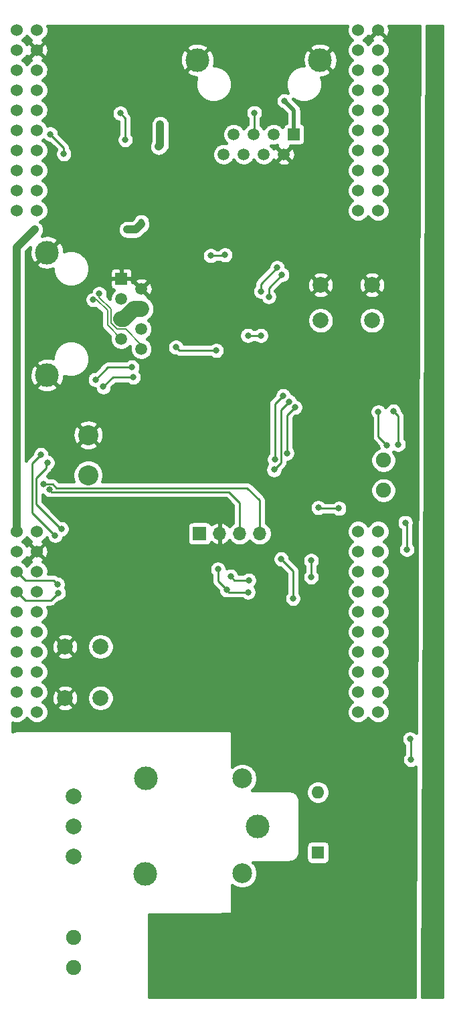
<source format=gbr>
%TF.GenerationSoftware,KiCad,Pcbnew,5.1.6-1.fc32*%
%TF.CreationDate,2021-02-06T17:56:30+01:00*%
%TF.ProjectId,New-New-ACNode-Shield,4e65772d-4e65-4772-9d41-434e6f64652d,rev?*%
%TF.SameCoordinates,Original*%
%TF.FileFunction,Copper,L2,Bot*%
%TF.FilePolarity,Positive*%
%FSLAX46Y46*%
G04 Gerber Fmt 4.6, Leading zero omitted, Abs format (unit mm)*
G04 Created by KiCad (PCBNEW 5.1.6-1.fc32) date 2021-02-06 17:56:30*
%MOMM*%
%LPD*%
G01*
G04 APERTURE LIST*
%TA.AperFunction,ComponentPad*%
%ADD10C,1.524000*%
%TD*%
%TA.AperFunction,ComponentPad*%
%ADD11C,3.000000*%
%TD*%
%TA.AperFunction,ComponentPad*%
%ADD12C,2.500000*%
%TD*%
%TA.AperFunction,ComponentPad*%
%ADD13C,2.000000*%
%TD*%
%TA.AperFunction,ComponentPad*%
%ADD14C,1.900000*%
%TD*%
%TA.AperFunction,ComponentPad*%
%ADD15O,1.700000X1.700000*%
%TD*%
%TA.AperFunction,ComponentPad*%
%ADD16R,1.700000X1.700000*%
%TD*%
%TA.AperFunction,ComponentPad*%
%ADD17C,2.540000*%
%TD*%
%TA.AperFunction,ComponentPad*%
%ADD18C,1.500000*%
%TD*%
%TA.AperFunction,ComponentPad*%
%ADD19R,1.500000X1.500000*%
%TD*%
%TA.AperFunction,ComponentPad*%
%ADD20O,1.600000X1.600000*%
%TD*%
%TA.AperFunction,ComponentPad*%
%ADD21R,1.600000X1.600000*%
%TD*%
%TA.AperFunction,ViaPad*%
%ADD22C,0.800000*%
%TD*%
%TA.AperFunction,Conductor*%
%ADD23C,0.500000*%
%TD*%
%TA.AperFunction,Conductor*%
%ADD24C,1.000000*%
%TD*%
%TA.AperFunction,Conductor*%
%ADD25C,2.000000*%
%TD*%
%TA.AperFunction,Conductor*%
%ADD26C,0.200000*%
%TD*%
%TA.AperFunction,Conductor*%
%ADD27C,0.250000*%
%TD*%
%TA.AperFunction,Conductor*%
%ADD28C,0.400000*%
%TD*%
%TA.AperFunction,Conductor*%
%ADD29C,0.254000*%
%TD*%
G04 APERTURE END LIST*
D10*
%TO.P,U2,80*%
%TO.N,/~DoorRelease*%
X170180000Y-132080000D03*
%TO.P,U2,79*%
%TO.N,N/C*%
X167640000Y-132080000D03*
%TO.P,U2,40*%
X127000000Y-132080000D03*
%TO.P,U2,39*%
X124460000Y-132080000D03*
%TO.P,U2,78*%
X170180000Y-129540000D03*
%TO.P,U2,77*%
X167640000Y-129540000D03*
%TO.P,U2,76*%
X170180000Y-127000000D03*
%TO.P,U2,75*%
X167640000Y-127000000D03*
%TO.P,U2,74*%
X170180000Y-124460000D03*
%TO.P,U2,73*%
X167640000Y-124460000D03*
%TO.P,U2,72*%
X170180000Y-121920000D03*
%TO.P,U2,71*%
%TO.N,/LED_B_Trigger*%
X167640000Y-121920000D03*
%TO.P,U2,70*%
%TO.N,N/C*%
X170180000Y-119380000D03*
%TO.P,U2,69*%
%TO.N,/LED_G_Trigger*%
X167640000Y-119380000D03*
%TO.P,U2,68*%
%TO.N,N/C*%
X170180000Y-116840000D03*
%TO.P,U2,67*%
%TO.N,/LED_R_Trigger*%
X167640000Y-116840000D03*
%TO.P,U2,66*%
%TO.N,N/C*%
X170180000Y-114300000D03*
%TO.P,U2,65*%
X167640000Y-114300000D03*
%TO.P,U2,64*%
X170180000Y-111760000D03*
%TO.P,U2,63*%
X167640000Y-111760000D03*
%TO.P,U2,62*%
X170180000Y-109220000D03*
%TO.P,U2,61*%
%TO.N,/ToolEnable*%
X167640000Y-109220000D03*
%TO.P,U2,60*%
%TO.N,N/C*%
X170180000Y-68580000D03*
%TO.P,U2,59*%
X167640000Y-68580000D03*
%TO.P,U2,58*%
X170180000Y-66040000D03*
%TO.P,U2,57*%
X167640000Y-66040000D03*
%TO.P,U2,56*%
X170180000Y-63500000D03*
%TO.P,U2,55*%
X167640000Y-63500000D03*
%TO.P,U2,54*%
%TO.N,/SPI_MISO*%
X170180000Y-60960000D03*
%TO.P,U2,53*%
%TO.N,N/C*%
X167640000Y-60960000D03*
%TO.P,U2,52*%
%TO.N,/SPI_MOSI*%
X170180000Y-58420000D03*
%TO.P,U2,51*%
%TO.N,N/C*%
X167640000Y-58420000D03*
%TO.P,U2,50*%
%TO.N,~Reset*%
X170180000Y-55880000D03*
%TO.P,U2,49*%
%TO.N,N/C*%
X167640000Y-55880000D03*
%TO.P,U2,48*%
X170180000Y-53340000D03*
%TO.P,U2,47*%
X167640000Y-53340000D03*
%TO.P,U2,46*%
X170180000Y-50800000D03*
%TO.P,U2,45*%
X167640000Y-50800000D03*
%TO.P,U2,44*%
X170180000Y-48260000D03*
%TO.P,U2,43*%
X167640000Y-48260000D03*
%TO.P,U2,42*%
%TO.N,GND*%
X170180000Y-45720000D03*
%TO.P,U2,41*%
%TO.N,BigButton*%
X167640000Y-45720000D03*
%TO.P,U2,38*%
%TO.N,N/C*%
X127000000Y-129540000D03*
%TO.P,U2,37*%
X124460000Y-129540000D03*
%TO.P,U2,36*%
X127000000Y-127000000D03*
%TO.P,U2,35*%
X124460000Y-127000000D03*
%TO.P,U2,34*%
X127000000Y-124460000D03*
%TO.P,U2,33*%
X124460000Y-124460000D03*
%TO.P,U2,32*%
X127000000Y-121920000D03*
%TO.P,U2,31*%
X124460000Y-121920000D03*
%TO.P,U2,30*%
X127000000Y-119380000D03*
%TO.P,U2,29*%
X124460000Y-119380000D03*
%TO.P,U2,28*%
X127000000Y-116840000D03*
%TO.P,U2,27*%
%TO.N,/Reader_SerialTx*%
X124460000Y-116840000D03*
%TO.P,U2,26*%
%TO.N,N/C*%
X127000000Y-114300000D03*
%TO.P,U2,25*%
%TO.N,/Reader_SerialRx*%
X124460000Y-114300000D03*
%TO.P,U2,24*%
%TO.N,GND*%
X127000000Y-111760000D03*
%TO.P,U2,23*%
%TO.N,N/C*%
X124460000Y-111760000D03*
%TO.P,U2,22*%
%TO.N,+5V*%
X127000000Y-109220000D03*
%TO.P,U2,21*%
%TO.N,+3V3*%
X124460000Y-109220000D03*
%TO.P,U2,20*%
%TO.N,N/C*%
X127000000Y-68580000D03*
%TO.P,U2,19*%
%TO.N,I2C_SDA*%
X124460000Y-68580000D03*
%TO.P,U2,18*%
%TO.N,N/C*%
X127000000Y-66040000D03*
%TO.P,U2,17*%
%TO.N,I2C_SCL*%
X124460000Y-66040000D03*
%TO.P,U2,16*%
%TO.N,N/C*%
X127000000Y-63500000D03*
%TO.P,U2,15*%
X124460000Y-63500000D03*
%TO.P,U2,14*%
%TO.N,/SPIFlash_CS*%
X127000000Y-60960000D03*
%TO.P,U2,13*%
%TO.N,/SPI_Clk*%
X124460000Y-60960000D03*
%TO.P,U2,12*%
%TO.N,N/C*%
X127000000Y-58420000D03*
%TO.P,U2,11*%
X124460000Y-58420000D03*
%TO.P,U2,10*%
X127000000Y-55880000D03*
%TO.P,U2,9*%
X124460000Y-55880000D03*
%TO.P,U2,8*%
X127000000Y-53340000D03*
%TO.P,U2,7*%
X124460000Y-53340000D03*
%TO.P,U2,6*%
X127000000Y-50800000D03*
%TO.P,U2,5*%
X124460000Y-50800000D03*
%TO.P,U2,4*%
%TO.N,GND*%
X127000000Y-48260000D03*
%TO.P,U2,3*%
%TO.N,/~ToolOn*%
X124460000Y-48260000D03*
%TO.P,U2,2*%
%TO.N,+5V*%
X127000000Y-45720000D03*
%TO.P,U2,1*%
%TO.N,+3V3*%
X124460000Y-45720000D03*
%TD*%
D11*
%TO.P,K1,1*%
%TO.N,Net-(J4-Pad2)*%
X154940000Y-146558000D03*
D12*
%TO.P,K1,5*%
%TO.N,+5V*%
X152990000Y-152508000D03*
D11*
%TO.P,K1,4*%
%TO.N,Net-(J4-Pad3)*%
X140740000Y-152558000D03*
%TO.P,K1,3*%
%TO.N,Net-(J4-Pad1)*%
X140790000Y-140508000D03*
D12*
%TO.P,K1,2*%
%TO.N,Net-(D2-Pad2)*%
X152990000Y-140508000D03*
%TD*%
D13*
%TO.P,SW2,1*%
%TO.N,GND*%
X130556000Y-123802000D03*
%TO.P,SW2,2*%
%TO.N,BigButton*%
X135056000Y-123802000D03*
%TO.P,SW2,1*%
%TO.N,GND*%
X130556000Y-130302000D03*
%TO.P,SW2,2*%
%TO.N,BigButton*%
X135056000Y-130302000D03*
%TD*%
%TO.P,SW1,1*%
%TO.N,GND*%
X169400000Y-78000000D03*
%TO.P,SW1,2*%
%TO.N,~Reset*%
X169400000Y-82500000D03*
%TO.P,SW1,1*%
%TO.N,GND*%
X162900000Y-78000000D03*
%TO.P,SW1,2*%
%TO.N,~Reset*%
X162900000Y-82500000D03*
%TD*%
D14*
%TO.P,J7,2*%
%TO.N,Net-(FB2-Pad2)*%
X170844000Y-100198000D03*
%TO.P,J7,1*%
%TO.N,Net-(FB1-Pad1)*%
X170844000Y-104008000D03*
%TD*%
D15*
%TO.P,J6,4*%
%TO.N,I2C_SDA*%
X155194000Y-109474000D03*
%TO.P,J6,3*%
%TO.N,I2C_SCL*%
X152654000Y-109474000D03*
%TO.P,J6,2*%
%TO.N,GND*%
X150114000Y-109474000D03*
D16*
%TO.P,J6,1*%
%TO.N,+5V*%
X147574000Y-109474000D03*
%TD*%
D14*
%TO.P,J5,2*%
%TO.N,Net-(J5-Pad2)*%
X131670000Y-164470000D03*
%TO.P,J5,1*%
%TO.N,Net-(J5-Pad1)*%
X131670000Y-160660000D03*
%TD*%
D13*
%TO.P,J4,3*%
%TO.N,Net-(J4-Pad3)*%
X131670000Y-150368000D03*
%TO.P,J4,2*%
%TO.N,Net-(J4-Pad2)*%
X131670000Y-146558000D03*
%TO.P,J4,1*%
%TO.N,Net-(J4-Pad1)*%
X131670000Y-142748000D03*
%TD*%
D17*
%TO.P,J3,2*%
%TO.N,Net-(J3-Pad2)*%
X133490000Y-102088000D03*
%TO.P,J3,1*%
%TO.N,GND*%
X133490000Y-97008000D03*
%TD*%
D18*
%TO.P,J2,6*%
%TO.N,/Reader_SerialTx*%
X153162000Y-61468000D03*
%TO.P,J2,8*%
%TO.N,/LED_Blue_Cathode*%
X150622000Y-61468000D03*
D11*
%TO.P,J2,SH*%
%TO.N,GND*%
X162837000Y-49528000D03*
D18*
%TO.P,J2,2*%
X158242000Y-61468000D03*
D19*
%TO.P,J2,1*%
%TO.N,+5V*%
X159512000Y-58928000D03*
D18*
%TO.P,J2,7*%
%TO.N,/LED_Green_Cathode*%
X151892000Y-58928000D03*
%TO.P,J2,4*%
%TO.N,/LED_Red_Cathode*%
X155702000Y-61468000D03*
%TO.P,J2,5*%
%TO.N,BigButton*%
X154432000Y-58928000D03*
%TO.P,J2,3*%
%TO.N,/Reader_SerialRx*%
X156972000Y-58928000D03*
D11*
%TO.P,J2,SH*%
%TO.N,GND*%
X147297000Y-49528000D03*
%TD*%
D18*
%TO.P,J1,6*%
%TO.N,/422_RX+*%
X140208000Y-83566000D03*
%TO.P,J1,8*%
%TO.N,/422_TX+*%
X140208000Y-86106000D03*
D11*
%TO.P,J1,SH*%
%TO.N,GND*%
X128268000Y-73891000D03*
D18*
%TO.P,J1,2*%
X140208000Y-78486000D03*
D19*
%TO.P,J1,1*%
X137668000Y-77216000D03*
D18*
%TO.P,J1,7*%
%TO.N,/422_TX-*%
X137668000Y-84836000D03*
%TO.P,J1,4*%
%TO.N,+12V*%
X140208000Y-81026000D03*
%TO.P,J1,5*%
X137668000Y-82296000D03*
%TO.P,J1,3*%
%TO.N,/422_RX-*%
X137668000Y-79756000D03*
D11*
%TO.P,J1,SH*%
%TO.N,GND*%
X128268000Y-89431000D03*
%TD*%
D20*
%TO.P,D2,2*%
%TO.N,Net-(D2-Pad2)*%
X162560000Y-142240000D03*
D21*
%TO.P,D2,1*%
%TO.N,+5V*%
X162560000Y-149860000D03*
%TD*%
D22*
%TO.N,GND*%
X140208000Y-108077000D03*
X142240000Y-113411000D03*
X140462000Y-113030000D03*
X140462000Y-119189500D03*
X144399000Y-161290000D03*
X163830000Y-137160000D03*
X163703000Y-139954000D03*
X155194000Y-92456000D03*
X155194000Y-93726000D03*
X155194000Y-94869000D03*
X155194000Y-95885000D03*
X153543000Y-93980000D03*
X144399000Y-98044000D03*
X145542000Y-98044000D03*
X145542000Y-99060000D03*
X144399000Y-99060000D03*
X160020000Y-98298000D03*
X159639000Y-100076000D03*
X154178000Y-77978000D03*
X154178000Y-79248000D03*
X148844000Y-89027000D03*
X146558000Y-90170000D03*
X131191000Y-58547000D03*
X144145000Y-56261000D03*
X161290000Y-69215000D03*
X156210000Y-69215000D03*
X150622000Y-69215000D03*
X142240000Y-119253000D03*
X142240000Y-106574990D03*
X153700000Y-83100000D03*
%TO.N,+3V3*%
X142600000Y-57700000D03*
X142400000Y-60499964D03*
X126700000Y-71000000D03*
X138400000Y-71000000D03*
X140200000Y-70000000D03*
%TO.N,+5V*%
X176500000Y-96300000D03*
X177500000Y-96300000D03*
X176600000Y-70600000D03*
X176600000Y-71600000D03*
X158300000Y-54700000D03*
X176900000Y-149800000D03*
%TO.N,/422_TX+*%
X134864232Y-79130768D03*
%TO.N,/422_TX-*%
X134121768Y-79873232D03*
%TO.N,/Reader_SerialTx*%
X128300000Y-100500000D03*
X135400000Y-90900000D03*
X139200000Y-89700000D03*
X130100000Y-108900000D03*
X129700004Y-117000000D03*
X155322439Y-78820760D03*
X157400000Y-75800000D03*
%TO.N,BigButton*%
X154500000Y-56200000D03*
X172100000Y-94000000D03*
X172700000Y-98200000D03*
%TO.N,/Reader_SerialRx*%
X129300000Y-109700000D03*
X127500000Y-99500000D03*
X134400000Y-90000000D03*
X139000000Y-88400000D03*
X144600000Y-85900000D03*
X149700000Y-86300000D03*
X129600000Y-115899996D03*
X156320190Y-79479810D03*
X155325000Y-84400000D03*
X153700000Y-84400000D03*
X158000000Y-76700002D03*
%TO.N,I2C_SDA*%
X127800000Y-103200000D03*
%TO.N,I2C_SCL*%
X128600000Y-103925010D03*
%TO.N,/LED_R_Trigger*%
X153800000Y-115400000D03*
X151500000Y-114900000D03*
X158625000Y-99300000D03*
X161699998Y-115000000D03*
X161700000Y-112900000D03*
X159626188Y-93500868D03*
%TO.N,/LED_G_Trigger*%
X153700000Y-116900000D03*
X151000000Y-116600000D03*
X149900000Y-114000000D03*
X157083486Y-100091195D03*
X158154275Y-92028955D03*
%TO.N,/LED_B_Trigger*%
X157900000Y-112700000D03*
X159400000Y-117700000D03*
X157000000Y-101400000D03*
X158919073Y-92793754D03*
%TO.N,/~DoorRelease*%
X165200000Y-106300000D03*
X162600000Y-106200000D03*
%TO.N,/~ToolOn*%
X174300000Y-138100000D03*
X174200000Y-135500000D03*
X173800000Y-111500000D03*
X128675000Y-58900000D03*
X130400000Y-61400000D03*
X171300000Y-98300000D03*
X173600000Y-108100000D03*
X170200000Y-94100002D03*
X149000000Y-74300000D03*
X150800000Y-74200000D03*
%TO.N,/SPI_MISO*%
X137541000Y-56261000D03*
X138176000Y-59626500D03*
%TD*%
D23*
%TO.N,+3V3*%
X142400000Y-60500000D02*
X142400000Y-60499964D01*
X142600000Y-60300000D02*
X142400000Y-60500000D01*
D24*
X142600000Y-60299964D02*
X142400000Y-60499964D01*
X142600000Y-57700000D02*
X142600000Y-60299964D01*
X138400000Y-71000000D02*
X139500000Y-71000000D01*
X139500000Y-71000000D02*
X140200000Y-70300000D01*
X124460000Y-73240000D02*
X126700000Y-71000000D01*
X124460000Y-109220000D02*
X124460000Y-73240000D01*
D25*
%TO.N,+12V*%
X138014002Y-82296000D02*
X137668000Y-82296000D01*
X139284002Y-81026000D02*
X138014002Y-82296000D01*
X140208000Y-81026000D02*
X139284002Y-81026000D01*
D23*
%TO.N,+5V*%
X159512000Y-58928000D02*
X159512000Y-55912000D01*
X159512000Y-55912000D02*
X158300000Y-54700000D01*
D26*
%TO.N,/422_TX+*%
X134864232Y-79505722D02*
X134864232Y-79130768D01*
X134871750Y-79513240D02*
X134864232Y-79505722D01*
X136367990Y-81058791D02*
X134871750Y-79562551D01*
X136367990Y-82834481D02*
X136367990Y-81058791D01*
X134871750Y-79562551D02*
X134871750Y-79513240D01*
X137150309Y-83616800D02*
X136367990Y-82834481D01*
X138201400Y-83616800D02*
X137150309Y-83616800D01*
X140208000Y-85623400D02*
X138201400Y-83616800D01*
X140208000Y-86106000D02*
X140208000Y-85623400D01*
%TO.N,/422_TX-*%
X135917999Y-83085999D02*
X135917999Y-81245198D01*
X134504240Y-79880750D02*
X134496722Y-79873232D01*
X135917999Y-81245198D02*
X134553551Y-79880750D01*
X137668000Y-84836000D02*
X135917999Y-83085999D01*
X134553551Y-79880750D02*
X134504240Y-79880750D01*
X134496722Y-79873232D02*
X134121768Y-79873232D01*
D27*
%TO.N,/Reader_SerialTx*%
X136600000Y-89700000D02*
X139200000Y-89700000D01*
X135400000Y-90900000D02*
X136600000Y-89700000D01*
X128773003Y-117927001D02*
X129700004Y-117000000D01*
X125547001Y-117927001D02*
X128773003Y-117927001D01*
X124460000Y-116840000D02*
X125547001Y-117927001D01*
X128126998Y-100673002D02*
X128300000Y-100500000D01*
X128126998Y-101200000D02*
X128126998Y-100673002D01*
X126874999Y-102451999D02*
X128126998Y-101200000D01*
X126874999Y-105774999D02*
X126874999Y-102451999D01*
X130000000Y-108900000D02*
X126874999Y-105774999D01*
X130100000Y-108900000D02*
X130000000Y-108900000D01*
X155322439Y-78820760D02*
X155322439Y-77877561D01*
X155322439Y-77877561D02*
X157400000Y-75800000D01*
%TO.N,BigButton*%
X154500000Y-58860000D02*
X154432000Y-58928000D01*
X154500000Y-56200000D02*
X154500000Y-58860000D01*
X172700000Y-94600000D02*
X172700000Y-98200000D01*
X172100000Y-94000000D02*
X172700000Y-94600000D01*
%TO.N,/Reader_SerialRx*%
X126424990Y-100575010D02*
X127500000Y-99500000D01*
X126424990Y-106824990D02*
X126424990Y-100575010D01*
X129300000Y-109700000D02*
X126424990Y-106824990D01*
X136000000Y-88400000D02*
X139000000Y-88400000D01*
X134400000Y-90000000D02*
X136000000Y-88400000D01*
X145000000Y-86300000D02*
X149700000Y-86300000D01*
X144600000Y-85900000D02*
X145000000Y-86300000D01*
X129087005Y-115387001D02*
X129600000Y-115899996D01*
X125547001Y-115387001D02*
X129087005Y-115387001D01*
X124460000Y-114300000D02*
X125547001Y-115387001D01*
X155325000Y-84400000D02*
X153700000Y-84400000D01*
X156320190Y-79479810D02*
X156320190Y-78379812D01*
X156320190Y-78379812D02*
X158000000Y-76700002D01*
%TO.N,I2C_SDA*%
X129473001Y-103699997D02*
X128973004Y-103200000D01*
X153599997Y-103699997D02*
X129473001Y-103699997D01*
X155194000Y-105294000D02*
X153599997Y-103699997D01*
X128973004Y-103200000D02*
X127800000Y-103200000D01*
X155194000Y-109474000D02*
X155194000Y-105294000D01*
%TO.N,I2C_SCL*%
X128873217Y-104198227D02*
X128600000Y-103925010D01*
X151298227Y-104198227D02*
X128873217Y-104198227D01*
X152654000Y-105554000D02*
X151298227Y-104198227D01*
X152654000Y-109474000D02*
X152654000Y-105554000D01*
%TO.N,/LED_R_Trigger*%
X152000000Y-115400000D02*
X151500000Y-114900000D01*
X153800000Y-115400000D02*
X152000000Y-115400000D01*
X161699998Y-115000000D02*
X161699998Y-112900002D01*
X161699998Y-112900002D02*
X161700000Y-112900000D01*
X158625000Y-94502056D02*
X159626188Y-93500868D01*
X158625000Y-99300000D02*
X158625000Y-94502056D01*
%TO.N,/LED_G_Trigger*%
X151300000Y-116900000D02*
X151000000Y-116600000D01*
X153700000Y-116900000D02*
X151300000Y-116900000D01*
X149900000Y-115500000D02*
X151000000Y-116600000D01*
X149900000Y-114000000D02*
X149900000Y-115500000D01*
X157083486Y-93099744D02*
X158154275Y-92028955D01*
X157083486Y-100091195D02*
X157083486Y-93099744D01*
%TO.N,/LED_B_Trigger*%
X159400000Y-114200000D02*
X159400000Y-117700000D01*
X157900000Y-112700000D02*
X159400000Y-114200000D01*
X157900000Y-100500000D02*
X157900000Y-93812827D01*
X157000000Y-101400000D02*
X157900000Y-100500000D01*
X157900000Y-93812827D02*
X158919073Y-92793754D01*
%TO.N,/~DoorRelease*%
X162700000Y-106300000D02*
X162600000Y-106200000D01*
X165200000Y-106300000D02*
X162700000Y-106300000D01*
D23*
%TO.N,/~ToolOn*%
X174300000Y-135600000D02*
X174200000Y-135500000D01*
D27*
X174300000Y-138100000D02*
X174300000Y-135600000D01*
X130400000Y-60625000D02*
X130400000Y-61400000D01*
X128675000Y-58900000D02*
X130400000Y-60625000D01*
X173800000Y-108300000D02*
X173600000Y-108100000D01*
X173800000Y-111500000D02*
X173800000Y-108300000D01*
X170200000Y-97200000D02*
X170200000Y-94100002D01*
X171300000Y-98300000D02*
X170200000Y-97200000D01*
X149000000Y-74300000D02*
X150700000Y-74300000D01*
X150700000Y-74300000D02*
X150800000Y-74200000D01*
%TO.N,/SPI_MISO*%
X138176000Y-56896000D02*
X138176000Y-59626500D01*
X137541000Y-56261000D02*
X138176000Y-56896000D01*
%TD*%
D28*
%TO.N,GND*%
G36*
X166226491Y-45291217D02*
G01*
X166170000Y-45575218D01*
X166170000Y-45864782D01*
X166226491Y-46148783D01*
X166337303Y-46416306D01*
X166498176Y-46657071D01*
X166702929Y-46861824D01*
X166894759Y-46990000D01*
X166702929Y-47118176D01*
X166498176Y-47322929D01*
X166337303Y-47563694D01*
X166226491Y-47831217D01*
X166170000Y-48115218D01*
X166170000Y-48404782D01*
X166226491Y-48688783D01*
X166337303Y-48956306D01*
X166498176Y-49197071D01*
X166702929Y-49401824D01*
X166894759Y-49530000D01*
X166702929Y-49658176D01*
X166498176Y-49862929D01*
X166337303Y-50103694D01*
X166226491Y-50371217D01*
X166170000Y-50655218D01*
X166170000Y-50944782D01*
X166226491Y-51228783D01*
X166337303Y-51496306D01*
X166498176Y-51737071D01*
X166702929Y-51941824D01*
X166894759Y-52070000D01*
X166702929Y-52198176D01*
X166498176Y-52402929D01*
X166337303Y-52643694D01*
X166226491Y-52911217D01*
X166170000Y-53195218D01*
X166170000Y-53484782D01*
X166226491Y-53768783D01*
X166337303Y-54036306D01*
X166498176Y-54277071D01*
X166702929Y-54481824D01*
X166894759Y-54610000D01*
X166702929Y-54738176D01*
X166498176Y-54942929D01*
X166337303Y-55183694D01*
X166226491Y-55451217D01*
X166170000Y-55735218D01*
X166170000Y-56024782D01*
X166226491Y-56308783D01*
X166337303Y-56576306D01*
X166498176Y-56817071D01*
X166702929Y-57021824D01*
X166894759Y-57150000D01*
X166702929Y-57278176D01*
X166498176Y-57482929D01*
X166337303Y-57723694D01*
X166226491Y-57991217D01*
X166170000Y-58275218D01*
X166170000Y-58564782D01*
X166226491Y-58848783D01*
X166337303Y-59116306D01*
X166498176Y-59357071D01*
X166702929Y-59561824D01*
X166894759Y-59690000D01*
X166702929Y-59818176D01*
X166498176Y-60022929D01*
X166337303Y-60263694D01*
X166226491Y-60531217D01*
X166170000Y-60815218D01*
X166170000Y-61104782D01*
X166226491Y-61388783D01*
X166337303Y-61656306D01*
X166498176Y-61897071D01*
X166702929Y-62101824D01*
X166894759Y-62230000D01*
X166702929Y-62358176D01*
X166498176Y-62562929D01*
X166337303Y-62803694D01*
X166226491Y-63071217D01*
X166170000Y-63355218D01*
X166170000Y-63644782D01*
X166226491Y-63928783D01*
X166337303Y-64196306D01*
X166498176Y-64437071D01*
X166702929Y-64641824D01*
X166894759Y-64770000D01*
X166702929Y-64898176D01*
X166498176Y-65102929D01*
X166337303Y-65343694D01*
X166226491Y-65611217D01*
X166170000Y-65895218D01*
X166170000Y-66184782D01*
X166226491Y-66468783D01*
X166337303Y-66736306D01*
X166498176Y-66977071D01*
X166702929Y-67181824D01*
X166894759Y-67310000D01*
X166702929Y-67438176D01*
X166498176Y-67642929D01*
X166337303Y-67883694D01*
X166226491Y-68151217D01*
X166170000Y-68435218D01*
X166170000Y-68724782D01*
X166226491Y-69008783D01*
X166337303Y-69276306D01*
X166498176Y-69517071D01*
X166702929Y-69721824D01*
X166943694Y-69882697D01*
X167211217Y-69993509D01*
X167495218Y-70050000D01*
X167784782Y-70050000D01*
X168068783Y-69993509D01*
X168336306Y-69882697D01*
X168577071Y-69721824D01*
X168781824Y-69517071D01*
X168910000Y-69325241D01*
X169038176Y-69517071D01*
X169242929Y-69721824D01*
X169483694Y-69882697D01*
X169751217Y-69993509D01*
X170035218Y-70050000D01*
X170324782Y-70050000D01*
X170608783Y-69993509D01*
X170876306Y-69882697D01*
X171117071Y-69721824D01*
X171321824Y-69517071D01*
X171482697Y-69276306D01*
X171593509Y-69008783D01*
X171650000Y-68724782D01*
X171650000Y-68435218D01*
X171593509Y-68151217D01*
X171482697Y-67883694D01*
X171321824Y-67642929D01*
X171117071Y-67438176D01*
X170925241Y-67310000D01*
X171117071Y-67181824D01*
X171321824Y-66977071D01*
X171482697Y-66736306D01*
X171593509Y-66468783D01*
X171650000Y-66184782D01*
X171650000Y-65895218D01*
X171593509Y-65611217D01*
X171482697Y-65343694D01*
X171321824Y-65102929D01*
X171117071Y-64898176D01*
X170925241Y-64770000D01*
X171117071Y-64641824D01*
X171321824Y-64437071D01*
X171482697Y-64196306D01*
X171593509Y-63928783D01*
X171650000Y-63644782D01*
X171650000Y-63355218D01*
X171593509Y-63071217D01*
X171482697Y-62803694D01*
X171321824Y-62562929D01*
X171117071Y-62358176D01*
X170925241Y-62230000D01*
X171117071Y-62101824D01*
X171321824Y-61897071D01*
X171482697Y-61656306D01*
X171593509Y-61388783D01*
X171650000Y-61104782D01*
X171650000Y-60815218D01*
X171593509Y-60531217D01*
X171482697Y-60263694D01*
X171321824Y-60022929D01*
X171117071Y-59818176D01*
X170925241Y-59690000D01*
X171117071Y-59561824D01*
X171321824Y-59357071D01*
X171482697Y-59116306D01*
X171593509Y-58848783D01*
X171650000Y-58564782D01*
X171650000Y-58275218D01*
X171593509Y-57991217D01*
X171482697Y-57723694D01*
X171321824Y-57482929D01*
X171117071Y-57278176D01*
X170925241Y-57150000D01*
X171117071Y-57021824D01*
X171321824Y-56817071D01*
X171482697Y-56576306D01*
X171593509Y-56308783D01*
X171650000Y-56024782D01*
X171650000Y-55735218D01*
X171593509Y-55451217D01*
X171482697Y-55183694D01*
X171321824Y-54942929D01*
X171117071Y-54738176D01*
X170925241Y-54610000D01*
X171117071Y-54481824D01*
X171321824Y-54277071D01*
X171482697Y-54036306D01*
X171593509Y-53768783D01*
X171650000Y-53484782D01*
X171650000Y-53195218D01*
X171593509Y-52911217D01*
X171482697Y-52643694D01*
X171321824Y-52402929D01*
X171117071Y-52198176D01*
X170925241Y-52070000D01*
X171117071Y-51941824D01*
X171321824Y-51737071D01*
X171482697Y-51496306D01*
X171593509Y-51228783D01*
X171650000Y-50944782D01*
X171650000Y-50655218D01*
X171593509Y-50371217D01*
X171482697Y-50103694D01*
X171321824Y-49862929D01*
X171117071Y-49658176D01*
X170925241Y-49530000D01*
X171117071Y-49401824D01*
X171321824Y-49197071D01*
X171482697Y-48956306D01*
X171593509Y-48688783D01*
X171650000Y-48404782D01*
X171650000Y-48115218D01*
X171593509Y-47831217D01*
X171482697Y-47563694D01*
X171321824Y-47322929D01*
X171117071Y-47118176D01*
X170924128Y-46989256D01*
X170997316Y-46950390D01*
X171003958Y-46945951D01*
X171060342Y-46676709D01*
X170180000Y-45796368D01*
X169299658Y-46676709D01*
X169356042Y-46945951D01*
X169436168Y-46989058D01*
X169242929Y-47118176D01*
X169038176Y-47322929D01*
X168910000Y-47514759D01*
X168781824Y-47322929D01*
X168577071Y-47118176D01*
X168385241Y-46990000D01*
X168577071Y-46861824D01*
X168781824Y-46657071D01*
X168910744Y-46464128D01*
X168949610Y-46537316D01*
X168954049Y-46543958D01*
X169223291Y-46600342D01*
X170103632Y-45720000D01*
X170089490Y-45705858D01*
X170165858Y-45629490D01*
X170180000Y-45643632D01*
X170194142Y-45629490D01*
X170270510Y-45705858D01*
X170256368Y-45720000D01*
X171136709Y-46600342D01*
X171405951Y-46543958D01*
X171543141Y-46288954D01*
X171627947Y-46012086D01*
X171657108Y-45723994D01*
X171629505Y-45435747D01*
X171553581Y-45183000D01*
X175388700Y-45183000D01*
X174957339Y-134690390D01*
X174906309Y-134639360D01*
X174724835Y-134518103D01*
X174523192Y-134434580D01*
X174309128Y-134392000D01*
X174090872Y-134392000D01*
X173876808Y-134434580D01*
X173675165Y-134518103D01*
X173493691Y-134639360D01*
X173339360Y-134793691D01*
X173218103Y-134975165D01*
X173134580Y-135176808D01*
X173092000Y-135390872D01*
X173092000Y-135609128D01*
X173134580Y-135823192D01*
X173218103Y-136024835D01*
X173339360Y-136206309D01*
X173467001Y-136333950D01*
X173467000Y-137366051D01*
X173439360Y-137393691D01*
X173318103Y-137575165D01*
X173234580Y-137776808D01*
X173192000Y-137990872D01*
X173192000Y-138209128D01*
X173234580Y-138423192D01*
X173318103Y-138624835D01*
X173439360Y-138806309D01*
X173593691Y-138960640D01*
X173775165Y-139081897D01*
X173976808Y-139165420D01*
X174190872Y-139208000D01*
X174409128Y-139208000D01*
X174623192Y-139165420D01*
X174824835Y-139081897D01*
X174936535Y-139007262D01*
X174795958Y-168177000D01*
X141170000Y-168177000D01*
X141170000Y-157705000D01*
X150404002Y-157705000D01*
X150440025Y-157701452D01*
X150446618Y-157701452D01*
X150456796Y-157700382D01*
X150499374Y-157695606D01*
X150511693Y-157694393D01*
X150512574Y-157694126D01*
X150555323Y-157689331D01*
X150599223Y-157680000D01*
X151511000Y-157680000D01*
X151550018Y-157676157D01*
X151587537Y-157664776D01*
X151622114Y-157646294D01*
X151652421Y-157621421D01*
X151677294Y-157591114D01*
X151695776Y-157556537D01*
X151707157Y-157519018D01*
X151711000Y-157480000D01*
X151711000Y-153998030D01*
X151741848Y-154028878D01*
X152062539Y-154243157D01*
X152418872Y-154390755D01*
X152797154Y-154466000D01*
X153182846Y-154466000D01*
X153561128Y-154390755D01*
X153917461Y-154243157D01*
X154238152Y-154028878D01*
X154510878Y-153756152D01*
X154725157Y-153435461D01*
X154872755Y-153079128D01*
X154948000Y-152700846D01*
X154948000Y-152315154D01*
X154872755Y-151936872D01*
X154725157Y-151580539D01*
X154510878Y-151259848D01*
X154352030Y-151101000D01*
X159040002Y-151101000D01*
X159070968Y-151097950D01*
X159073984Y-151097971D01*
X159084169Y-151096972D01*
X159132882Y-151091852D01*
X159147693Y-151090393D01*
X159148187Y-151090243D01*
X159182771Y-151086608D01*
X159247827Y-151073254D01*
X159313107Y-151060801D01*
X159322900Y-151057843D01*
X159322906Y-151057842D01*
X159322912Y-151057840D01*
X159417614Y-151028524D01*
X159478838Y-151002788D01*
X159540452Y-150977895D01*
X159549489Y-150973089D01*
X159636701Y-150925934D01*
X159691749Y-150888803D01*
X159747371Y-150852406D01*
X159755302Y-150845937D01*
X159831694Y-150782740D01*
X159878496Y-150735609D01*
X159925972Y-150689118D01*
X159932496Y-150681232D01*
X159995158Y-150604401D01*
X160031917Y-150549074D01*
X160069458Y-150494247D01*
X160074326Y-150485244D01*
X160120871Y-150397705D01*
X160146193Y-150336269D01*
X160172358Y-150275222D01*
X160175384Y-150265445D01*
X160204040Y-150170531D01*
X160216945Y-150105358D01*
X160230757Y-150040379D01*
X160231827Y-150030201D01*
X160241502Y-149931530D01*
X160241502Y-149931517D01*
X160245000Y-149896002D01*
X160245000Y-149060000D01*
X161048575Y-149060000D01*
X161048575Y-150660000D01*
X161062245Y-150798792D01*
X161102729Y-150932251D01*
X161168472Y-151055247D01*
X161256947Y-151163053D01*
X161364753Y-151251528D01*
X161487749Y-151317271D01*
X161621208Y-151357755D01*
X161760000Y-151371425D01*
X163360000Y-151371425D01*
X163498792Y-151357755D01*
X163632251Y-151317271D01*
X163755247Y-151251528D01*
X163863053Y-151163053D01*
X163951528Y-151055247D01*
X164017271Y-150932251D01*
X164057755Y-150798792D01*
X164071425Y-150660000D01*
X164071425Y-149060000D01*
X164057755Y-148921208D01*
X164017271Y-148787749D01*
X163951528Y-148664753D01*
X163863053Y-148556947D01*
X163755247Y-148468472D01*
X163632251Y-148402729D01*
X163498792Y-148362245D01*
X163360000Y-148348575D01*
X161760000Y-148348575D01*
X161621208Y-148362245D01*
X161487749Y-148402729D01*
X161364753Y-148468472D01*
X161256947Y-148556947D01*
X161168472Y-148664753D01*
X161102729Y-148787749D01*
X161062245Y-148921208D01*
X161048575Y-149060000D01*
X160245000Y-149060000D01*
X160245000Y-143219998D01*
X160241950Y-143189032D01*
X160241971Y-143186016D01*
X160240972Y-143175831D01*
X160235852Y-143127118D01*
X160234393Y-143112307D01*
X160234243Y-143111813D01*
X160230608Y-143077229D01*
X160217254Y-143012173D01*
X160204801Y-142946893D01*
X160201842Y-142937096D01*
X160201842Y-142937094D01*
X160201840Y-142937088D01*
X160172524Y-142842386D01*
X160146800Y-142781191D01*
X160121895Y-142719548D01*
X160117090Y-142710511D01*
X160069934Y-142623299D01*
X160032825Y-142568283D01*
X159996406Y-142512628D01*
X159989937Y-142504698D01*
X159926740Y-142428306D01*
X159879593Y-142381487D01*
X159833118Y-142334028D01*
X159825232Y-142327504D01*
X159748401Y-142264842D01*
X159693090Y-142228094D01*
X159638247Y-142190542D01*
X159629244Y-142185675D01*
X159541705Y-142139129D01*
X159480269Y-142113807D01*
X159428165Y-142091475D01*
X161052000Y-142091475D01*
X161052000Y-142388525D01*
X161109951Y-142679868D01*
X161223627Y-142954306D01*
X161388660Y-143201294D01*
X161598706Y-143411340D01*
X161845694Y-143576373D01*
X162120132Y-143690049D01*
X162411475Y-143748000D01*
X162708525Y-143748000D01*
X162999868Y-143690049D01*
X163274306Y-143576373D01*
X163521294Y-143411340D01*
X163731340Y-143201294D01*
X163896373Y-142954306D01*
X164010049Y-142679868D01*
X164068000Y-142388525D01*
X164068000Y-142091475D01*
X164010049Y-141800132D01*
X163896373Y-141525694D01*
X163731340Y-141278706D01*
X163521294Y-141068660D01*
X163274306Y-140903627D01*
X162999868Y-140789951D01*
X162708525Y-140732000D01*
X162411475Y-140732000D01*
X162120132Y-140789951D01*
X161845694Y-140903627D01*
X161598706Y-141068660D01*
X161388660Y-141278706D01*
X161223627Y-141525694D01*
X161109951Y-141800132D01*
X161052000Y-142091475D01*
X159428165Y-142091475D01*
X159419222Y-142087642D01*
X159409445Y-142084616D01*
X159314532Y-142055960D01*
X159249344Y-142043052D01*
X159184379Y-142029243D01*
X159174201Y-142028173D01*
X159075530Y-142018498D01*
X159075517Y-142018498D01*
X159040002Y-142015000D01*
X154252030Y-142015000D01*
X154510878Y-141756152D01*
X154725157Y-141435461D01*
X154872755Y-141079128D01*
X154948000Y-140700846D01*
X154948000Y-140315154D01*
X154872755Y-139936872D01*
X154725157Y-139580539D01*
X154510878Y-139259848D01*
X154238152Y-138987122D01*
X153917461Y-138772843D01*
X153561128Y-138625245D01*
X153182846Y-138550000D01*
X152797154Y-138550000D01*
X152418872Y-138625245D01*
X152062539Y-138772843D01*
X151741848Y-138987122D01*
X151711000Y-139017970D01*
X151711000Y-134620000D01*
X151707157Y-134580982D01*
X151695776Y-134543463D01*
X151677294Y-134508886D01*
X151652421Y-134478579D01*
X151622114Y-134453706D01*
X151587537Y-134435224D01*
X151550018Y-134423843D01*
X151511000Y-134420000D01*
X150090985Y-134420000D01*
X150040379Y-134409243D01*
X150030201Y-134408173D01*
X149931530Y-134398498D01*
X149931517Y-134398498D01*
X149896002Y-134395000D01*
X124423998Y-134395000D01*
X124387975Y-134398548D01*
X124381382Y-134398548D01*
X124371204Y-134399618D01*
X124328629Y-134404393D01*
X124316307Y-134405607D01*
X124315426Y-134405874D01*
X124272678Y-134410669D01*
X124207727Y-134424474D01*
X124142521Y-134437385D01*
X124132751Y-134440410D01*
X124132747Y-134440411D01*
X124132744Y-134440412D01*
X124132745Y-134440412D01*
X124038242Y-134470390D01*
X123977169Y-134496566D01*
X123923000Y-134518892D01*
X123923000Y-133448684D01*
X124031217Y-133493509D01*
X124315218Y-133550000D01*
X124604782Y-133550000D01*
X124888783Y-133493509D01*
X125156306Y-133382697D01*
X125397071Y-133221824D01*
X125601824Y-133017071D01*
X125730000Y-132825241D01*
X125858176Y-133017071D01*
X126062929Y-133221824D01*
X126303694Y-133382697D01*
X126571217Y-133493509D01*
X126855218Y-133550000D01*
X127144782Y-133550000D01*
X127428783Y-133493509D01*
X127696306Y-133382697D01*
X127937071Y-133221824D01*
X128141824Y-133017071D01*
X128302697Y-132776306D01*
X128413509Y-132508783D01*
X128470000Y-132224782D01*
X128470000Y-131935218D01*
X128413509Y-131651217D01*
X128321024Y-131427938D01*
X129506429Y-131427938D01*
X129591392Y-131721539D01*
X129886865Y-131882449D01*
X130208053Y-131982623D01*
X130542612Y-132018212D01*
X130877686Y-131987847D01*
X131200397Y-131892697D01*
X131498345Y-131736416D01*
X131520608Y-131721539D01*
X131605571Y-131427938D01*
X130556000Y-130378368D01*
X129506429Y-131427938D01*
X128321024Y-131427938D01*
X128302697Y-131383694D01*
X128141824Y-131142929D01*
X127937071Y-130938176D01*
X127745241Y-130810000D01*
X127937071Y-130681824D01*
X128141824Y-130477071D01*
X128267747Y-130288612D01*
X128839788Y-130288612D01*
X128870153Y-130623686D01*
X128965303Y-130946397D01*
X129121584Y-131244345D01*
X129136461Y-131266608D01*
X129430062Y-131351571D01*
X130479632Y-130302000D01*
X130632368Y-130302000D01*
X131681938Y-131351571D01*
X131975539Y-131266608D01*
X132136449Y-130971135D01*
X132236623Y-130649947D01*
X132272212Y-130315388D01*
X132255755Y-130133777D01*
X133348000Y-130133777D01*
X133348000Y-130470223D01*
X133413638Y-130800205D01*
X133542390Y-131111041D01*
X133729310Y-131390786D01*
X133967214Y-131628690D01*
X134246959Y-131815610D01*
X134557795Y-131944362D01*
X134887777Y-132010000D01*
X135224223Y-132010000D01*
X135554205Y-131944362D01*
X135865041Y-131815610D01*
X136144786Y-131628690D01*
X136382690Y-131390786D01*
X136569610Y-131111041D01*
X136698362Y-130800205D01*
X136764000Y-130470223D01*
X136764000Y-130133777D01*
X136698362Y-129803795D01*
X136569610Y-129492959D01*
X136382690Y-129213214D01*
X136144786Y-128975310D01*
X135865041Y-128788390D01*
X135554205Y-128659638D01*
X135224223Y-128594000D01*
X134887777Y-128594000D01*
X134557795Y-128659638D01*
X134246959Y-128788390D01*
X133967214Y-128975310D01*
X133729310Y-129213214D01*
X133542390Y-129492959D01*
X133413638Y-129803795D01*
X133348000Y-130133777D01*
X132255755Y-130133777D01*
X132241847Y-129980314D01*
X132146697Y-129657603D01*
X131990416Y-129359655D01*
X131975539Y-129337392D01*
X131681938Y-129252429D01*
X130632368Y-130302000D01*
X130479632Y-130302000D01*
X129430062Y-129252429D01*
X129136461Y-129337392D01*
X128975551Y-129632865D01*
X128875377Y-129954053D01*
X128839788Y-130288612D01*
X128267747Y-130288612D01*
X128302697Y-130236306D01*
X128413509Y-129968783D01*
X128470000Y-129684782D01*
X128470000Y-129395218D01*
X128426408Y-129176062D01*
X129506429Y-129176062D01*
X130556000Y-130225632D01*
X131605571Y-129176062D01*
X131520608Y-128882461D01*
X131225135Y-128721551D01*
X130903947Y-128621377D01*
X130569388Y-128585788D01*
X130234314Y-128616153D01*
X129911603Y-128711303D01*
X129613655Y-128867584D01*
X129591392Y-128882461D01*
X129506429Y-129176062D01*
X128426408Y-129176062D01*
X128413509Y-129111217D01*
X128302697Y-128843694D01*
X128141824Y-128602929D01*
X127937071Y-128398176D01*
X127745241Y-128270000D01*
X127937071Y-128141824D01*
X128141824Y-127937071D01*
X128302697Y-127696306D01*
X128413509Y-127428783D01*
X128470000Y-127144782D01*
X128470000Y-126855218D01*
X128413509Y-126571217D01*
X128302697Y-126303694D01*
X128141824Y-126062929D01*
X127937071Y-125858176D01*
X127745241Y-125730000D01*
X127937071Y-125601824D01*
X128141824Y-125397071D01*
X128302697Y-125156306D01*
X128397290Y-124927938D01*
X129506429Y-124927938D01*
X129591392Y-125221539D01*
X129886865Y-125382449D01*
X130208053Y-125482623D01*
X130542612Y-125518212D01*
X130877686Y-125487847D01*
X131200397Y-125392697D01*
X131498345Y-125236416D01*
X131520608Y-125221539D01*
X131605571Y-124927938D01*
X130556000Y-123878368D01*
X129506429Y-124927938D01*
X128397290Y-124927938D01*
X128413509Y-124888783D01*
X128470000Y-124604782D01*
X128470000Y-124315218D01*
X128413509Y-124031217D01*
X128313019Y-123788612D01*
X128839788Y-123788612D01*
X128870153Y-124123686D01*
X128965303Y-124446397D01*
X129121584Y-124744345D01*
X129136461Y-124766608D01*
X129430062Y-124851571D01*
X130479632Y-123802000D01*
X130632368Y-123802000D01*
X131681938Y-124851571D01*
X131975539Y-124766608D01*
X132136449Y-124471135D01*
X132236623Y-124149947D01*
X132272212Y-123815388D01*
X132255755Y-123633777D01*
X133348000Y-123633777D01*
X133348000Y-123970223D01*
X133413638Y-124300205D01*
X133542390Y-124611041D01*
X133729310Y-124890786D01*
X133967214Y-125128690D01*
X134246959Y-125315610D01*
X134557795Y-125444362D01*
X134887777Y-125510000D01*
X135224223Y-125510000D01*
X135554205Y-125444362D01*
X135865041Y-125315610D01*
X136144786Y-125128690D01*
X136382690Y-124890786D01*
X136569610Y-124611041D01*
X136698362Y-124300205D01*
X136764000Y-123970223D01*
X136764000Y-123633777D01*
X136698362Y-123303795D01*
X136569610Y-122992959D01*
X136382690Y-122713214D01*
X136144786Y-122475310D01*
X135865041Y-122288390D01*
X135554205Y-122159638D01*
X135224223Y-122094000D01*
X134887777Y-122094000D01*
X134557795Y-122159638D01*
X134246959Y-122288390D01*
X133967214Y-122475310D01*
X133729310Y-122713214D01*
X133542390Y-122992959D01*
X133413638Y-123303795D01*
X133348000Y-123633777D01*
X132255755Y-123633777D01*
X132241847Y-123480314D01*
X132146697Y-123157603D01*
X131990416Y-122859655D01*
X131975539Y-122837392D01*
X131681938Y-122752429D01*
X130632368Y-123802000D01*
X130479632Y-123802000D01*
X129430062Y-122752429D01*
X129136461Y-122837392D01*
X128975551Y-123132865D01*
X128875377Y-123454053D01*
X128839788Y-123788612D01*
X128313019Y-123788612D01*
X128302697Y-123763694D01*
X128141824Y-123522929D01*
X127937071Y-123318176D01*
X127745241Y-123190000D01*
X127937071Y-123061824D01*
X128141824Y-122857071D01*
X128262769Y-122676062D01*
X129506429Y-122676062D01*
X130556000Y-123725632D01*
X131605571Y-122676062D01*
X131520608Y-122382461D01*
X131225135Y-122221551D01*
X130903947Y-122121377D01*
X130569388Y-122085788D01*
X130234314Y-122116153D01*
X129911603Y-122211303D01*
X129613655Y-122367584D01*
X129591392Y-122382461D01*
X129506429Y-122676062D01*
X128262769Y-122676062D01*
X128302697Y-122616306D01*
X128413509Y-122348783D01*
X128470000Y-122064782D01*
X128470000Y-121775218D01*
X128413509Y-121491217D01*
X128302697Y-121223694D01*
X128141824Y-120982929D01*
X127937071Y-120778176D01*
X127745241Y-120650000D01*
X127937071Y-120521824D01*
X128141824Y-120317071D01*
X128302697Y-120076306D01*
X128413509Y-119808783D01*
X128470000Y-119524782D01*
X128470000Y-119235218D01*
X128413509Y-118951217D01*
X128334304Y-118760001D01*
X128732088Y-118760001D01*
X128773003Y-118764031D01*
X128813918Y-118760001D01*
X128813921Y-118760001D01*
X128936299Y-118747948D01*
X129093321Y-118700316D01*
X129238032Y-118622966D01*
X129364873Y-118518871D01*
X129390963Y-118487080D01*
X129770043Y-118108000D01*
X129809132Y-118108000D01*
X130023196Y-118065420D01*
X130224839Y-117981897D01*
X130406313Y-117860640D01*
X130560644Y-117706309D01*
X130681901Y-117524835D01*
X130765424Y-117323192D01*
X130808004Y-117109128D01*
X130808004Y-116890872D01*
X130765424Y-116676808D01*
X130681901Y-116475165D01*
X130607296Y-116363511D01*
X130665420Y-116223188D01*
X130708000Y-116009124D01*
X130708000Y-115790868D01*
X130665420Y-115576804D01*
X130581897Y-115375161D01*
X130460640Y-115193687D01*
X130306309Y-115039356D01*
X130124835Y-114918099D01*
X129923192Y-114834576D01*
X129709128Y-114791996D01*
X129675055Y-114791996D01*
X129552034Y-114691036D01*
X129407323Y-114613686D01*
X129250301Y-114566054D01*
X129127923Y-114554001D01*
X129127920Y-114554001D01*
X129087005Y-114549971D01*
X129046090Y-114554001D01*
X128448275Y-114554001D01*
X128470000Y-114444782D01*
X128470000Y-114155218D01*
X128417419Y-113890872D01*
X148792000Y-113890872D01*
X148792000Y-114109128D01*
X148834580Y-114323192D01*
X148918103Y-114524835D01*
X149039360Y-114706309D01*
X149067000Y-114733949D01*
X149067001Y-115459075D01*
X149062970Y-115500000D01*
X149079054Y-115663296D01*
X149126685Y-115820317D01*
X149194446Y-115947087D01*
X149204036Y-115965029D01*
X149308131Y-116091870D01*
X149339916Y-116117955D01*
X149892000Y-116670040D01*
X149892000Y-116709128D01*
X149934580Y-116923192D01*
X150018103Y-117124835D01*
X150139360Y-117306309D01*
X150293691Y-117460640D01*
X150475165Y-117581897D01*
X150676808Y-117665420D01*
X150890872Y-117708000D01*
X151094023Y-117708000D01*
X151136704Y-117720947D01*
X151259082Y-117733000D01*
X151259084Y-117733000D01*
X151299999Y-117737030D01*
X151340915Y-117733000D01*
X152966051Y-117733000D01*
X152993691Y-117760640D01*
X153175165Y-117881897D01*
X153376808Y-117965420D01*
X153590872Y-118008000D01*
X153809128Y-118008000D01*
X154023192Y-117965420D01*
X154224835Y-117881897D01*
X154406309Y-117760640D01*
X154560640Y-117606309D01*
X154681897Y-117424835D01*
X154765420Y-117223192D01*
X154808000Y-117009128D01*
X154808000Y-116790872D01*
X154765420Y-116576808D01*
X154681897Y-116375165D01*
X154565694Y-116201255D01*
X154660640Y-116106309D01*
X154781897Y-115924835D01*
X154865420Y-115723192D01*
X154908000Y-115509128D01*
X154908000Y-115290872D01*
X154865420Y-115076808D01*
X154781897Y-114875165D01*
X154660640Y-114693691D01*
X154506309Y-114539360D01*
X154324835Y-114418103D01*
X154123192Y-114334580D01*
X153909128Y-114292000D01*
X153690872Y-114292000D01*
X153476808Y-114334580D01*
X153275165Y-114418103D01*
X153093691Y-114539360D01*
X153066051Y-114567000D01*
X152561357Y-114567000D01*
X152481897Y-114375165D01*
X152360640Y-114193691D01*
X152206309Y-114039360D01*
X152024835Y-113918103D01*
X151823192Y-113834580D01*
X151609128Y-113792000D01*
X151390872Y-113792000D01*
X151176808Y-113834580D01*
X151008000Y-113904502D01*
X151008000Y-113890872D01*
X150965420Y-113676808D01*
X150881897Y-113475165D01*
X150760640Y-113293691D01*
X150606309Y-113139360D01*
X150424835Y-113018103D01*
X150223192Y-112934580D01*
X150009128Y-112892000D01*
X149790872Y-112892000D01*
X149576808Y-112934580D01*
X149375165Y-113018103D01*
X149193691Y-113139360D01*
X149039360Y-113293691D01*
X148918103Y-113475165D01*
X148834580Y-113676808D01*
X148792000Y-113890872D01*
X128417419Y-113890872D01*
X128413509Y-113871217D01*
X128302697Y-113603694D01*
X128141824Y-113362929D01*
X127937071Y-113158176D01*
X127744128Y-113029256D01*
X127817316Y-112990390D01*
X127823958Y-112985951D01*
X127880342Y-112716709D01*
X127000000Y-111836368D01*
X126119658Y-112716709D01*
X126176042Y-112985951D01*
X126256168Y-113029058D01*
X126062929Y-113158176D01*
X125858176Y-113362929D01*
X125730000Y-113554759D01*
X125601824Y-113362929D01*
X125397071Y-113158176D01*
X125205241Y-113030000D01*
X125397071Y-112901824D01*
X125601824Y-112697071D01*
X125730744Y-112504128D01*
X125769610Y-112577316D01*
X125774049Y-112583958D01*
X126043291Y-112640342D01*
X126923632Y-111760000D01*
X127076368Y-111760000D01*
X127956709Y-112640342D01*
X128192935Y-112590872D01*
X156792000Y-112590872D01*
X156792000Y-112809128D01*
X156834580Y-113023192D01*
X156918103Y-113224835D01*
X157039360Y-113406309D01*
X157193691Y-113560640D01*
X157375165Y-113681897D01*
X157576808Y-113765420D01*
X157790872Y-113808000D01*
X157829961Y-113808000D01*
X158567000Y-114545040D01*
X158567001Y-116966050D01*
X158539360Y-116993691D01*
X158418103Y-117175165D01*
X158334580Y-117376808D01*
X158292000Y-117590872D01*
X158292000Y-117809128D01*
X158334580Y-118023192D01*
X158418103Y-118224835D01*
X158539360Y-118406309D01*
X158693691Y-118560640D01*
X158875165Y-118681897D01*
X159076808Y-118765420D01*
X159290872Y-118808000D01*
X159509128Y-118808000D01*
X159723192Y-118765420D01*
X159924835Y-118681897D01*
X160106309Y-118560640D01*
X160260640Y-118406309D01*
X160381897Y-118224835D01*
X160465420Y-118023192D01*
X160508000Y-117809128D01*
X160508000Y-117590872D01*
X160465420Y-117376808D01*
X160381897Y-117175165D01*
X160260640Y-116993691D01*
X160233000Y-116966051D01*
X160233000Y-114890872D01*
X160591998Y-114890872D01*
X160591998Y-115109128D01*
X160634578Y-115323192D01*
X160718101Y-115524835D01*
X160839358Y-115706309D01*
X160993689Y-115860640D01*
X161175163Y-115981897D01*
X161376806Y-116065420D01*
X161590870Y-116108000D01*
X161809126Y-116108000D01*
X162023190Y-116065420D01*
X162224833Y-115981897D01*
X162406307Y-115860640D01*
X162560638Y-115706309D01*
X162681895Y-115524835D01*
X162765418Y-115323192D01*
X162807998Y-115109128D01*
X162807998Y-114890872D01*
X162765418Y-114676808D01*
X162681895Y-114475165D01*
X162560638Y-114293691D01*
X162532998Y-114266051D01*
X162532998Y-113633951D01*
X162560640Y-113606309D01*
X162681897Y-113424835D01*
X162765420Y-113223192D01*
X162808000Y-113009128D01*
X162808000Y-112790872D01*
X162765420Y-112576808D01*
X162681897Y-112375165D01*
X162560640Y-112193691D01*
X162406309Y-112039360D01*
X162224835Y-111918103D01*
X162023192Y-111834580D01*
X161809128Y-111792000D01*
X161590872Y-111792000D01*
X161376808Y-111834580D01*
X161175165Y-111918103D01*
X160993691Y-112039360D01*
X160839360Y-112193691D01*
X160718103Y-112375165D01*
X160634580Y-112576808D01*
X160592000Y-112790872D01*
X160592000Y-113009128D01*
X160634580Y-113223192D01*
X160718103Y-113424835D01*
X160839360Y-113606309D01*
X160866999Y-113633948D01*
X160866998Y-114266051D01*
X160839358Y-114293691D01*
X160718101Y-114475165D01*
X160634578Y-114676808D01*
X160591998Y-114890872D01*
X160233000Y-114890872D01*
X160233000Y-114240915D01*
X160237030Y-114199999D01*
X160232619Y-114155218D01*
X160220947Y-114036704D01*
X160173315Y-113879682D01*
X160095965Y-113734971D01*
X159991870Y-113608130D01*
X159960085Y-113582045D01*
X159008000Y-112629961D01*
X159008000Y-112590872D01*
X158965420Y-112376808D01*
X158881897Y-112175165D01*
X158760640Y-111993691D01*
X158606309Y-111839360D01*
X158424835Y-111718103D01*
X158223192Y-111634580D01*
X158009128Y-111592000D01*
X157790872Y-111592000D01*
X157576808Y-111634580D01*
X157375165Y-111718103D01*
X157193691Y-111839360D01*
X157039360Y-111993691D01*
X156918103Y-112175165D01*
X156834580Y-112376808D01*
X156792000Y-112590872D01*
X128192935Y-112590872D01*
X128225951Y-112583958D01*
X128363141Y-112328954D01*
X128447947Y-112052086D01*
X128477108Y-111763994D01*
X128449505Y-111475747D01*
X128366199Y-111198425D01*
X128230390Y-110942684D01*
X128225951Y-110936042D01*
X127956709Y-110879658D01*
X127076368Y-111760000D01*
X126923632Y-111760000D01*
X126043291Y-110879658D01*
X125774049Y-110936042D01*
X125730942Y-111016168D01*
X125601824Y-110822929D01*
X125397071Y-110618176D01*
X125205241Y-110490000D01*
X125397071Y-110361824D01*
X125601824Y-110157071D01*
X125730000Y-109965241D01*
X125858176Y-110157071D01*
X126062929Y-110361824D01*
X126255872Y-110490744D01*
X126182684Y-110529610D01*
X126176042Y-110534049D01*
X126119658Y-110803291D01*
X127000000Y-111683632D01*
X127880342Y-110803291D01*
X127823958Y-110534049D01*
X127743832Y-110490942D01*
X127937071Y-110361824D01*
X128141824Y-110157071D01*
X128233823Y-110019384D01*
X128234580Y-110023192D01*
X128318103Y-110224835D01*
X128439360Y-110406309D01*
X128593691Y-110560640D01*
X128775165Y-110681897D01*
X128976808Y-110765420D01*
X129190872Y-110808000D01*
X129409128Y-110808000D01*
X129623192Y-110765420D01*
X129824835Y-110681897D01*
X130006309Y-110560640D01*
X130160640Y-110406309D01*
X130281897Y-110224835D01*
X130365420Y-110023192D01*
X130375005Y-109975005D01*
X130423192Y-109965420D01*
X130624835Y-109881897D01*
X130806309Y-109760640D01*
X130960640Y-109606309D01*
X131081897Y-109424835D01*
X131165420Y-109223192D01*
X131208000Y-109009128D01*
X131208000Y-108790872D01*
X131174808Y-108624000D01*
X146012575Y-108624000D01*
X146012575Y-110324000D01*
X146026245Y-110462792D01*
X146066729Y-110596251D01*
X146132472Y-110719247D01*
X146220947Y-110827053D01*
X146328753Y-110915528D01*
X146451749Y-110981271D01*
X146585208Y-111021755D01*
X146724000Y-111035425D01*
X148424000Y-111035425D01*
X148562792Y-111021755D01*
X148696251Y-110981271D01*
X148819247Y-110915528D01*
X148927053Y-110827053D01*
X149015528Y-110719247D01*
X149068065Y-110620957D01*
X149242467Y-110765433D01*
X149511159Y-110910646D01*
X149803018Y-111000650D01*
X149817086Y-111003446D01*
X150060000Y-110853944D01*
X150060000Y-109528000D01*
X150040000Y-109528000D01*
X150040000Y-109420000D01*
X150060000Y-109420000D01*
X150060000Y-108094056D01*
X149817086Y-107944554D01*
X149803018Y-107947350D01*
X149511159Y-108037354D01*
X149242467Y-108182567D01*
X149068065Y-108327043D01*
X149015528Y-108228753D01*
X148927053Y-108120947D01*
X148819247Y-108032472D01*
X148696251Y-107966729D01*
X148562792Y-107926245D01*
X148424000Y-107912575D01*
X146724000Y-107912575D01*
X146585208Y-107926245D01*
X146451749Y-107966729D01*
X146328753Y-108032472D01*
X146220947Y-108120947D01*
X146132472Y-108228753D01*
X146066729Y-108351749D01*
X146026245Y-108485208D01*
X146012575Y-108624000D01*
X131174808Y-108624000D01*
X131165420Y-108576808D01*
X131081897Y-108375165D01*
X130960640Y-108193691D01*
X130806309Y-108039360D01*
X130624835Y-107918103D01*
X130423192Y-107834580D01*
X130209128Y-107792000D01*
X130070040Y-107792000D01*
X127707999Y-105429960D01*
X127707999Y-104584384D01*
X127739360Y-104631319D01*
X127893691Y-104785650D01*
X128075165Y-104906907D01*
X128276808Y-104990430D01*
X128490872Y-105033010D01*
X128709128Y-105033010D01*
X128755913Y-105023704D01*
X128832299Y-105031227D01*
X128832301Y-105031227D01*
X128873216Y-105035257D01*
X128914132Y-105031227D01*
X150953188Y-105031227D01*
X151821001Y-105899041D01*
X151821000Y-108156802D01*
X151660833Y-108263823D01*
X151443823Y-108480833D01*
X151381116Y-108574681D01*
X151220733Y-108377409D01*
X150985533Y-108182567D01*
X150716841Y-108037354D01*
X150424982Y-107947350D01*
X150410914Y-107944554D01*
X150168000Y-108094056D01*
X150168000Y-109420000D01*
X150188000Y-109420000D01*
X150188000Y-109528000D01*
X150168000Y-109528000D01*
X150168000Y-110853944D01*
X150410914Y-111003446D01*
X150424982Y-111000650D01*
X150716841Y-110910646D01*
X150985533Y-110765433D01*
X151220733Y-110570591D01*
X151381116Y-110373319D01*
X151443823Y-110467167D01*
X151660833Y-110684177D01*
X151916010Y-110854681D01*
X152199548Y-110972126D01*
X152500550Y-111032000D01*
X152807450Y-111032000D01*
X153108452Y-110972126D01*
X153391990Y-110854681D01*
X153647167Y-110684177D01*
X153864177Y-110467167D01*
X153924000Y-110377636D01*
X153983823Y-110467167D01*
X154200833Y-110684177D01*
X154456010Y-110854681D01*
X154739548Y-110972126D01*
X155040550Y-111032000D01*
X155347450Y-111032000D01*
X155648452Y-110972126D01*
X155931990Y-110854681D01*
X156187167Y-110684177D01*
X156404177Y-110467167D01*
X156574681Y-110211990D01*
X156692126Y-109928452D01*
X156752000Y-109627450D01*
X156752000Y-109320550D01*
X156703200Y-109075218D01*
X166170000Y-109075218D01*
X166170000Y-109364782D01*
X166226491Y-109648783D01*
X166337303Y-109916306D01*
X166498176Y-110157071D01*
X166702929Y-110361824D01*
X166894759Y-110490000D01*
X166702929Y-110618176D01*
X166498176Y-110822929D01*
X166337303Y-111063694D01*
X166226491Y-111331217D01*
X166170000Y-111615218D01*
X166170000Y-111904782D01*
X166226491Y-112188783D01*
X166337303Y-112456306D01*
X166498176Y-112697071D01*
X166702929Y-112901824D01*
X166894759Y-113030000D01*
X166702929Y-113158176D01*
X166498176Y-113362929D01*
X166337303Y-113603694D01*
X166226491Y-113871217D01*
X166170000Y-114155218D01*
X166170000Y-114444782D01*
X166226491Y-114728783D01*
X166337303Y-114996306D01*
X166498176Y-115237071D01*
X166702929Y-115441824D01*
X166894759Y-115570000D01*
X166702929Y-115698176D01*
X166498176Y-115902929D01*
X166337303Y-116143694D01*
X166226491Y-116411217D01*
X166170000Y-116695218D01*
X166170000Y-116984782D01*
X166226491Y-117268783D01*
X166337303Y-117536306D01*
X166498176Y-117777071D01*
X166702929Y-117981824D01*
X166894759Y-118110000D01*
X166702929Y-118238176D01*
X166498176Y-118442929D01*
X166337303Y-118683694D01*
X166226491Y-118951217D01*
X166170000Y-119235218D01*
X166170000Y-119524782D01*
X166226491Y-119808783D01*
X166337303Y-120076306D01*
X166498176Y-120317071D01*
X166702929Y-120521824D01*
X166894759Y-120650000D01*
X166702929Y-120778176D01*
X166498176Y-120982929D01*
X166337303Y-121223694D01*
X166226491Y-121491217D01*
X166170000Y-121775218D01*
X166170000Y-122064782D01*
X166226491Y-122348783D01*
X166337303Y-122616306D01*
X166498176Y-122857071D01*
X166702929Y-123061824D01*
X166894759Y-123190000D01*
X166702929Y-123318176D01*
X166498176Y-123522929D01*
X166337303Y-123763694D01*
X166226491Y-124031217D01*
X166170000Y-124315218D01*
X166170000Y-124604782D01*
X166226491Y-124888783D01*
X166337303Y-125156306D01*
X166498176Y-125397071D01*
X166702929Y-125601824D01*
X166894759Y-125730000D01*
X166702929Y-125858176D01*
X166498176Y-126062929D01*
X166337303Y-126303694D01*
X166226491Y-126571217D01*
X166170000Y-126855218D01*
X166170000Y-127144782D01*
X166226491Y-127428783D01*
X166337303Y-127696306D01*
X166498176Y-127937071D01*
X166702929Y-128141824D01*
X166894759Y-128270000D01*
X166702929Y-128398176D01*
X166498176Y-128602929D01*
X166337303Y-128843694D01*
X166226491Y-129111217D01*
X166170000Y-129395218D01*
X166170000Y-129684782D01*
X166226491Y-129968783D01*
X166337303Y-130236306D01*
X166498176Y-130477071D01*
X166702929Y-130681824D01*
X166894759Y-130810000D01*
X166702929Y-130938176D01*
X166498176Y-131142929D01*
X166337303Y-131383694D01*
X166226491Y-131651217D01*
X166170000Y-131935218D01*
X166170000Y-132224782D01*
X166226491Y-132508783D01*
X166337303Y-132776306D01*
X166498176Y-133017071D01*
X166702929Y-133221824D01*
X166943694Y-133382697D01*
X167211217Y-133493509D01*
X167495218Y-133550000D01*
X167784782Y-133550000D01*
X168068783Y-133493509D01*
X168336306Y-133382697D01*
X168577071Y-133221824D01*
X168781824Y-133017071D01*
X168910000Y-132825241D01*
X169038176Y-133017071D01*
X169242929Y-133221824D01*
X169483694Y-133382697D01*
X169751217Y-133493509D01*
X170035218Y-133550000D01*
X170324782Y-133550000D01*
X170608783Y-133493509D01*
X170876306Y-133382697D01*
X171117071Y-133221824D01*
X171321824Y-133017071D01*
X171482697Y-132776306D01*
X171593509Y-132508783D01*
X171650000Y-132224782D01*
X171650000Y-131935218D01*
X171593509Y-131651217D01*
X171482697Y-131383694D01*
X171321824Y-131142929D01*
X171117071Y-130938176D01*
X170925241Y-130810000D01*
X171117071Y-130681824D01*
X171321824Y-130477071D01*
X171482697Y-130236306D01*
X171593509Y-129968783D01*
X171650000Y-129684782D01*
X171650000Y-129395218D01*
X171593509Y-129111217D01*
X171482697Y-128843694D01*
X171321824Y-128602929D01*
X171117071Y-128398176D01*
X170925241Y-128270000D01*
X171117071Y-128141824D01*
X171321824Y-127937071D01*
X171482697Y-127696306D01*
X171593509Y-127428783D01*
X171650000Y-127144782D01*
X171650000Y-126855218D01*
X171593509Y-126571217D01*
X171482697Y-126303694D01*
X171321824Y-126062929D01*
X171117071Y-125858176D01*
X170925241Y-125730000D01*
X171117071Y-125601824D01*
X171321824Y-125397071D01*
X171482697Y-125156306D01*
X171593509Y-124888783D01*
X171650000Y-124604782D01*
X171650000Y-124315218D01*
X171593509Y-124031217D01*
X171482697Y-123763694D01*
X171321824Y-123522929D01*
X171117071Y-123318176D01*
X170925241Y-123190000D01*
X171117071Y-123061824D01*
X171321824Y-122857071D01*
X171482697Y-122616306D01*
X171593509Y-122348783D01*
X171650000Y-122064782D01*
X171650000Y-121775218D01*
X171593509Y-121491217D01*
X171482697Y-121223694D01*
X171321824Y-120982929D01*
X171117071Y-120778176D01*
X170925241Y-120650000D01*
X171117071Y-120521824D01*
X171321824Y-120317071D01*
X171482697Y-120076306D01*
X171593509Y-119808783D01*
X171650000Y-119524782D01*
X171650000Y-119235218D01*
X171593509Y-118951217D01*
X171482697Y-118683694D01*
X171321824Y-118442929D01*
X171117071Y-118238176D01*
X170925241Y-118110000D01*
X171117071Y-117981824D01*
X171321824Y-117777071D01*
X171482697Y-117536306D01*
X171593509Y-117268783D01*
X171650000Y-116984782D01*
X171650000Y-116695218D01*
X171593509Y-116411217D01*
X171482697Y-116143694D01*
X171321824Y-115902929D01*
X171117071Y-115698176D01*
X170925241Y-115570000D01*
X171117071Y-115441824D01*
X171321824Y-115237071D01*
X171482697Y-114996306D01*
X171593509Y-114728783D01*
X171650000Y-114444782D01*
X171650000Y-114155218D01*
X171593509Y-113871217D01*
X171482697Y-113603694D01*
X171321824Y-113362929D01*
X171117071Y-113158176D01*
X170925241Y-113030000D01*
X171117071Y-112901824D01*
X171321824Y-112697071D01*
X171482697Y-112456306D01*
X171593509Y-112188783D01*
X171650000Y-111904782D01*
X171650000Y-111615218D01*
X171593509Y-111331217D01*
X171482697Y-111063694D01*
X171321824Y-110822929D01*
X171117071Y-110618176D01*
X170925241Y-110490000D01*
X171117071Y-110361824D01*
X171321824Y-110157071D01*
X171482697Y-109916306D01*
X171593509Y-109648783D01*
X171650000Y-109364782D01*
X171650000Y-109075218D01*
X171593509Y-108791217D01*
X171482697Y-108523694D01*
X171321824Y-108282929D01*
X171117071Y-108078176D01*
X170986411Y-107990872D01*
X172492000Y-107990872D01*
X172492000Y-108209128D01*
X172534580Y-108423192D01*
X172618103Y-108624835D01*
X172739360Y-108806309D01*
X172893691Y-108960640D01*
X172967001Y-109009624D01*
X172967000Y-110766051D01*
X172939360Y-110793691D01*
X172818103Y-110975165D01*
X172734580Y-111176808D01*
X172692000Y-111390872D01*
X172692000Y-111609128D01*
X172734580Y-111823192D01*
X172818103Y-112024835D01*
X172939360Y-112206309D01*
X173093691Y-112360640D01*
X173275165Y-112481897D01*
X173476808Y-112565420D01*
X173690872Y-112608000D01*
X173909128Y-112608000D01*
X174123192Y-112565420D01*
X174324835Y-112481897D01*
X174506309Y-112360640D01*
X174660640Y-112206309D01*
X174781897Y-112024835D01*
X174865420Y-111823192D01*
X174908000Y-111609128D01*
X174908000Y-111390872D01*
X174865420Y-111176808D01*
X174781897Y-110975165D01*
X174660640Y-110793691D01*
X174633000Y-110766051D01*
X174633000Y-108501461D01*
X174665420Y-108423192D01*
X174708000Y-108209128D01*
X174708000Y-107990872D01*
X174665420Y-107776808D01*
X174581897Y-107575165D01*
X174460640Y-107393691D01*
X174306309Y-107239360D01*
X174124835Y-107118103D01*
X173923192Y-107034580D01*
X173709128Y-106992000D01*
X173490872Y-106992000D01*
X173276808Y-107034580D01*
X173075165Y-107118103D01*
X172893691Y-107239360D01*
X172739360Y-107393691D01*
X172618103Y-107575165D01*
X172534580Y-107776808D01*
X172492000Y-107990872D01*
X170986411Y-107990872D01*
X170876306Y-107917303D01*
X170608783Y-107806491D01*
X170324782Y-107750000D01*
X170035218Y-107750000D01*
X169751217Y-107806491D01*
X169483694Y-107917303D01*
X169242929Y-108078176D01*
X169038176Y-108282929D01*
X168910000Y-108474759D01*
X168781824Y-108282929D01*
X168577071Y-108078176D01*
X168336306Y-107917303D01*
X168068783Y-107806491D01*
X167784782Y-107750000D01*
X167495218Y-107750000D01*
X167211217Y-107806491D01*
X166943694Y-107917303D01*
X166702929Y-108078176D01*
X166498176Y-108282929D01*
X166337303Y-108523694D01*
X166226491Y-108791217D01*
X166170000Y-109075218D01*
X156703200Y-109075218D01*
X156692126Y-109019548D01*
X156574681Y-108736010D01*
X156404177Y-108480833D01*
X156187167Y-108263823D01*
X156027000Y-108156803D01*
X156027000Y-106090872D01*
X161492000Y-106090872D01*
X161492000Y-106309128D01*
X161534580Y-106523192D01*
X161618103Y-106724835D01*
X161739360Y-106906309D01*
X161893691Y-107060640D01*
X162075165Y-107181897D01*
X162276808Y-107265420D01*
X162490872Y-107308000D01*
X162709128Y-107308000D01*
X162923192Y-107265420D01*
X163124835Y-107181897D01*
X163198015Y-107133000D01*
X164466051Y-107133000D01*
X164493691Y-107160640D01*
X164675165Y-107281897D01*
X164876808Y-107365420D01*
X165090872Y-107408000D01*
X165309128Y-107408000D01*
X165523192Y-107365420D01*
X165724835Y-107281897D01*
X165906309Y-107160640D01*
X166060640Y-107006309D01*
X166181897Y-106824835D01*
X166265420Y-106623192D01*
X166308000Y-106409128D01*
X166308000Y-106190872D01*
X166265420Y-105976808D01*
X166181897Y-105775165D01*
X166060640Y-105593691D01*
X165906309Y-105439360D01*
X165724835Y-105318103D01*
X165523192Y-105234580D01*
X165309128Y-105192000D01*
X165090872Y-105192000D01*
X164876808Y-105234580D01*
X164675165Y-105318103D01*
X164493691Y-105439360D01*
X164466051Y-105467000D01*
X163433949Y-105467000D01*
X163306309Y-105339360D01*
X163124835Y-105218103D01*
X162923192Y-105134580D01*
X162709128Y-105092000D01*
X162490872Y-105092000D01*
X162276808Y-105134580D01*
X162075165Y-105218103D01*
X161893691Y-105339360D01*
X161739360Y-105493691D01*
X161618103Y-105675165D01*
X161534580Y-105876808D01*
X161492000Y-106090872D01*
X156027000Y-106090872D01*
X156027000Y-105334915D01*
X156031030Y-105294000D01*
X156027000Y-105253082D01*
X156014947Y-105130704D01*
X155967315Y-104973682D01*
X155924826Y-104894191D01*
X155889965Y-104828970D01*
X155811953Y-104733913D01*
X155785870Y-104702130D01*
X155754084Y-104676044D01*
X154922741Y-103844701D01*
X169186000Y-103844701D01*
X169186000Y-104171299D01*
X169249716Y-104491621D01*
X169374700Y-104793357D01*
X169556148Y-105064913D01*
X169787087Y-105295852D01*
X170058643Y-105477300D01*
X170360379Y-105602284D01*
X170680701Y-105666000D01*
X171007299Y-105666000D01*
X171327621Y-105602284D01*
X171629357Y-105477300D01*
X171900913Y-105295852D01*
X172131852Y-105064913D01*
X172313300Y-104793357D01*
X172438284Y-104491621D01*
X172502000Y-104171299D01*
X172502000Y-103844701D01*
X172438284Y-103524379D01*
X172313300Y-103222643D01*
X172131852Y-102951087D01*
X171900913Y-102720148D01*
X171629357Y-102538700D01*
X171327621Y-102413716D01*
X171007299Y-102350000D01*
X170680701Y-102350000D01*
X170360379Y-102413716D01*
X170058643Y-102538700D01*
X169787087Y-102720148D01*
X169556148Y-102951087D01*
X169374700Y-103222643D01*
X169249716Y-103524379D01*
X169186000Y-103844701D01*
X154922741Y-103844701D01*
X154217957Y-103139918D01*
X154191867Y-103108127D01*
X154065026Y-103004032D01*
X153920315Y-102926682D01*
X153763293Y-102879050D01*
X153640915Y-102866997D01*
X153640912Y-102866997D01*
X153599997Y-102862967D01*
X153559082Y-102866997D01*
X135308301Y-102866997D01*
X135391987Y-102664961D01*
X135468000Y-102282816D01*
X135468000Y-101893184D01*
X135391987Y-101511039D01*
X135300791Y-101290872D01*
X155892000Y-101290872D01*
X155892000Y-101509128D01*
X155934580Y-101723192D01*
X156018103Y-101924835D01*
X156139360Y-102106309D01*
X156293691Y-102260640D01*
X156475165Y-102381897D01*
X156676808Y-102465420D01*
X156890872Y-102508000D01*
X157109128Y-102508000D01*
X157323192Y-102465420D01*
X157524835Y-102381897D01*
X157706309Y-102260640D01*
X157860640Y-102106309D01*
X157981897Y-101924835D01*
X158065420Y-101723192D01*
X158108000Y-101509128D01*
X158108000Y-101470040D01*
X158460085Y-101117955D01*
X158491870Y-101091870D01*
X158595965Y-100965029D01*
X158673315Y-100820318D01*
X158720947Y-100663296D01*
X158733000Y-100540918D01*
X158733000Y-100540916D01*
X158737030Y-100500001D01*
X158733000Y-100459085D01*
X158733000Y-100408000D01*
X158734128Y-100408000D01*
X158948192Y-100365420D01*
X159149835Y-100281897D01*
X159331309Y-100160640D01*
X159485640Y-100006309D01*
X159606897Y-99824835D01*
X159690420Y-99623192D01*
X159733000Y-99409128D01*
X159733000Y-99190872D01*
X159690420Y-98976808D01*
X159606897Y-98775165D01*
X159485640Y-98593691D01*
X159458000Y-98566051D01*
X159458000Y-94847095D01*
X159696227Y-94608868D01*
X159735316Y-94608868D01*
X159949380Y-94566288D01*
X160151023Y-94482765D01*
X160332497Y-94361508D01*
X160486828Y-94207177D01*
X160608085Y-94025703D01*
X160622511Y-93990874D01*
X169092000Y-93990874D01*
X169092000Y-94209130D01*
X169134580Y-94423194D01*
X169218103Y-94624837D01*
X169339360Y-94806311D01*
X169367001Y-94833952D01*
X169367000Y-97159084D01*
X169362970Y-97200000D01*
X169367000Y-97240915D01*
X169367000Y-97240917D01*
X169379053Y-97363295D01*
X169426685Y-97520317D01*
X169504035Y-97665028D01*
X169608130Y-97791870D01*
X169639921Y-97817960D01*
X170192000Y-98370040D01*
X170192000Y-98409128D01*
X170234580Y-98623192D01*
X170246117Y-98651045D01*
X170058643Y-98728700D01*
X169787087Y-98910148D01*
X169556148Y-99141087D01*
X169374700Y-99412643D01*
X169249716Y-99714379D01*
X169186000Y-100034701D01*
X169186000Y-100361299D01*
X169249716Y-100681621D01*
X169374700Y-100983357D01*
X169556148Y-101254913D01*
X169787087Y-101485852D01*
X170058643Y-101667300D01*
X170360379Y-101792284D01*
X170680701Y-101856000D01*
X171007299Y-101856000D01*
X171327621Y-101792284D01*
X171629357Y-101667300D01*
X171900913Y-101485852D01*
X172131852Y-101254913D01*
X172313300Y-100983357D01*
X172438284Y-100681621D01*
X172502000Y-100361299D01*
X172502000Y-100034701D01*
X172438284Y-99714379D01*
X172313300Y-99412643D01*
X172146179Y-99162529D01*
X172175165Y-99181897D01*
X172376808Y-99265420D01*
X172590872Y-99308000D01*
X172809128Y-99308000D01*
X173023192Y-99265420D01*
X173224835Y-99181897D01*
X173406309Y-99060640D01*
X173560640Y-98906309D01*
X173681897Y-98724835D01*
X173765420Y-98523192D01*
X173808000Y-98309128D01*
X173808000Y-98090872D01*
X173765420Y-97876808D01*
X173681897Y-97675165D01*
X173560640Y-97493691D01*
X173533000Y-97466051D01*
X173533000Y-94640915D01*
X173537030Y-94599999D01*
X173529627Y-94524835D01*
X173520947Y-94436704D01*
X173473315Y-94279682D01*
X173395965Y-94134971D01*
X173291870Y-94008130D01*
X173260085Y-93982045D01*
X173208000Y-93929960D01*
X173208000Y-93890872D01*
X173165420Y-93676808D01*
X173081897Y-93475165D01*
X172960640Y-93293691D01*
X172806309Y-93139360D01*
X172624835Y-93018103D01*
X172423192Y-92934580D01*
X172209128Y-92892000D01*
X171990872Y-92892000D01*
X171776808Y-92934580D01*
X171575165Y-93018103D01*
X171393691Y-93139360D01*
X171239360Y-93293691D01*
X171118103Y-93475165D01*
X171116945Y-93477960D01*
X171060640Y-93393693D01*
X170906309Y-93239362D01*
X170724835Y-93118105D01*
X170523192Y-93034582D01*
X170309128Y-92992002D01*
X170090872Y-92992002D01*
X169876808Y-93034582D01*
X169675165Y-93118105D01*
X169493691Y-93239362D01*
X169339360Y-93393693D01*
X169218103Y-93575167D01*
X169134580Y-93776810D01*
X169092000Y-93990874D01*
X160622511Y-93990874D01*
X160691608Y-93824060D01*
X160734188Y-93609996D01*
X160734188Y-93391740D01*
X160691608Y-93177676D01*
X160608085Y-92976033D01*
X160486828Y-92794559D01*
X160332497Y-92640228D01*
X160151023Y-92518971D01*
X159974208Y-92445732D01*
X159900970Y-92268919D01*
X159779713Y-92087445D01*
X159625382Y-91933114D01*
X159443908Y-91811857D01*
X159242265Y-91728334D01*
X159223440Y-91724589D01*
X159219695Y-91705763D01*
X159136172Y-91504120D01*
X159014915Y-91322646D01*
X158860584Y-91168315D01*
X158679110Y-91047058D01*
X158477467Y-90963535D01*
X158263403Y-90920955D01*
X158045147Y-90920955D01*
X157831083Y-90963535D01*
X157629440Y-91047058D01*
X157447966Y-91168315D01*
X157293635Y-91322646D01*
X157172378Y-91504120D01*
X157088855Y-91705763D01*
X157046275Y-91919827D01*
X157046275Y-91958915D01*
X156523402Y-92481789D01*
X156491617Y-92507874D01*
X156465533Y-92539658D01*
X156387522Y-92634715D01*
X156310171Y-92779427D01*
X156262540Y-92936448D01*
X156246456Y-93099744D01*
X156250487Y-93140669D01*
X156250486Y-99357246D01*
X156222846Y-99384886D01*
X156101589Y-99566360D01*
X156018066Y-99768003D01*
X155975486Y-99982067D01*
X155975486Y-100200323D01*
X156018066Y-100414387D01*
X156101589Y-100616030D01*
X156147825Y-100685226D01*
X156139360Y-100693691D01*
X156018103Y-100875165D01*
X155934580Y-101076808D01*
X155892000Y-101290872D01*
X135300791Y-101290872D01*
X135242881Y-101151066D01*
X135026413Y-100827098D01*
X134750902Y-100551587D01*
X134426934Y-100335119D01*
X134066961Y-100186013D01*
X133684816Y-100110000D01*
X133295184Y-100110000D01*
X132913039Y-100186013D01*
X132553066Y-100335119D01*
X132229098Y-100551587D01*
X131953587Y-100827098D01*
X131737119Y-101151066D01*
X131588013Y-101511039D01*
X131512000Y-101893184D01*
X131512000Y-102282816D01*
X131588013Y-102664961D01*
X131671699Y-102866997D01*
X129818040Y-102866997D01*
X129590964Y-102639921D01*
X129564874Y-102608130D01*
X129438033Y-102504035D01*
X129293322Y-102426685D01*
X129136300Y-102379053D01*
X129013922Y-102367000D01*
X129013919Y-102367000D01*
X128973004Y-102362970D01*
X128932089Y-102367000D01*
X128533949Y-102367000D01*
X128506309Y-102339360D01*
X128324835Y-102218103D01*
X128298035Y-102207002D01*
X128687083Y-101817955D01*
X128718868Y-101791870D01*
X128822963Y-101665029D01*
X128900313Y-101520318D01*
X128934118Y-101408876D01*
X129006309Y-101360640D01*
X129160640Y-101206309D01*
X129281897Y-101024835D01*
X129365420Y-100823192D01*
X129408000Y-100609128D01*
X129408000Y-100390872D01*
X129365420Y-100176808D01*
X129281897Y-99975165D01*
X129160640Y-99793691D01*
X129006309Y-99639360D01*
X128824835Y-99518103D01*
X128623192Y-99434580D01*
X128608000Y-99431558D01*
X128608000Y-99390872D01*
X128565420Y-99176808D01*
X128481897Y-98975165D01*
X128360640Y-98793691D01*
X128206309Y-98639360D01*
X128024835Y-98518103D01*
X127823192Y-98434580D01*
X127609128Y-98392000D01*
X127390872Y-98392000D01*
X127176808Y-98434580D01*
X126975165Y-98518103D01*
X126793691Y-98639360D01*
X126639360Y-98793691D01*
X126518103Y-98975165D01*
X126434580Y-99176808D01*
X126392000Y-99390872D01*
X126392000Y-99429960D01*
X125864906Y-99957055D01*
X125833121Y-99983140D01*
X125807037Y-100014924D01*
X125729026Y-100109981D01*
X125668000Y-100224151D01*
X125668000Y-98325882D01*
X132248486Y-98325882D01*
X132365854Y-98647125D01*
X132707231Y-98834940D01*
X133078690Y-98952546D01*
X133465956Y-98995425D01*
X133854144Y-98961928D01*
X134228340Y-98853343D01*
X134574162Y-98673842D01*
X134614146Y-98647125D01*
X134731514Y-98325882D01*
X133490000Y-97084368D01*
X132248486Y-98325882D01*
X125668000Y-98325882D01*
X125668000Y-96983956D01*
X131502575Y-96983956D01*
X131536072Y-97372144D01*
X131644657Y-97746340D01*
X131824158Y-98092162D01*
X131850875Y-98132146D01*
X132172118Y-98249514D01*
X133413632Y-97008000D01*
X133566368Y-97008000D01*
X134807882Y-98249514D01*
X135129125Y-98132146D01*
X135316940Y-97790769D01*
X135434546Y-97419310D01*
X135477425Y-97032044D01*
X135443928Y-96643856D01*
X135335343Y-96269660D01*
X135155842Y-95923838D01*
X135129125Y-95883854D01*
X134807882Y-95766486D01*
X133566368Y-97008000D01*
X133413632Y-97008000D01*
X132172118Y-95766486D01*
X131850875Y-95883854D01*
X131663060Y-96225231D01*
X131545454Y-96596690D01*
X131502575Y-96983956D01*
X125668000Y-96983956D01*
X125668000Y-95690118D01*
X132248486Y-95690118D01*
X133490000Y-96931632D01*
X134731514Y-95690118D01*
X134614146Y-95368875D01*
X134272769Y-95181060D01*
X133901310Y-95063454D01*
X133514044Y-95020575D01*
X133125856Y-95054072D01*
X132751660Y-95162657D01*
X132405838Y-95342158D01*
X132365854Y-95368875D01*
X132248486Y-95690118D01*
X125668000Y-95690118D01*
X125668000Y-90912367D01*
X126863000Y-90912367D01*
X127007963Y-91257162D01*
X127388441Y-91467893D01*
X127802719Y-91600348D01*
X128234878Y-91649437D01*
X128668310Y-91613272D01*
X129086359Y-91493243D01*
X129472958Y-91293963D01*
X129528037Y-91257162D01*
X129673000Y-90912367D01*
X128268000Y-89507368D01*
X126863000Y-90912367D01*
X125668000Y-90912367D01*
X125668000Y-89397878D01*
X126049563Y-89397878D01*
X126085728Y-89831310D01*
X126205757Y-90249359D01*
X126405037Y-90635958D01*
X126441838Y-90691037D01*
X126786633Y-90836000D01*
X128191632Y-89431000D01*
X126786633Y-88026000D01*
X126441838Y-88170963D01*
X126231107Y-88551441D01*
X126098652Y-88965719D01*
X126049563Y-89397878D01*
X125668000Y-89397878D01*
X125668000Y-87949633D01*
X126863000Y-87949633D01*
X128268000Y-89354632D01*
X128282142Y-89340490D01*
X128358510Y-89416858D01*
X128344368Y-89431000D01*
X129749367Y-90836000D01*
X130094162Y-90691037D01*
X130304893Y-90310559D01*
X130437348Y-89896281D01*
X130437962Y-89890872D01*
X133292000Y-89890872D01*
X133292000Y-90109128D01*
X133334580Y-90323192D01*
X133418103Y-90524835D01*
X133539360Y-90706309D01*
X133693691Y-90860640D01*
X133875165Y-90981897D01*
X134076808Y-91065420D01*
X134290872Y-91108000D01*
X134311667Y-91108000D01*
X134334580Y-91223192D01*
X134418103Y-91424835D01*
X134539360Y-91606309D01*
X134693691Y-91760640D01*
X134875165Y-91881897D01*
X135076808Y-91965420D01*
X135290872Y-92008000D01*
X135509128Y-92008000D01*
X135723192Y-91965420D01*
X135924835Y-91881897D01*
X136106309Y-91760640D01*
X136260640Y-91606309D01*
X136381897Y-91424835D01*
X136465420Y-91223192D01*
X136508000Y-91009128D01*
X136508000Y-90970039D01*
X136945040Y-90533000D01*
X138466051Y-90533000D01*
X138493691Y-90560640D01*
X138675165Y-90681897D01*
X138876808Y-90765420D01*
X139090872Y-90808000D01*
X139309128Y-90808000D01*
X139523192Y-90765420D01*
X139724835Y-90681897D01*
X139906309Y-90560640D01*
X140060640Y-90406309D01*
X140181897Y-90224835D01*
X140265420Y-90023192D01*
X140308000Y-89809128D01*
X140308000Y-89590872D01*
X140265420Y-89376808D01*
X140181897Y-89175165D01*
X140060640Y-88993691D01*
X139984793Y-88917844D01*
X140065420Y-88723192D01*
X140108000Y-88509128D01*
X140108000Y-88290872D01*
X140065420Y-88076808D01*
X139981897Y-87875165D01*
X139860640Y-87693691D01*
X139706309Y-87539360D01*
X139524835Y-87418103D01*
X139323192Y-87334580D01*
X139109128Y-87292000D01*
X138890872Y-87292000D01*
X138676808Y-87334580D01*
X138475165Y-87418103D01*
X138293691Y-87539360D01*
X138266051Y-87567000D01*
X136040915Y-87567000D01*
X136000000Y-87562970D01*
X135959084Y-87567000D01*
X135959082Y-87567000D01*
X135836704Y-87579053D01*
X135679682Y-87626685D01*
X135534970Y-87704035D01*
X135473768Y-87754263D01*
X135408130Y-87808130D01*
X135382044Y-87839916D01*
X134329961Y-88892000D01*
X134290872Y-88892000D01*
X134076808Y-88934580D01*
X133875165Y-89018103D01*
X133693691Y-89139360D01*
X133539360Y-89293691D01*
X133418103Y-89475165D01*
X133334580Y-89676808D01*
X133292000Y-89890872D01*
X130437962Y-89890872D01*
X130476385Y-89552612D01*
X130637489Y-89619344D01*
X131088220Y-89709000D01*
X131547780Y-89709000D01*
X131998511Y-89619344D01*
X132423090Y-89443477D01*
X132805201Y-89188159D01*
X133130159Y-88863201D01*
X133385477Y-88481090D01*
X133561344Y-88056511D01*
X133651000Y-87605780D01*
X133651000Y-87146220D01*
X133561344Y-86695489D01*
X133385477Y-86270910D01*
X133130159Y-85888799D01*
X132805201Y-85563841D01*
X132423090Y-85308523D01*
X131998511Y-85132656D01*
X131547780Y-85043000D01*
X131088220Y-85043000D01*
X130637489Y-85132656D01*
X130212910Y-85308523D01*
X129830799Y-85563841D01*
X129505841Y-85888799D01*
X129250523Y-86270910D01*
X129074656Y-86695489D01*
X128985000Y-87146220D01*
X128985000Y-87342133D01*
X128733281Y-87261652D01*
X128301122Y-87212563D01*
X127867690Y-87248728D01*
X127449641Y-87368757D01*
X127063042Y-87568037D01*
X127007963Y-87604838D01*
X126863000Y-87949633D01*
X125668000Y-87949633D01*
X125668000Y-79764104D01*
X133013768Y-79764104D01*
X133013768Y-79982360D01*
X133056348Y-80196424D01*
X133139871Y-80398067D01*
X133261128Y-80579541D01*
X133415459Y-80733872D01*
X133596933Y-80855129D01*
X133798576Y-80938652D01*
X134012640Y-80981232D01*
X134230896Y-80981232D01*
X134444960Y-80938652D01*
X134461796Y-80931678D01*
X135110000Y-81579883D01*
X135109999Y-83046318D01*
X135106091Y-83085999D01*
X135109999Y-83125679D01*
X135109999Y-83125686D01*
X135121691Y-83244394D01*
X135167893Y-83396702D01*
X135242921Y-83537070D01*
X135343893Y-83660105D01*
X135374727Y-83685410D01*
X136238489Y-84549173D01*
X136210000Y-84692399D01*
X136210000Y-84979601D01*
X136266030Y-85261283D01*
X136375937Y-85526622D01*
X136535497Y-85765421D01*
X136738579Y-85968503D01*
X136977378Y-86128063D01*
X137242717Y-86237970D01*
X137524399Y-86294000D01*
X137811601Y-86294000D01*
X138093283Y-86237970D01*
X138358622Y-86128063D01*
X138597421Y-85968503D01*
X138786370Y-85779554D01*
X138750000Y-85962399D01*
X138750000Y-86249601D01*
X138806030Y-86531283D01*
X138915937Y-86796622D01*
X139075497Y-87035421D01*
X139278579Y-87238503D01*
X139517378Y-87398063D01*
X139782717Y-87507970D01*
X140064399Y-87564000D01*
X140351601Y-87564000D01*
X140633283Y-87507970D01*
X140898622Y-87398063D01*
X141137421Y-87238503D01*
X141340503Y-87035421D01*
X141500063Y-86796622D01*
X141609970Y-86531283D01*
X141666000Y-86249601D01*
X141666000Y-85962399D01*
X141631882Y-85790872D01*
X143492000Y-85790872D01*
X143492000Y-86009128D01*
X143534580Y-86223192D01*
X143618103Y-86424835D01*
X143739360Y-86606309D01*
X143893691Y-86760640D01*
X144075165Y-86881897D01*
X144276808Y-86965420D01*
X144490872Y-87008000D01*
X144557487Y-87008000D01*
X144679682Y-87073315D01*
X144836704Y-87120947D01*
X144959082Y-87133000D01*
X144959084Y-87133000D01*
X144999999Y-87137030D01*
X145040915Y-87133000D01*
X148966051Y-87133000D01*
X148993691Y-87160640D01*
X149175165Y-87281897D01*
X149376808Y-87365420D01*
X149590872Y-87408000D01*
X149809128Y-87408000D01*
X150023192Y-87365420D01*
X150224835Y-87281897D01*
X150406309Y-87160640D01*
X150560640Y-87006309D01*
X150681897Y-86824835D01*
X150765420Y-86623192D01*
X150808000Y-86409128D01*
X150808000Y-86190872D01*
X150765420Y-85976808D01*
X150681897Y-85775165D01*
X150560640Y-85593691D01*
X150406309Y-85439360D01*
X150224835Y-85318103D01*
X150023192Y-85234580D01*
X149809128Y-85192000D01*
X149590872Y-85192000D01*
X149376808Y-85234580D01*
X149175165Y-85318103D01*
X148993691Y-85439360D01*
X148966051Y-85467000D01*
X145619936Y-85467000D01*
X145581897Y-85375165D01*
X145460640Y-85193691D01*
X145306309Y-85039360D01*
X145124835Y-84918103D01*
X144923192Y-84834580D01*
X144709128Y-84792000D01*
X144490872Y-84792000D01*
X144276808Y-84834580D01*
X144075165Y-84918103D01*
X143893691Y-85039360D01*
X143739360Y-85193691D01*
X143618103Y-85375165D01*
X143534580Y-85576808D01*
X143492000Y-85790872D01*
X141631882Y-85790872D01*
X141609970Y-85680717D01*
X141500063Y-85415378D01*
X141340503Y-85176579D01*
X141137421Y-84973497D01*
X140931642Y-84836000D01*
X141137421Y-84698503D01*
X141340503Y-84495421D01*
X141477177Y-84290872D01*
X152592000Y-84290872D01*
X152592000Y-84509128D01*
X152634580Y-84723192D01*
X152718103Y-84924835D01*
X152839360Y-85106309D01*
X152993691Y-85260640D01*
X153175165Y-85381897D01*
X153376808Y-85465420D01*
X153590872Y-85508000D01*
X153809128Y-85508000D01*
X154023192Y-85465420D01*
X154224835Y-85381897D01*
X154406309Y-85260640D01*
X154433949Y-85233000D01*
X154591051Y-85233000D01*
X154618691Y-85260640D01*
X154800165Y-85381897D01*
X155001808Y-85465420D01*
X155215872Y-85508000D01*
X155434128Y-85508000D01*
X155648192Y-85465420D01*
X155849835Y-85381897D01*
X156031309Y-85260640D01*
X156185640Y-85106309D01*
X156306897Y-84924835D01*
X156390420Y-84723192D01*
X156433000Y-84509128D01*
X156433000Y-84290872D01*
X156390420Y-84076808D01*
X156306897Y-83875165D01*
X156185640Y-83693691D01*
X156031309Y-83539360D01*
X155849835Y-83418103D01*
X155648192Y-83334580D01*
X155434128Y-83292000D01*
X155215872Y-83292000D01*
X155001808Y-83334580D01*
X154800165Y-83418103D01*
X154618691Y-83539360D01*
X154591051Y-83567000D01*
X154433949Y-83567000D01*
X154406309Y-83539360D01*
X154224835Y-83418103D01*
X154023192Y-83334580D01*
X153809128Y-83292000D01*
X153590872Y-83292000D01*
X153376808Y-83334580D01*
X153175165Y-83418103D01*
X152993691Y-83539360D01*
X152839360Y-83693691D01*
X152718103Y-83875165D01*
X152634580Y-84076808D01*
X152592000Y-84290872D01*
X141477177Y-84290872D01*
X141500063Y-84256622D01*
X141609970Y-83991283D01*
X141666000Y-83709601D01*
X141666000Y-83422399D01*
X141609970Y-83140717D01*
X141500063Y-82875378D01*
X141340503Y-82636579D01*
X141158533Y-82454609D01*
X141161505Y-82453021D01*
X141309241Y-82331777D01*
X161192000Y-82331777D01*
X161192000Y-82668223D01*
X161257638Y-82998205D01*
X161386390Y-83309041D01*
X161573310Y-83588786D01*
X161811214Y-83826690D01*
X162090959Y-84013610D01*
X162401795Y-84142362D01*
X162731777Y-84208000D01*
X163068223Y-84208000D01*
X163398205Y-84142362D01*
X163709041Y-84013610D01*
X163988786Y-83826690D01*
X164226690Y-83588786D01*
X164413610Y-83309041D01*
X164542362Y-82998205D01*
X164608000Y-82668223D01*
X164608000Y-82331777D01*
X167692000Y-82331777D01*
X167692000Y-82668223D01*
X167757638Y-82998205D01*
X167886390Y-83309041D01*
X168073310Y-83588786D01*
X168311214Y-83826690D01*
X168590959Y-84013610D01*
X168901795Y-84142362D01*
X169231777Y-84208000D01*
X169568223Y-84208000D01*
X169898205Y-84142362D01*
X170209041Y-84013610D01*
X170488786Y-83826690D01*
X170726690Y-83588786D01*
X170913610Y-83309041D01*
X171042362Y-82998205D01*
X171108000Y-82668223D01*
X171108000Y-82331777D01*
X171042362Y-82001795D01*
X170913610Y-81690959D01*
X170726690Y-81411214D01*
X170488786Y-81173310D01*
X170209041Y-80986390D01*
X169898205Y-80857638D01*
X169568223Y-80792000D01*
X169231777Y-80792000D01*
X168901795Y-80857638D01*
X168590959Y-80986390D01*
X168311214Y-81173310D01*
X168073310Y-81411214D01*
X167886390Y-81690959D01*
X167757638Y-82001795D01*
X167692000Y-82331777D01*
X164608000Y-82331777D01*
X164542362Y-82001795D01*
X164413610Y-81690959D01*
X164226690Y-81411214D01*
X163988786Y-81173310D01*
X163709041Y-80986390D01*
X163398205Y-80857638D01*
X163068223Y-80792000D01*
X162731777Y-80792000D01*
X162401795Y-80857638D01*
X162090959Y-80986390D01*
X161811214Y-81173310D01*
X161573310Y-81411214D01*
X161386390Y-81690959D01*
X161257638Y-82001795D01*
X161192000Y-82331777D01*
X141309241Y-82331777D01*
X141421582Y-82239582D01*
X141635021Y-81979505D01*
X141793621Y-81682786D01*
X141891286Y-81360826D01*
X141924264Y-81026000D01*
X141891286Y-80691174D01*
X141793621Y-80369214D01*
X141635021Y-80072495D01*
X141421582Y-79812418D01*
X141161505Y-79598979D01*
X141057428Y-79543348D01*
X141079808Y-79434176D01*
X140208000Y-78562368D01*
X140193858Y-78576510D01*
X140117490Y-78500142D01*
X140131632Y-78486000D01*
X140284368Y-78486000D01*
X141156176Y-79357808D01*
X141424189Y-79302866D01*
X141560183Y-79049904D01*
X141644213Y-78775270D01*
X141650635Y-78711632D01*
X154214439Y-78711632D01*
X154214439Y-78929888D01*
X154257019Y-79143952D01*
X154340542Y-79345595D01*
X154461799Y-79527069D01*
X154616130Y-79681400D01*
X154797604Y-79802657D01*
X154999247Y-79886180D01*
X155213311Y-79928760D01*
X155306861Y-79928760D01*
X155338293Y-80004645D01*
X155459550Y-80186119D01*
X155613881Y-80340450D01*
X155795355Y-80461707D01*
X155996998Y-80545230D01*
X156211062Y-80587810D01*
X156429318Y-80587810D01*
X156643382Y-80545230D01*
X156845025Y-80461707D01*
X157026499Y-80340450D01*
X157180830Y-80186119D01*
X157302087Y-80004645D01*
X157385610Y-79803002D01*
X157428190Y-79588938D01*
X157428190Y-79370682D01*
X157385610Y-79156618D01*
X157372902Y-79125938D01*
X161850429Y-79125938D01*
X161935392Y-79419539D01*
X162230865Y-79580449D01*
X162552053Y-79680623D01*
X162886612Y-79716212D01*
X163221686Y-79685847D01*
X163544397Y-79590697D01*
X163842345Y-79434416D01*
X163864608Y-79419539D01*
X163949571Y-79125938D01*
X168350429Y-79125938D01*
X168435392Y-79419539D01*
X168730865Y-79580449D01*
X169052053Y-79680623D01*
X169386612Y-79716212D01*
X169721686Y-79685847D01*
X170044397Y-79590697D01*
X170342345Y-79434416D01*
X170364608Y-79419539D01*
X170449571Y-79125938D01*
X169400000Y-78076368D01*
X168350429Y-79125938D01*
X163949571Y-79125938D01*
X162900000Y-78076368D01*
X161850429Y-79125938D01*
X157372902Y-79125938D01*
X157302087Y-78954975D01*
X157180830Y-78773501D01*
X157153190Y-78745861D01*
X157153190Y-78724851D01*
X157891429Y-77986612D01*
X161183788Y-77986612D01*
X161214153Y-78321686D01*
X161309303Y-78644397D01*
X161465584Y-78942345D01*
X161480461Y-78964608D01*
X161774062Y-79049571D01*
X162823632Y-78000000D01*
X162976368Y-78000000D01*
X164025938Y-79049571D01*
X164319539Y-78964608D01*
X164480449Y-78669135D01*
X164580623Y-78347947D01*
X164616212Y-78013388D01*
X164613786Y-77986612D01*
X167683788Y-77986612D01*
X167714153Y-78321686D01*
X167809303Y-78644397D01*
X167965584Y-78942345D01*
X167980461Y-78964608D01*
X168274062Y-79049571D01*
X169323632Y-78000000D01*
X169476368Y-78000000D01*
X170525938Y-79049571D01*
X170819539Y-78964608D01*
X170980449Y-78669135D01*
X171080623Y-78347947D01*
X171116212Y-78013388D01*
X171085847Y-77678314D01*
X170990697Y-77355603D01*
X170834416Y-77057655D01*
X170819539Y-77035392D01*
X170525938Y-76950429D01*
X169476368Y-78000000D01*
X169323632Y-78000000D01*
X168274062Y-76950429D01*
X167980461Y-77035392D01*
X167819551Y-77330865D01*
X167719377Y-77652053D01*
X167683788Y-77986612D01*
X164613786Y-77986612D01*
X164585847Y-77678314D01*
X164490697Y-77355603D01*
X164334416Y-77057655D01*
X164319539Y-77035392D01*
X164025938Y-76950429D01*
X162976368Y-78000000D01*
X162823632Y-78000000D01*
X161774062Y-76950429D01*
X161480461Y-77035392D01*
X161319551Y-77330865D01*
X161219377Y-77652053D01*
X161183788Y-77986612D01*
X157891429Y-77986612D01*
X158070040Y-77808002D01*
X158109128Y-77808002D01*
X158323192Y-77765422D01*
X158524835Y-77681899D01*
X158706309Y-77560642D01*
X158860640Y-77406311D01*
X158981897Y-77224837D01*
X159065420Y-77023194D01*
X159095084Y-76874062D01*
X161850429Y-76874062D01*
X162900000Y-77923632D01*
X163949571Y-76874062D01*
X168350429Y-76874062D01*
X169400000Y-77923632D01*
X170449571Y-76874062D01*
X170364608Y-76580461D01*
X170069135Y-76419551D01*
X169747947Y-76319377D01*
X169413388Y-76283788D01*
X169078314Y-76314153D01*
X168755603Y-76409303D01*
X168457655Y-76565584D01*
X168435392Y-76580461D01*
X168350429Y-76874062D01*
X163949571Y-76874062D01*
X163864608Y-76580461D01*
X163569135Y-76419551D01*
X163247947Y-76319377D01*
X162913388Y-76283788D01*
X162578314Y-76314153D01*
X162255603Y-76409303D01*
X161957655Y-76565584D01*
X161935392Y-76580461D01*
X161850429Y-76874062D01*
X159095084Y-76874062D01*
X159108000Y-76809130D01*
X159108000Y-76590874D01*
X159065420Y-76376810D01*
X158981897Y-76175167D01*
X158860640Y-75993693D01*
X158706309Y-75839362D01*
X158524835Y-75718105D01*
X158508000Y-75711132D01*
X158508000Y-75690872D01*
X158465420Y-75476808D01*
X158381897Y-75275165D01*
X158260640Y-75093691D01*
X158106309Y-74939360D01*
X157924835Y-74818103D01*
X157723192Y-74734580D01*
X157509128Y-74692000D01*
X157290872Y-74692000D01*
X157076808Y-74734580D01*
X156875165Y-74818103D01*
X156693691Y-74939360D01*
X156539360Y-75093691D01*
X156418103Y-75275165D01*
X156334580Y-75476808D01*
X156292000Y-75690872D01*
X156292000Y-75729960D01*
X154762355Y-77259606D01*
X154730570Y-77285691D01*
X154704486Y-77317475D01*
X154626475Y-77412532D01*
X154549124Y-77557244D01*
X154501493Y-77714265D01*
X154485409Y-77877561D01*
X154489440Y-77918486D01*
X154489440Y-78086810D01*
X154461799Y-78114451D01*
X154340542Y-78295925D01*
X154257019Y-78497568D01*
X154214439Y-78711632D01*
X141650635Y-78711632D01*
X141673051Y-78489521D01*
X141645587Y-78203636D01*
X141562877Y-77928602D01*
X141428101Y-77674989D01*
X141424189Y-77669134D01*
X141156176Y-77614192D01*
X140284368Y-78486000D01*
X140131632Y-78486000D01*
X139259824Y-77614192D01*
X139127283Y-77641363D01*
X139126600Y-77537824D01*
X139336192Y-77537824D01*
X140208000Y-78409632D01*
X141079808Y-77537824D01*
X141024866Y-77269811D01*
X140771904Y-77133817D01*
X140497270Y-77049787D01*
X140211521Y-77020949D01*
X139925636Y-77048413D01*
X139650602Y-77131123D01*
X139396989Y-77265899D01*
X139391134Y-77269811D01*
X139336192Y-77537824D01*
X139126600Y-77537824D01*
X139126000Y-77447000D01*
X138949000Y-77270000D01*
X137722000Y-77270000D01*
X137722000Y-77290000D01*
X137614000Y-77290000D01*
X137614000Y-77270000D01*
X136387000Y-77270000D01*
X136210000Y-77447000D01*
X136206574Y-77966000D01*
X136220244Y-78104792D01*
X136260728Y-78238251D01*
X136326471Y-78361247D01*
X136414946Y-78469054D01*
X136522753Y-78557529D01*
X136645749Y-78623272D01*
X136717146Y-78644930D01*
X136535497Y-78826579D01*
X136375937Y-79065378D01*
X136266030Y-79330717D01*
X136210000Y-79612399D01*
X136210000Y-79758117D01*
X135922678Y-79470796D01*
X135929652Y-79453960D01*
X135972232Y-79239896D01*
X135972232Y-79021640D01*
X135929652Y-78807576D01*
X135846129Y-78605933D01*
X135724872Y-78424459D01*
X135570541Y-78270128D01*
X135389067Y-78148871D01*
X135187424Y-78065348D01*
X134973360Y-78022768D01*
X134755104Y-78022768D01*
X134541040Y-78065348D01*
X134339397Y-78148871D01*
X134157923Y-78270128D01*
X134003592Y-78424459D01*
X133882335Y-78605933D01*
X133798812Y-78807576D01*
X133798773Y-78807773D01*
X133798576Y-78807812D01*
X133596933Y-78891335D01*
X133415459Y-79012592D01*
X133261128Y-79166923D01*
X133139871Y-79348397D01*
X133056348Y-79550040D01*
X133013768Y-79764104D01*
X125668000Y-79764104D01*
X125668000Y-75372367D01*
X126863000Y-75372367D01*
X127007963Y-75717162D01*
X127388441Y-75927893D01*
X127802719Y-76060348D01*
X128234878Y-76109437D01*
X128668310Y-76073272D01*
X128985000Y-75982345D01*
X128985000Y-76175780D01*
X129074656Y-76626511D01*
X129250523Y-77051090D01*
X129505841Y-77433201D01*
X129830799Y-77758159D01*
X130212910Y-78013477D01*
X130637489Y-78189344D01*
X131088220Y-78279000D01*
X131547780Y-78279000D01*
X131998511Y-78189344D01*
X132423090Y-78013477D01*
X132805201Y-77758159D01*
X133130159Y-77433201D01*
X133385477Y-77051090D01*
X133561344Y-76626511D01*
X133593271Y-76466000D01*
X136206574Y-76466000D01*
X136210000Y-76985000D01*
X136387000Y-77162000D01*
X137614000Y-77162000D01*
X137614000Y-75935000D01*
X137722000Y-75935000D01*
X137722000Y-77162000D01*
X138949000Y-77162000D01*
X139126000Y-76985000D01*
X139129426Y-76466000D01*
X139115756Y-76327208D01*
X139075272Y-76193749D01*
X139009529Y-76070753D01*
X138921054Y-75962946D01*
X138813247Y-75874471D01*
X138690251Y-75808728D01*
X138556792Y-75768244D01*
X138418000Y-75754574D01*
X137899000Y-75758000D01*
X137722000Y-75935000D01*
X137614000Y-75935000D01*
X137437000Y-75758000D01*
X136918000Y-75754574D01*
X136779208Y-75768244D01*
X136645749Y-75808728D01*
X136522753Y-75874471D01*
X136414946Y-75962946D01*
X136326471Y-76070753D01*
X136260728Y-76193749D01*
X136220244Y-76327208D01*
X136206574Y-76466000D01*
X133593271Y-76466000D01*
X133651000Y-76175780D01*
X133651000Y-75716220D01*
X133561344Y-75265489D01*
X133385477Y-74840910D01*
X133130159Y-74458799D01*
X132862232Y-74190872D01*
X147892000Y-74190872D01*
X147892000Y-74409128D01*
X147934580Y-74623192D01*
X148018103Y-74824835D01*
X148139360Y-75006309D01*
X148293691Y-75160640D01*
X148475165Y-75281897D01*
X148676808Y-75365420D01*
X148890872Y-75408000D01*
X149109128Y-75408000D01*
X149323192Y-75365420D01*
X149524835Y-75281897D01*
X149706309Y-75160640D01*
X149733949Y-75133000D01*
X150201985Y-75133000D01*
X150275165Y-75181897D01*
X150476808Y-75265420D01*
X150690872Y-75308000D01*
X150909128Y-75308000D01*
X151123192Y-75265420D01*
X151324835Y-75181897D01*
X151506309Y-75060640D01*
X151660640Y-74906309D01*
X151781897Y-74724835D01*
X151865420Y-74523192D01*
X151908000Y-74309128D01*
X151908000Y-74090872D01*
X151865420Y-73876808D01*
X151781897Y-73675165D01*
X151660640Y-73493691D01*
X151506309Y-73339360D01*
X151324835Y-73218103D01*
X151123192Y-73134580D01*
X150909128Y-73092000D01*
X150690872Y-73092000D01*
X150476808Y-73134580D01*
X150275165Y-73218103D01*
X150093691Y-73339360D01*
X149966051Y-73467000D01*
X149733949Y-73467000D01*
X149706309Y-73439360D01*
X149524835Y-73318103D01*
X149323192Y-73234580D01*
X149109128Y-73192000D01*
X148890872Y-73192000D01*
X148676808Y-73234580D01*
X148475165Y-73318103D01*
X148293691Y-73439360D01*
X148139360Y-73593691D01*
X148018103Y-73775165D01*
X147934580Y-73976808D01*
X147892000Y-74190872D01*
X132862232Y-74190872D01*
X132805201Y-74133841D01*
X132423090Y-73878523D01*
X131998511Y-73702656D01*
X131547780Y-73613000D01*
X131088220Y-73613000D01*
X130637489Y-73702656D01*
X130473622Y-73770532D01*
X130450272Y-73490690D01*
X130330243Y-73072641D01*
X130130963Y-72686042D01*
X130094162Y-72630963D01*
X129749367Y-72486000D01*
X128344368Y-73891000D01*
X128358510Y-73905142D01*
X128282142Y-73981510D01*
X128268000Y-73967368D01*
X126863000Y-75372367D01*
X125668000Y-75372367D01*
X125668000Y-73740369D01*
X126153172Y-73255197D01*
X126098652Y-73425719D01*
X126049563Y-73857878D01*
X126085728Y-74291310D01*
X126205757Y-74709359D01*
X126405037Y-75095958D01*
X126441838Y-75151037D01*
X126786633Y-75296000D01*
X128191632Y-73891000D01*
X128177490Y-73876858D01*
X128253858Y-73800490D01*
X128268000Y-73814632D01*
X129673000Y-72409633D01*
X129528037Y-72064838D01*
X129147559Y-71854107D01*
X128733281Y-71721652D01*
X128301122Y-71672563D01*
X127867690Y-71708728D01*
X127623556Y-71778823D01*
X127709273Y-71674376D01*
X127821445Y-71464519D01*
X127890520Y-71236809D01*
X127913843Y-71000001D01*
X127913843Y-71000000D01*
X137186156Y-71000000D01*
X137209480Y-71236809D01*
X137278554Y-71464518D01*
X137390726Y-71674376D01*
X137541683Y-71858317D01*
X137725624Y-72009274D01*
X137935482Y-72121446D01*
X138163191Y-72190520D01*
X138340666Y-72208000D01*
X139440674Y-72208000D01*
X139500000Y-72213843D01*
X139559326Y-72208000D01*
X139559334Y-72208000D01*
X139736809Y-72190520D01*
X139964518Y-72121446D01*
X140174376Y-72009274D01*
X140358317Y-71858317D01*
X140396143Y-71812226D01*
X141096140Y-71112229D01*
X141209273Y-70974376D01*
X141321445Y-70764519D01*
X141390519Y-70536809D01*
X141413843Y-70300001D01*
X141390519Y-70063192D01*
X141321445Y-69835483D01*
X141282483Y-69762591D01*
X141265420Y-69676808D01*
X141181897Y-69475165D01*
X141060640Y-69293691D01*
X140906309Y-69139360D01*
X140724835Y-69018103D01*
X140523192Y-68934580D01*
X140309128Y-68892000D01*
X140090872Y-68892000D01*
X139876808Y-68934580D01*
X139675165Y-69018103D01*
X139493691Y-69139360D01*
X139339360Y-69293691D01*
X139218103Y-69475165D01*
X139148550Y-69643081D01*
X138999631Y-69792000D01*
X138340666Y-69792000D01*
X138163191Y-69809480D01*
X137935482Y-69878554D01*
X137725624Y-69990726D01*
X137541683Y-70141683D01*
X137390726Y-70325624D01*
X137278554Y-70535482D01*
X137209480Y-70763191D01*
X137186156Y-71000000D01*
X127913843Y-71000000D01*
X127890520Y-70763192D01*
X127821445Y-70535483D01*
X127709273Y-70325625D01*
X127558317Y-70141683D01*
X127387718Y-70001677D01*
X127428783Y-69993509D01*
X127696306Y-69882697D01*
X127937071Y-69721824D01*
X128141824Y-69517071D01*
X128302697Y-69276306D01*
X128413509Y-69008783D01*
X128470000Y-68724782D01*
X128470000Y-68435218D01*
X128413509Y-68151217D01*
X128302697Y-67883694D01*
X128141824Y-67642929D01*
X127937071Y-67438176D01*
X127745241Y-67310000D01*
X127937071Y-67181824D01*
X128141824Y-66977071D01*
X128302697Y-66736306D01*
X128413509Y-66468783D01*
X128470000Y-66184782D01*
X128470000Y-65895218D01*
X128413509Y-65611217D01*
X128302697Y-65343694D01*
X128141824Y-65102929D01*
X127937071Y-64898176D01*
X127745241Y-64770000D01*
X127937071Y-64641824D01*
X128141824Y-64437071D01*
X128302697Y-64196306D01*
X128413509Y-63928783D01*
X128470000Y-63644782D01*
X128470000Y-63355218D01*
X128413509Y-63071217D01*
X128302697Y-62803694D01*
X128141824Y-62562929D01*
X127937071Y-62358176D01*
X127745241Y-62230000D01*
X127937071Y-62101824D01*
X128141824Y-61897071D01*
X128302697Y-61656306D01*
X128413509Y-61388783D01*
X128470000Y-61104782D01*
X128470000Y-60815218D01*
X128413509Y-60531217D01*
X128302697Y-60263694D01*
X128141824Y-60022929D01*
X127937071Y-59818176D01*
X127745241Y-59690000D01*
X127836844Y-59628793D01*
X127968691Y-59760640D01*
X128150165Y-59881897D01*
X128351808Y-59965420D01*
X128565872Y-60008000D01*
X128604961Y-60008000D01*
X129439741Y-60842781D01*
X129418103Y-60875165D01*
X129334580Y-61076808D01*
X129292000Y-61290872D01*
X129292000Y-61509128D01*
X129334580Y-61723192D01*
X129418103Y-61924835D01*
X129539360Y-62106309D01*
X129693691Y-62260640D01*
X129875165Y-62381897D01*
X130076808Y-62465420D01*
X130290872Y-62508000D01*
X130509128Y-62508000D01*
X130723192Y-62465420D01*
X130924835Y-62381897D01*
X131106309Y-62260640D01*
X131260640Y-62106309D01*
X131381897Y-61924835D01*
X131465420Y-61723192D01*
X131508000Y-61509128D01*
X131508000Y-61290872D01*
X131465420Y-61076808D01*
X131381897Y-60875165D01*
X131260640Y-60693691D01*
X131233000Y-60666051D01*
X131233000Y-60665915D01*
X131237030Y-60624999D01*
X131233000Y-60584082D01*
X131220947Y-60461704D01*
X131173315Y-60304682D01*
X131095965Y-60159971D01*
X130991870Y-60033130D01*
X130960085Y-60007045D01*
X129783000Y-58829961D01*
X129783000Y-58790872D01*
X129740420Y-58576808D01*
X129656897Y-58375165D01*
X129535640Y-58193691D01*
X129381309Y-58039360D01*
X129199835Y-57918103D01*
X128998192Y-57834580D01*
X128784128Y-57792000D01*
X128565872Y-57792000D01*
X128351808Y-57834580D01*
X128349093Y-57835704D01*
X128302697Y-57723694D01*
X128141824Y-57482929D01*
X127937071Y-57278176D01*
X127745241Y-57150000D01*
X127937071Y-57021824D01*
X128141824Y-56817071D01*
X128302697Y-56576306D01*
X128413509Y-56308783D01*
X128444720Y-56151872D01*
X136433000Y-56151872D01*
X136433000Y-56370128D01*
X136475580Y-56584192D01*
X136559103Y-56785835D01*
X136680360Y-56967309D01*
X136834691Y-57121640D01*
X137016165Y-57242897D01*
X137217808Y-57326420D01*
X137343000Y-57351322D01*
X137343001Y-58892550D01*
X137315360Y-58920191D01*
X137194103Y-59101665D01*
X137110580Y-59303308D01*
X137068000Y-59517372D01*
X137068000Y-59735628D01*
X137110580Y-59949692D01*
X137194103Y-60151335D01*
X137315360Y-60332809D01*
X137469691Y-60487140D01*
X137651165Y-60608397D01*
X137852808Y-60691920D01*
X138066872Y-60734500D01*
X138285128Y-60734500D01*
X138499192Y-60691920D01*
X138700835Y-60608397D01*
X138863116Y-60499964D01*
X141186157Y-60499964D01*
X141209480Y-60736772D01*
X141278555Y-60964482D01*
X141390726Y-61174339D01*
X141541683Y-61358281D01*
X141725625Y-61509238D01*
X141935482Y-61621409D01*
X142163192Y-61690484D01*
X142400000Y-61713807D01*
X142636808Y-61690484D01*
X142864518Y-61621409D01*
X143074375Y-61509238D01*
X143212229Y-61396104D01*
X143283934Y-61324399D01*
X149164000Y-61324399D01*
X149164000Y-61611601D01*
X149220030Y-61893283D01*
X149329937Y-62158622D01*
X149489497Y-62397421D01*
X149692579Y-62600503D01*
X149931378Y-62760063D01*
X150196717Y-62869970D01*
X150478399Y-62926000D01*
X150765601Y-62926000D01*
X151047283Y-62869970D01*
X151312622Y-62760063D01*
X151551421Y-62600503D01*
X151754503Y-62397421D01*
X151892000Y-62191642D01*
X152029497Y-62397421D01*
X152232579Y-62600503D01*
X152471378Y-62760063D01*
X152736717Y-62869970D01*
X153018399Y-62926000D01*
X153305601Y-62926000D01*
X153587283Y-62869970D01*
X153852622Y-62760063D01*
X154091421Y-62600503D01*
X154294503Y-62397421D01*
X154432000Y-62191642D01*
X154569497Y-62397421D01*
X154772579Y-62600503D01*
X155011378Y-62760063D01*
X155276717Y-62869970D01*
X155558399Y-62926000D01*
X155845601Y-62926000D01*
X156127283Y-62869970D01*
X156392622Y-62760063D01*
X156631421Y-62600503D01*
X156815748Y-62416176D01*
X157370192Y-62416176D01*
X157425134Y-62684189D01*
X157678096Y-62820183D01*
X157952730Y-62904213D01*
X158238479Y-62933051D01*
X158524364Y-62905587D01*
X158799398Y-62822877D01*
X159053011Y-62688101D01*
X159058866Y-62684189D01*
X159113808Y-62416176D01*
X158242000Y-61544368D01*
X157370192Y-62416176D01*
X156815748Y-62416176D01*
X156834503Y-62397421D01*
X156973932Y-62188750D01*
X157021899Y-62279011D01*
X157025811Y-62284866D01*
X157293824Y-62339808D01*
X158165632Y-61468000D01*
X158318368Y-61468000D01*
X159190176Y-62339808D01*
X159458189Y-62284866D01*
X159594183Y-62031904D01*
X159678213Y-61757270D01*
X159707051Y-61471521D01*
X159679587Y-61185636D01*
X159596877Y-60910602D01*
X159462101Y-60656989D01*
X159458189Y-60651134D01*
X159190176Y-60596192D01*
X158318368Y-61468000D01*
X158165632Y-61468000D01*
X157293824Y-60596192D01*
X157025811Y-60651134D01*
X156974046Y-60747421D01*
X156834503Y-60538579D01*
X156645554Y-60349630D01*
X156828399Y-60386000D01*
X157115601Y-60386000D01*
X157397283Y-60329970D01*
X157410209Y-60324616D01*
X157370192Y-60519824D01*
X158242000Y-61391632D01*
X159113808Y-60519824D01*
X159087077Y-60389425D01*
X160262000Y-60389425D01*
X160400792Y-60375755D01*
X160534251Y-60335271D01*
X160657247Y-60269528D01*
X160765053Y-60181053D01*
X160853528Y-60073247D01*
X160919271Y-59950251D01*
X160959755Y-59816792D01*
X160973425Y-59678000D01*
X160973425Y-58178000D01*
X160959755Y-58039208D01*
X160919271Y-57905749D01*
X160853528Y-57782753D01*
X160765053Y-57674947D01*
X160657247Y-57586472D01*
X160534251Y-57520729D01*
X160470000Y-57501239D01*
X160470000Y-55959059D01*
X160474635Y-55912000D01*
X160456138Y-55724198D01*
X160420929Y-55608130D01*
X160401359Y-55543616D01*
X160312402Y-55377189D01*
X160192686Y-55231314D01*
X160156132Y-55201315D01*
X159446014Y-54491197D01*
X159676910Y-54645477D01*
X160101489Y-54821344D01*
X160552220Y-54911000D01*
X161011780Y-54911000D01*
X161462511Y-54821344D01*
X161887090Y-54645477D01*
X162269201Y-54390159D01*
X162594159Y-54065201D01*
X162849477Y-53683090D01*
X163025344Y-53258511D01*
X163115000Y-52807780D01*
X163115000Y-52348220D01*
X163025344Y-51897489D01*
X162957468Y-51733622D01*
X163237310Y-51710272D01*
X163655359Y-51590243D01*
X164041958Y-51390963D01*
X164097037Y-51354162D01*
X164242000Y-51009367D01*
X162837000Y-49604368D01*
X162822858Y-49618510D01*
X162746490Y-49542142D01*
X162760632Y-49528000D01*
X162913368Y-49528000D01*
X164318367Y-50933000D01*
X164663162Y-50788037D01*
X164873893Y-50407559D01*
X165006348Y-49993281D01*
X165055437Y-49561122D01*
X165019272Y-49127690D01*
X164899243Y-48709641D01*
X164699963Y-48323042D01*
X164663162Y-48267963D01*
X164318367Y-48123000D01*
X162913368Y-49528000D01*
X162760632Y-49528000D01*
X161355633Y-48123000D01*
X161010838Y-48267963D01*
X160800107Y-48648441D01*
X160667652Y-49062719D01*
X160618563Y-49494878D01*
X160654728Y-49928310D01*
X160745655Y-50245000D01*
X160552220Y-50245000D01*
X160101489Y-50334656D01*
X159676910Y-50510523D01*
X159294799Y-50765841D01*
X158969841Y-51090799D01*
X158714523Y-51472910D01*
X158538656Y-51897489D01*
X158449000Y-52348220D01*
X158449000Y-52807780D01*
X158538656Y-53258511D01*
X158709183Y-53670199D01*
X158623192Y-53634580D01*
X158409128Y-53592000D01*
X158190872Y-53592000D01*
X157976808Y-53634580D01*
X157775165Y-53718103D01*
X157593691Y-53839360D01*
X157439360Y-53993691D01*
X157318103Y-54175165D01*
X157234580Y-54376808D01*
X157192000Y-54590872D01*
X157192000Y-54809128D01*
X157234580Y-55023192D01*
X157318103Y-55224835D01*
X157439360Y-55406309D01*
X157593691Y-55560640D01*
X157775165Y-55681897D01*
X157976808Y-55765420D01*
X158018995Y-55773812D01*
X158554001Y-56308818D01*
X158554000Y-57501239D01*
X158489749Y-57520729D01*
X158366753Y-57586472D01*
X158258947Y-57674947D01*
X158170472Y-57782753D01*
X158104729Y-57905749D01*
X158083071Y-57977147D01*
X157901421Y-57795497D01*
X157662622Y-57635937D01*
X157397283Y-57526030D01*
X157115601Y-57470000D01*
X156828399Y-57470000D01*
X156546717Y-57526030D01*
X156281378Y-57635937D01*
X156042579Y-57795497D01*
X155839497Y-57998579D01*
X155702000Y-58204358D01*
X155564503Y-57998579D01*
X155361421Y-57795497D01*
X155333000Y-57776507D01*
X155333000Y-56933949D01*
X155360640Y-56906309D01*
X155481897Y-56724835D01*
X155565420Y-56523192D01*
X155608000Y-56309128D01*
X155608000Y-56090872D01*
X155565420Y-55876808D01*
X155481897Y-55675165D01*
X155360640Y-55493691D01*
X155206309Y-55339360D01*
X155024835Y-55218103D01*
X154823192Y-55134580D01*
X154609128Y-55092000D01*
X154390872Y-55092000D01*
X154176808Y-55134580D01*
X153975165Y-55218103D01*
X153793691Y-55339360D01*
X153639360Y-55493691D01*
X153518103Y-55675165D01*
X153434580Y-55876808D01*
X153392000Y-56090872D01*
X153392000Y-56309128D01*
X153434580Y-56523192D01*
X153518103Y-56724835D01*
X153639360Y-56906309D01*
X153667000Y-56933949D01*
X153667001Y-57685634D01*
X153502579Y-57795497D01*
X153299497Y-57998579D01*
X153162000Y-58204358D01*
X153024503Y-57998579D01*
X152821421Y-57795497D01*
X152582622Y-57635937D01*
X152317283Y-57526030D01*
X152035601Y-57470000D01*
X151748399Y-57470000D01*
X151466717Y-57526030D01*
X151201378Y-57635937D01*
X150962579Y-57795497D01*
X150759497Y-57998579D01*
X150599937Y-58237378D01*
X150490030Y-58502717D01*
X150434000Y-58784399D01*
X150434000Y-59071601D01*
X150490030Y-59353283D01*
X150599937Y-59618622D01*
X150759497Y-59857421D01*
X150948446Y-60046370D01*
X150765601Y-60010000D01*
X150478399Y-60010000D01*
X150196717Y-60066030D01*
X149931378Y-60175937D01*
X149692579Y-60335497D01*
X149489497Y-60538579D01*
X149329937Y-60777378D01*
X149220030Y-61042717D01*
X149164000Y-61324399D01*
X143283934Y-61324399D01*
X143412226Y-61196107D01*
X143458317Y-61158281D01*
X143609274Y-60974340D01*
X143721446Y-60764482D01*
X143790520Y-60536773D01*
X143808000Y-60359298D01*
X143808000Y-60359290D01*
X143813843Y-60299964D01*
X143808000Y-60240638D01*
X143808000Y-57640666D01*
X143790520Y-57463191D01*
X143721446Y-57235482D01*
X143609274Y-57025624D01*
X143458317Y-56841683D01*
X143274375Y-56690726D01*
X143064517Y-56578554D01*
X142836808Y-56509480D01*
X142600000Y-56486156D01*
X142363191Y-56509480D01*
X142135482Y-56578554D01*
X141925624Y-56690726D01*
X141741683Y-56841683D01*
X141590726Y-57025625D01*
X141478554Y-57235483D01*
X141409480Y-57463192D01*
X141392000Y-57640667D01*
X141392001Y-59824036D01*
X141390726Y-59825589D01*
X141278555Y-60035446D01*
X141209480Y-60263156D01*
X141186157Y-60499964D01*
X138863116Y-60499964D01*
X138882309Y-60487140D01*
X139036640Y-60332809D01*
X139157897Y-60151335D01*
X139241420Y-59949692D01*
X139284000Y-59735628D01*
X139284000Y-59517372D01*
X139241420Y-59303308D01*
X139157897Y-59101665D01*
X139036640Y-58920191D01*
X139009000Y-58892551D01*
X139009000Y-56936918D01*
X139013030Y-56896000D01*
X138996947Y-56732703D01*
X138949315Y-56575683D01*
X138949315Y-56575682D01*
X138871966Y-56430972D01*
X138871965Y-56430970D01*
X138793953Y-56335913D01*
X138767870Y-56304130D01*
X138736085Y-56278045D01*
X138649000Y-56190960D01*
X138649000Y-56151872D01*
X138606420Y-55937808D01*
X138522897Y-55736165D01*
X138401640Y-55554691D01*
X138247309Y-55400360D01*
X138065835Y-55279103D01*
X137864192Y-55195580D01*
X137650128Y-55153000D01*
X137431872Y-55153000D01*
X137217808Y-55195580D01*
X137016165Y-55279103D01*
X136834691Y-55400360D01*
X136680360Y-55554691D01*
X136559103Y-55736165D01*
X136475580Y-55937808D01*
X136433000Y-56151872D01*
X128444720Y-56151872D01*
X128470000Y-56024782D01*
X128470000Y-55735218D01*
X128413509Y-55451217D01*
X128302697Y-55183694D01*
X128141824Y-54942929D01*
X127937071Y-54738176D01*
X127745241Y-54610000D01*
X127937071Y-54481824D01*
X128141824Y-54277071D01*
X128302697Y-54036306D01*
X128413509Y-53768783D01*
X128470000Y-53484782D01*
X128470000Y-53195218D01*
X128413509Y-52911217D01*
X128302697Y-52643694D01*
X128141824Y-52402929D01*
X127937071Y-52198176D01*
X127745241Y-52070000D01*
X127937071Y-51941824D01*
X128141824Y-51737071D01*
X128302697Y-51496306D01*
X128413509Y-51228783D01*
X128457153Y-51009367D01*
X145892000Y-51009367D01*
X146036963Y-51354162D01*
X146417441Y-51564893D01*
X146831719Y-51697348D01*
X147175388Y-51736385D01*
X147108656Y-51897489D01*
X147019000Y-52348220D01*
X147019000Y-52807780D01*
X147108656Y-53258511D01*
X147284523Y-53683090D01*
X147539841Y-54065201D01*
X147864799Y-54390159D01*
X148246910Y-54645477D01*
X148671489Y-54821344D01*
X149122220Y-54911000D01*
X149581780Y-54911000D01*
X150032511Y-54821344D01*
X150457090Y-54645477D01*
X150839201Y-54390159D01*
X151164159Y-54065201D01*
X151419477Y-53683090D01*
X151595344Y-53258511D01*
X151685000Y-52807780D01*
X151685000Y-52348220D01*
X151595344Y-51897489D01*
X151419477Y-51472910D01*
X151164159Y-51090799D01*
X150839201Y-50765841D01*
X150457090Y-50510523D01*
X150032511Y-50334656D01*
X149581780Y-50245000D01*
X149385867Y-50245000D01*
X149466348Y-49993281D01*
X149515437Y-49561122D01*
X149479272Y-49127690D01*
X149359243Y-48709641D01*
X149159963Y-48323042D01*
X149123162Y-48267963D01*
X148778367Y-48123000D01*
X147373368Y-49528000D01*
X147387510Y-49542142D01*
X147311142Y-49618510D01*
X147297000Y-49604368D01*
X145892000Y-51009367D01*
X128457153Y-51009367D01*
X128470000Y-50944782D01*
X128470000Y-50655218D01*
X128413509Y-50371217D01*
X128302697Y-50103694D01*
X128141824Y-49862929D01*
X127937071Y-49658176D01*
X127744128Y-49529256D01*
X127808864Y-49494878D01*
X145078563Y-49494878D01*
X145114728Y-49928310D01*
X145234757Y-50346359D01*
X145434037Y-50732958D01*
X145470838Y-50788037D01*
X145815633Y-50933000D01*
X147220632Y-49528000D01*
X145815633Y-48123000D01*
X145470838Y-48267963D01*
X145260107Y-48648441D01*
X145127652Y-49062719D01*
X145078563Y-49494878D01*
X127808864Y-49494878D01*
X127817316Y-49490390D01*
X127823958Y-49485951D01*
X127880342Y-49216709D01*
X127000000Y-48336368D01*
X126119658Y-49216709D01*
X126176042Y-49485951D01*
X126256168Y-49529058D01*
X126062929Y-49658176D01*
X125858176Y-49862929D01*
X125730000Y-50054759D01*
X125601824Y-49862929D01*
X125397071Y-49658176D01*
X125205241Y-49530000D01*
X125397071Y-49401824D01*
X125601824Y-49197071D01*
X125730744Y-49004128D01*
X125769610Y-49077316D01*
X125774049Y-49083958D01*
X126043291Y-49140342D01*
X126923632Y-48260000D01*
X127076368Y-48260000D01*
X127956709Y-49140342D01*
X128225951Y-49083958D01*
X128363141Y-48828954D01*
X128447947Y-48552086D01*
X128477108Y-48263994D01*
X128456294Y-48046633D01*
X145892000Y-48046633D01*
X147297000Y-49451632D01*
X148702000Y-48046633D01*
X161432000Y-48046633D01*
X162837000Y-49451632D01*
X164242000Y-48046633D01*
X164097037Y-47701838D01*
X163716559Y-47491107D01*
X163302281Y-47358652D01*
X162870122Y-47309563D01*
X162436690Y-47345728D01*
X162018641Y-47465757D01*
X161632042Y-47665037D01*
X161576963Y-47701838D01*
X161432000Y-48046633D01*
X148702000Y-48046633D01*
X148557037Y-47701838D01*
X148176559Y-47491107D01*
X147762281Y-47358652D01*
X147330122Y-47309563D01*
X146896690Y-47345728D01*
X146478641Y-47465757D01*
X146092042Y-47665037D01*
X146036963Y-47701838D01*
X145892000Y-48046633D01*
X128456294Y-48046633D01*
X128449505Y-47975747D01*
X128366199Y-47698425D01*
X128230390Y-47442684D01*
X128225951Y-47436042D01*
X127956709Y-47379658D01*
X127076368Y-48260000D01*
X126923632Y-48260000D01*
X126043291Y-47379658D01*
X125774049Y-47436042D01*
X125730942Y-47516168D01*
X125601824Y-47322929D01*
X125397071Y-47118176D01*
X125205241Y-46990000D01*
X125397071Y-46861824D01*
X125601824Y-46657071D01*
X125730000Y-46465241D01*
X125858176Y-46657071D01*
X126062929Y-46861824D01*
X126255872Y-46990744D01*
X126182684Y-47029610D01*
X126176042Y-47034049D01*
X126119658Y-47303291D01*
X127000000Y-48183632D01*
X127880342Y-47303291D01*
X127823958Y-47034049D01*
X127743832Y-46990942D01*
X127937071Y-46861824D01*
X128141824Y-46657071D01*
X128302697Y-46416306D01*
X128413509Y-46148783D01*
X128470000Y-45864782D01*
X128470000Y-45575218D01*
X128413509Y-45291217D01*
X128368684Y-45183000D01*
X166271316Y-45183000D01*
X166226491Y-45291217D01*
G37*
X166226491Y-45291217D02*
X166170000Y-45575218D01*
X166170000Y-45864782D01*
X166226491Y-46148783D01*
X166337303Y-46416306D01*
X166498176Y-46657071D01*
X166702929Y-46861824D01*
X166894759Y-46990000D01*
X166702929Y-47118176D01*
X166498176Y-47322929D01*
X166337303Y-47563694D01*
X166226491Y-47831217D01*
X166170000Y-48115218D01*
X166170000Y-48404782D01*
X166226491Y-48688783D01*
X166337303Y-48956306D01*
X166498176Y-49197071D01*
X166702929Y-49401824D01*
X166894759Y-49530000D01*
X166702929Y-49658176D01*
X166498176Y-49862929D01*
X166337303Y-50103694D01*
X166226491Y-50371217D01*
X166170000Y-50655218D01*
X166170000Y-50944782D01*
X166226491Y-51228783D01*
X166337303Y-51496306D01*
X166498176Y-51737071D01*
X166702929Y-51941824D01*
X166894759Y-52070000D01*
X166702929Y-52198176D01*
X166498176Y-52402929D01*
X166337303Y-52643694D01*
X166226491Y-52911217D01*
X166170000Y-53195218D01*
X166170000Y-53484782D01*
X166226491Y-53768783D01*
X166337303Y-54036306D01*
X166498176Y-54277071D01*
X166702929Y-54481824D01*
X166894759Y-54610000D01*
X166702929Y-54738176D01*
X166498176Y-54942929D01*
X166337303Y-55183694D01*
X166226491Y-55451217D01*
X166170000Y-55735218D01*
X166170000Y-56024782D01*
X166226491Y-56308783D01*
X166337303Y-56576306D01*
X166498176Y-56817071D01*
X166702929Y-57021824D01*
X166894759Y-57150000D01*
X166702929Y-57278176D01*
X166498176Y-57482929D01*
X166337303Y-57723694D01*
X166226491Y-57991217D01*
X166170000Y-58275218D01*
X166170000Y-58564782D01*
X166226491Y-58848783D01*
X166337303Y-59116306D01*
X166498176Y-59357071D01*
X166702929Y-59561824D01*
X166894759Y-59690000D01*
X166702929Y-59818176D01*
X166498176Y-60022929D01*
X166337303Y-60263694D01*
X166226491Y-60531217D01*
X166170000Y-60815218D01*
X166170000Y-61104782D01*
X166226491Y-61388783D01*
X166337303Y-61656306D01*
X166498176Y-61897071D01*
X166702929Y-62101824D01*
X166894759Y-62230000D01*
X166702929Y-62358176D01*
X166498176Y-62562929D01*
X166337303Y-62803694D01*
X166226491Y-63071217D01*
X166170000Y-63355218D01*
X166170000Y-63644782D01*
X166226491Y-63928783D01*
X166337303Y-64196306D01*
X166498176Y-64437071D01*
X166702929Y-64641824D01*
X166894759Y-64770000D01*
X166702929Y-64898176D01*
X166498176Y-65102929D01*
X166337303Y-65343694D01*
X166226491Y-65611217D01*
X166170000Y-65895218D01*
X166170000Y-66184782D01*
X166226491Y-66468783D01*
X166337303Y-66736306D01*
X166498176Y-66977071D01*
X166702929Y-67181824D01*
X166894759Y-67310000D01*
X166702929Y-67438176D01*
X166498176Y-67642929D01*
X166337303Y-67883694D01*
X166226491Y-68151217D01*
X166170000Y-68435218D01*
X166170000Y-68724782D01*
X166226491Y-69008783D01*
X166337303Y-69276306D01*
X166498176Y-69517071D01*
X166702929Y-69721824D01*
X166943694Y-69882697D01*
X167211217Y-69993509D01*
X167495218Y-70050000D01*
X167784782Y-70050000D01*
X168068783Y-69993509D01*
X168336306Y-69882697D01*
X168577071Y-69721824D01*
X168781824Y-69517071D01*
X168910000Y-69325241D01*
X169038176Y-69517071D01*
X169242929Y-69721824D01*
X169483694Y-69882697D01*
X169751217Y-69993509D01*
X170035218Y-70050000D01*
X170324782Y-70050000D01*
X170608783Y-69993509D01*
X170876306Y-69882697D01*
X171117071Y-69721824D01*
X171321824Y-69517071D01*
X171482697Y-69276306D01*
X171593509Y-69008783D01*
X171650000Y-68724782D01*
X171650000Y-68435218D01*
X171593509Y-68151217D01*
X171482697Y-67883694D01*
X171321824Y-67642929D01*
X171117071Y-67438176D01*
X170925241Y-67310000D01*
X171117071Y-67181824D01*
X171321824Y-66977071D01*
X171482697Y-66736306D01*
X171593509Y-66468783D01*
X171650000Y-66184782D01*
X171650000Y-65895218D01*
X171593509Y-65611217D01*
X171482697Y-65343694D01*
X171321824Y-65102929D01*
X171117071Y-64898176D01*
X170925241Y-64770000D01*
X171117071Y-64641824D01*
X171321824Y-64437071D01*
X171482697Y-64196306D01*
X171593509Y-63928783D01*
X171650000Y-63644782D01*
X171650000Y-63355218D01*
X171593509Y-63071217D01*
X171482697Y-62803694D01*
X171321824Y-62562929D01*
X171117071Y-62358176D01*
X170925241Y-62230000D01*
X171117071Y-62101824D01*
X171321824Y-61897071D01*
X171482697Y-61656306D01*
X171593509Y-61388783D01*
X171650000Y-61104782D01*
X171650000Y-60815218D01*
X171593509Y-60531217D01*
X171482697Y-60263694D01*
X171321824Y-60022929D01*
X171117071Y-59818176D01*
X170925241Y-59690000D01*
X171117071Y-59561824D01*
X171321824Y-59357071D01*
X171482697Y-59116306D01*
X171593509Y-58848783D01*
X171650000Y-58564782D01*
X171650000Y-58275218D01*
X171593509Y-57991217D01*
X171482697Y-57723694D01*
X171321824Y-57482929D01*
X171117071Y-57278176D01*
X170925241Y-57150000D01*
X171117071Y-57021824D01*
X171321824Y-56817071D01*
X171482697Y-56576306D01*
X171593509Y-56308783D01*
X171650000Y-56024782D01*
X171650000Y-55735218D01*
X171593509Y-55451217D01*
X171482697Y-55183694D01*
X171321824Y-54942929D01*
X171117071Y-54738176D01*
X170925241Y-54610000D01*
X171117071Y-54481824D01*
X171321824Y-54277071D01*
X171482697Y-54036306D01*
X171593509Y-53768783D01*
X171650000Y-53484782D01*
X171650000Y-53195218D01*
X171593509Y-52911217D01*
X171482697Y-52643694D01*
X171321824Y-52402929D01*
X171117071Y-52198176D01*
X170925241Y-52070000D01*
X171117071Y-51941824D01*
X171321824Y-51737071D01*
X171482697Y-51496306D01*
X171593509Y-51228783D01*
X171650000Y-50944782D01*
X171650000Y-50655218D01*
X171593509Y-50371217D01*
X171482697Y-50103694D01*
X171321824Y-49862929D01*
X171117071Y-49658176D01*
X170925241Y-49530000D01*
X171117071Y-49401824D01*
X171321824Y-49197071D01*
X171482697Y-48956306D01*
X171593509Y-48688783D01*
X171650000Y-48404782D01*
X171650000Y-48115218D01*
X171593509Y-47831217D01*
X171482697Y-47563694D01*
X171321824Y-47322929D01*
X171117071Y-47118176D01*
X170924128Y-46989256D01*
X170997316Y-46950390D01*
X171003958Y-46945951D01*
X171060342Y-46676709D01*
X170180000Y-45796368D01*
X169299658Y-46676709D01*
X169356042Y-46945951D01*
X169436168Y-46989058D01*
X169242929Y-47118176D01*
X169038176Y-47322929D01*
X168910000Y-47514759D01*
X168781824Y-47322929D01*
X168577071Y-47118176D01*
X168385241Y-46990000D01*
X168577071Y-46861824D01*
X168781824Y-46657071D01*
X168910744Y-46464128D01*
X168949610Y-46537316D01*
X168954049Y-46543958D01*
X169223291Y-46600342D01*
X170103632Y-45720000D01*
X170089490Y-45705858D01*
X170165858Y-45629490D01*
X170180000Y-45643632D01*
X170194142Y-45629490D01*
X170270510Y-45705858D01*
X170256368Y-45720000D01*
X171136709Y-46600342D01*
X171405951Y-46543958D01*
X171543141Y-46288954D01*
X171627947Y-46012086D01*
X171657108Y-45723994D01*
X171629505Y-45435747D01*
X171553581Y-45183000D01*
X175388700Y-45183000D01*
X174957339Y-134690390D01*
X174906309Y-134639360D01*
X174724835Y-134518103D01*
X174523192Y-134434580D01*
X174309128Y-134392000D01*
X174090872Y-134392000D01*
X173876808Y-134434580D01*
X173675165Y-134518103D01*
X173493691Y-134639360D01*
X173339360Y-134793691D01*
X173218103Y-134975165D01*
X173134580Y-135176808D01*
X173092000Y-135390872D01*
X173092000Y-135609128D01*
X173134580Y-135823192D01*
X173218103Y-136024835D01*
X173339360Y-136206309D01*
X173467001Y-136333950D01*
X173467000Y-137366051D01*
X173439360Y-137393691D01*
X173318103Y-137575165D01*
X173234580Y-137776808D01*
X173192000Y-137990872D01*
X173192000Y-138209128D01*
X173234580Y-138423192D01*
X173318103Y-138624835D01*
X173439360Y-138806309D01*
X173593691Y-138960640D01*
X173775165Y-139081897D01*
X173976808Y-139165420D01*
X174190872Y-139208000D01*
X174409128Y-139208000D01*
X174623192Y-139165420D01*
X174824835Y-139081897D01*
X174936535Y-139007262D01*
X174795958Y-168177000D01*
X141170000Y-168177000D01*
X141170000Y-157705000D01*
X150404002Y-157705000D01*
X150440025Y-157701452D01*
X150446618Y-157701452D01*
X150456796Y-157700382D01*
X150499374Y-157695606D01*
X150511693Y-157694393D01*
X150512574Y-157694126D01*
X150555323Y-157689331D01*
X150599223Y-157680000D01*
X151511000Y-157680000D01*
X151550018Y-157676157D01*
X151587537Y-157664776D01*
X151622114Y-157646294D01*
X151652421Y-157621421D01*
X151677294Y-157591114D01*
X151695776Y-157556537D01*
X151707157Y-157519018D01*
X151711000Y-157480000D01*
X151711000Y-153998030D01*
X151741848Y-154028878D01*
X152062539Y-154243157D01*
X152418872Y-154390755D01*
X152797154Y-154466000D01*
X153182846Y-154466000D01*
X153561128Y-154390755D01*
X153917461Y-154243157D01*
X154238152Y-154028878D01*
X154510878Y-153756152D01*
X154725157Y-153435461D01*
X154872755Y-153079128D01*
X154948000Y-152700846D01*
X154948000Y-152315154D01*
X154872755Y-151936872D01*
X154725157Y-151580539D01*
X154510878Y-151259848D01*
X154352030Y-151101000D01*
X159040002Y-151101000D01*
X159070968Y-151097950D01*
X159073984Y-151097971D01*
X159084169Y-151096972D01*
X159132882Y-151091852D01*
X159147693Y-151090393D01*
X159148187Y-151090243D01*
X159182771Y-151086608D01*
X159247827Y-151073254D01*
X159313107Y-151060801D01*
X159322900Y-151057843D01*
X159322906Y-151057842D01*
X159322912Y-151057840D01*
X159417614Y-151028524D01*
X159478838Y-151002788D01*
X159540452Y-150977895D01*
X159549489Y-150973089D01*
X159636701Y-150925934D01*
X159691749Y-150888803D01*
X159747371Y-150852406D01*
X159755302Y-150845937D01*
X159831694Y-150782740D01*
X159878496Y-150735609D01*
X159925972Y-150689118D01*
X159932496Y-150681232D01*
X159995158Y-150604401D01*
X160031917Y-150549074D01*
X160069458Y-150494247D01*
X160074326Y-150485244D01*
X160120871Y-150397705D01*
X160146193Y-150336269D01*
X160172358Y-150275222D01*
X160175384Y-150265445D01*
X160204040Y-150170531D01*
X160216945Y-150105358D01*
X160230757Y-150040379D01*
X160231827Y-150030201D01*
X160241502Y-149931530D01*
X160241502Y-149931517D01*
X160245000Y-149896002D01*
X160245000Y-149060000D01*
X161048575Y-149060000D01*
X161048575Y-150660000D01*
X161062245Y-150798792D01*
X161102729Y-150932251D01*
X161168472Y-151055247D01*
X161256947Y-151163053D01*
X161364753Y-151251528D01*
X161487749Y-151317271D01*
X161621208Y-151357755D01*
X161760000Y-151371425D01*
X163360000Y-151371425D01*
X163498792Y-151357755D01*
X163632251Y-151317271D01*
X163755247Y-151251528D01*
X163863053Y-151163053D01*
X163951528Y-151055247D01*
X164017271Y-150932251D01*
X164057755Y-150798792D01*
X164071425Y-150660000D01*
X164071425Y-149060000D01*
X164057755Y-148921208D01*
X164017271Y-148787749D01*
X163951528Y-148664753D01*
X163863053Y-148556947D01*
X163755247Y-148468472D01*
X163632251Y-148402729D01*
X163498792Y-148362245D01*
X163360000Y-148348575D01*
X161760000Y-148348575D01*
X161621208Y-148362245D01*
X161487749Y-148402729D01*
X161364753Y-148468472D01*
X161256947Y-148556947D01*
X161168472Y-148664753D01*
X161102729Y-148787749D01*
X161062245Y-148921208D01*
X161048575Y-149060000D01*
X160245000Y-149060000D01*
X160245000Y-143219998D01*
X160241950Y-143189032D01*
X160241971Y-143186016D01*
X160240972Y-143175831D01*
X160235852Y-143127118D01*
X160234393Y-143112307D01*
X160234243Y-143111813D01*
X160230608Y-143077229D01*
X160217254Y-143012173D01*
X160204801Y-142946893D01*
X160201842Y-142937096D01*
X160201842Y-142937094D01*
X160201840Y-142937088D01*
X160172524Y-142842386D01*
X160146800Y-142781191D01*
X160121895Y-142719548D01*
X160117090Y-142710511D01*
X160069934Y-142623299D01*
X160032825Y-142568283D01*
X159996406Y-142512628D01*
X159989937Y-142504698D01*
X159926740Y-142428306D01*
X159879593Y-142381487D01*
X159833118Y-142334028D01*
X159825232Y-142327504D01*
X159748401Y-142264842D01*
X159693090Y-142228094D01*
X159638247Y-142190542D01*
X159629244Y-142185675D01*
X159541705Y-142139129D01*
X159480269Y-142113807D01*
X159428165Y-142091475D01*
X161052000Y-142091475D01*
X161052000Y-142388525D01*
X161109951Y-142679868D01*
X161223627Y-142954306D01*
X161388660Y-143201294D01*
X161598706Y-143411340D01*
X161845694Y-143576373D01*
X162120132Y-143690049D01*
X162411475Y-143748000D01*
X162708525Y-143748000D01*
X162999868Y-143690049D01*
X163274306Y-143576373D01*
X163521294Y-143411340D01*
X163731340Y-143201294D01*
X163896373Y-142954306D01*
X164010049Y-142679868D01*
X164068000Y-142388525D01*
X164068000Y-142091475D01*
X164010049Y-141800132D01*
X163896373Y-141525694D01*
X163731340Y-141278706D01*
X163521294Y-141068660D01*
X163274306Y-140903627D01*
X162999868Y-140789951D01*
X162708525Y-140732000D01*
X162411475Y-140732000D01*
X162120132Y-140789951D01*
X161845694Y-140903627D01*
X161598706Y-141068660D01*
X161388660Y-141278706D01*
X161223627Y-141525694D01*
X161109951Y-141800132D01*
X161052000Y-142091475D01*
X159428165Y-142091475D01*
X159419222Y-142087642D01*
X159409445Y-142084616D01*
X159314532Y-142055960D01*
X159249344Y-142043052D01*
X159184379Y-142029243D01*
X159174201Y-142028173D01*
X159075530Y-142018498D01*
X159075517Y-142018498D01*
X159040002Y-142015000D01*
X154252030Y-142015000D01*
X154510878Y-141756152D01*
X154725157Y-141435461D01*
X154872755Y-141079128D01*
X154948000Y-140700846D01*
X154948000Y-140315154D01*
X154872755Y-139936872D01*
X154725157Y-139580539D01*
X154510878Y-139259848D01*
X154238152Y-138987122D01*
X153917461Y-138772843D01*
X153561128Y-138625245D01*
X153182846Y-138550000D01*
X152797154Y-138550000D01*
X152418872Y-138625245D01*
X152062539Y-138772843D01*
X151741848Y-138987122D01*
X151711000Y-139017970D01*
X151711000Y-134620000D01*
X151707157Y-134580982D01*
X151695776Y-134543463D01*
X151677294Y-134508886D01*
X151652421Y-134478579D01*
X151622114Y-134453706D01*
X151587537Y-134435224D01*
X151550018Y-134423843D01*
X151511000Y-134420000D01*
X150090985Y-134420000D01*
X150040379Y-134409243D01*
X150030201Y-134408173D01*
X149931530Y-134398498D01*
X149931517Y-134398498D01*
X149896002Y-134395000D01*
X124423998Y-134395000D01*
X124387975Y-134398548D01*
X124381382Y-134398548D01*
X124371204Y-134399618D01*
X124328629Y-134404393D01*
X124316307Y-134405607D01*
X124315426Y-134405874D01*
X124272678Y-134410669D01*
X124207727Y-134424474D01*
X124142521Y-134437385D01*
X124132751Y-134440410D01*
X124132747Y-134440411D01*
X124132744Y-134440412D01*
X124132745Y-134440412D01*
X124038242Y-134470390D01*
X123977169Y-134496566D01*
X123923000Y-134518892D01*
X123923000Y-133448684D01*
X124031217Y-133493509D01*
X124315218Y-133550000D01*
X124604782Y-133550000D01*
X124888783Y-133493509D01*
X125156306Y-133382697D01*
X125397071Y-133221824D01*
X125601824Y-133017071D01*
X125730000Y-132825241D01*
X125858176Y-133017071D01*
X126062929Y-133221824D01*
X126303694Y-133382697D01*
X126571217Y-133493509D01*
X126855218Y-133550000D01*
X127144782Y-133550000D01*
X127428783Y-133493509D01*
X127696306Y-133382697D01*
X127937071Y-133221824D01*
X128141824Y-133017071D01*
X128302697Y-132776306D01*
X128413509Y-132508783D01*
X128470000Y-132224782D01*
X128470000Y-131935218D01*
X128413509Y-131651217D01*
X128321024Y-131427938D01*
X129506429Y-131427938D01*
X129591392Y-131721539D01*
X129886865Y-131882449D01*
X130208053Y-131982623D01*
X130542612Y-132018212D01*
X130877686Y-131987847D01*
X131200397Y-131892697D01*
X131498345Y-131736416D01*
X131520608Y-131721539D01*
X131605571Y-131427938D01*
X130556000Y-130378368D01*
X129506429Y-131427938D01*
X128321024Y-131427938D01*
X128302697Y-131383694D01*
X128141824Y-131142929D01*
X127937071Y-130938176D01*
X127745241Y-130810000D01*
X127937071Y-130681824D01*
X128141824Y-130477071D01*
X128267747Y-130288612D01*
X128839788Y-130288612D01*
X128870153Y-130623686D01*
X128965303Y-130946397D01*
X129121584Y-131244345D01*
X129136461Y-131266608D01*
X129430062Y-131351571D01*
X130479632Y-130302000D01*
X130632368Y-130302000D01*
X131681938Y-131351571D01*
X131975539Y-131266608D01*
X132136449Y-130971135D01*
X132236623Y-130649947D01*
X132272212Y-130315388D01*
X132255755Y-130133777D01*
X133348000Y-130133777D01*
X133348000Y-130470223D01*
X133413638Y-130800205D01*
X133542390Y-131111041D01*
X133729310Y-131390786D01*
X133967214Y-131628690D01*
X134246959Y-131815610D01*
X134557795Y-131944362D01*
X134887777Y-132010000D01*
X135224223Y-132010000D01*
X135554205Y-131944362D01*
X135865041Y-131815610D01*
X136144786Y-131628690D01*
X136382690Y-131390786D01*
X136569610Y-131111041D01*
X136698362Y-130800205D01*
X136764000Y-130470223D01*
X136764000Y-130133777D01*
X136698362Y-129803795D01*
X136569610Y-129492959D01*
X136382690Y-129213214D01*
X136144786Y-128975310D01*
X135865041Y-128788390D01*
X135554205Y-128659638D01*
X135224223Y-128594000D01*
X134887777Y-128594000D01*
X134557795Y-128659638D01*
X134246959Y-128788390D01*
X133967214Y-128975310D01*
X133729310Y-129213214D01*
X133542390Y-129492959D01*
X133413638Y-129803795D01*
X133348000Y-130133777D01*
X132255755Y-130133777D01*
X132241847Y-129980314D01*
X132146697Y-129657603D01*
X131990416Y-129359655D01*
X131975539Y-129337392D01*
X131681938Y-129252429D01*
X130632368Y-130302000D01*
X130479632Y-130302000D01*
X129430062Y-129252429D01*
X129136461Y-129337392D01*
X128975551Y-129632865D01*
X128875377Y-129954053D01*
X128839788Y-130288612D01*
X128267747Y-130288612D01*
X128302697Y-130236306D01*
X128413509Y-129968783D01*
X128470000Y-129684782D01*
X128470000Y-129395218D01*
X128426408Y-129176062D01*
X129506429Y-129176062D01*
X130556000Y-130225632D01*
X131605571Y-129176062D01*
X131520608Y-128882461D01*
X131225135Y-128721551D01*
X130903947Y-128621377D01*
X130569388Y-128585788D01*
X130234314Y-128616153D01*
X129911603Y-128711303D01*
X129613655Y-128867584D01*
X129591392Y-128882461D01*
X129506429Y-129176062D01*
X128426408Y-129176062D01*
X128413509Y-129111217D01*
X128302697Y-128843694D01*
X128141824Y-128602929D01*
X127937071Y-128398176D01*
X127745241Y-128270000D01*
X127937071Y-128141824D01*
X128141824Y-127937071D01*
X128302697Y-127696306D01*
X128413509Y-127428783D01*
X128470000Y-127144782D01*
X128470000Y-126855218D01*
X128413509Y-126571217D01*
X128302697Y-126303694D01*
X128141824Y-126062929D01*
X127937071Y-125858176D01*
X127745241Y-125730000D01*
X127937071Y-125601824D01*
X128141824Y-125397071D01*
X128302697Y-125156306D01*
X128397290Y-124927938D01*
X129506429Y-124927938D01*
X129591392Y-125221539D01*
X129886865Y-125382449D01*
X130208053Y-125482623D01*
X130542612Y-125518212D01*
X130877686Y-125487847D01*
X131200397Y-125392697D01*
X131498345Y-125236416D01*
X131520608Y-125221539D01*
X131605571Y-124927938D01*
X130556000Y-123878368D01*
X129506429Y-124927938D01*
X128397290Y-124927938D01*
X128413509Y-124888783D01*
X128470000Y-124604782D01*
X128470000Y-124315218D01*
X128413509Y-124031217D01*
X128313019Y-123788612D01*
X128839788Y-123788612D01*
X128870153Y-124123686D01*
X128965303Y-124446397D01*
X129121584Y-124744345D01*
X129136461Y-124766608D01*
X129430062Y-124851571D01*
X130479632Y-123802000D01*
X130632368Y-123802000D01*
X131681938Y-124851571D01*
X131975539Y-124766608D01*
X132136449Y-124471135D01*
X132236623Y-124149947D01*
X132272212Y-123815388D01*
X132255755Y-123633777D01*
X133348000Y-123633777D01*
X133348000Y-123970223D01*
X133413638Y-124300205D01*
X133542390Y-124611041D01*
X133729310Y-124890786D01*
X133967214Y-125128690D01*
X134246959Y-125315610D01*
X134557795Y-125444362D01*
X134887777Y-125510000D01*
X135224223Y-125510000D01*
X135554205Y-125444362D01*
X135865041Y-125315610D01*
X136144786Y-125128690D01*
X136382690Y-124890786D01*
X136569610Y-124611041D01*
X136698362Y-124300205D01*
X136764000Y-123970223D01*
X136764000Y-123633777D01*
X136698362Y-123303795D01*
X136569610Y-122992959D01*
X136382690Y-122713214D01*
X136144786Y-122475310D01*
X135865041Y-122288390D01*
X135554205Y-122159638D01*
X135224223Y-122094000D01*
X134887777Y-122094000D01*
X134557795Y-122159638D01*
X134246959Y-122288390D01*
X133967214Y-122475310D01*
X133729310Y-122713214D01*
X133542390Y-122992959D01*
X133413638Y-123303795D01*
X133348000Y-123633777D01*
X132255755Y-123633777D01*
X132241847Y-123480314D01*
X132146697Y-123157603D01*
X131990416Y-122859655D01*
X131975539Y-122837392D01*
X131681938Y-122752429D01*
X130632368Y-123802000D01*
X130479632Y-123802000D01*
X129430062Y-122752429D01*
X129136461Y-122837392D01*
X128975551Y-123132865D01*
X128875377Y-123454053D01*
X128839788Y-123788612D01*
X128313019Y-123788612D01*
X128302697Y-123763694D01*
X128141824Y-123522929D01*
X127937071Y-123318176D01*
X127745241Y-123190000D01*
X127937071Y-123061824D01*
X128141824Y-122857071D01*
X128262769Y-122676062D01*
X129506429Y-122676062D01*
X130556000Y-123725632D01*
X131605571Y-122676062D01*
X131520608Y-122382461D01*
X131225135Y-122221551D01*
X130903947Y-122121377D01*
X130569388Y-122085788D01*
X130234314Y-122116153D01*
X129911603Y-122211303D01*
X129613655Y-122367584D01*
X129591392Y-122382461D01*
X129506429Y-122676062D01*
X128262769Y-122676062D01*
X128302697Y-122616306D01*
X128413509Y-122348783D01*
X128470000Y-122064782D01*
X128470000Y-121775218D01*
X128413509Y-121491217D01*
X128302697Y-121223694D01*
X128141824Y-120982929D01*
X127937071Y-120778176D01*
X127745241Y-120650000D01*
X127937071Y-120521824D01*
X128141824Y-120317071D01*
X128302697Y-120076306D01*
X128413509Y-119808783D01*
X128470000Y-119524782D01*
X128470000Y-119235218D01*
X128413509Y-118951217D01*
X128334304Y-118760001D01*
X128732088Y-118760001D01*
X128773003Y-118764031D01*
X128813918Y-118760001D01*
X128813921Y-118760001D01*
X128936299Y-118747948D01*
X129093321Y-118700316D01*
X129238032Y-118622966D01*
X129364873Y-118518871D01*
X129390963Y-118487080D01*
X129770043Y-118108000D01*
X129809132Y-118108000D01*
X130023196Y-118065420D01*
X130224839Y-117981897D01*
X130406313Y-117860640D01*
X130560644Y-117706309D01*
X130681901Y-117524835D01*
X130765424Y-117323192D01*
X130808004Y-117109128D01*
X130808004Y-116890872D01*
X130765424Y-116676808D01*
X130681901Y-116475165D01*
X130607296Y-116363511D01*
X130665420Y-116223188D01*
X130708000Y-116009124D01*
X130708000Y-115790868D01*
X130665420Y-115576804D01*
X130581897Y-115375161D01*
X130460640Y-115193687D01*
X130306309Y-115039356D01*
X130124835Y-114918099D01*
X129923192Y-114834576D01*
X129709128Y-114791996D01*
X129675055Y-114791996D01*
X129552034Y-114691036D01*
X129407323Y-114613686D01*
X129250301Y-114566054D01*
X129127923Y-114554001D01*
X129127920Y-114554001D01*
X129087005Y-114549971D01*
X129046090Y-114554001D01*
X128448275Y-114554001D01*
X128470000Y-114444782D01*
X128470000Y-114155218D01*
X128417419Y-113890872D01*
X148792000Y-113890872D01*
X148792000Y-114109128D01*
X148834580Y-114323192D01*
X148918103Y-114524835D01*
X149039360Y-114706309D01*
X149067000Y-114733949D01*
X149067001Y-115459075D01*
X149062970Y-115500000D01*
X149079054Y-115663296D01*
X149126685Y-115820317D01*
X149194446Y-115947087D01*
X149204036Y-115965029D01*
X149308131Y-116091870D01*
X149339916Y-116117955D01*
X149892000Y-116670040D01*
X149892000Y-116709128D01*
X149934580Y-116923192D01*
X150018103Y-117124835D01*
X150139360Y-117306309D01*
X150293691Y-117460640D01*
X150475165Y-117581897D01*
X150676808Y-117665420D01*
X150890872Y-117708000D01*
X151094023Y-117708000D01*
X151136704Y-117720947D01*
X151259082Y-117733000D01*
X151259084Y-117733000D01*
X151299999Y-117737030D01*
X151340915Y-117733000D01*
X152966051Y-117733000D01*
X152993691Y-117760640D01*
X153175165Y-117881897D01*
X153376808Y-117965420D01*
X153590872Y-118008000D01*
X153809128Y-118008000D01*
X154023192Y-117965420D01*
X154224835Y-117881897D01*
X154406309Y-117760640D01*
X154560640Y-117606309D01*
X154681897Y-117424835D01*
X154765420Y-117223192D01*
X154808000Y-117009128D01*
X154808000Y-116790872D01*
X154765420Y-116576808D01*
X154681897Y-116375165D01*
X154565694Y-116201255D01*
X154660640Y-116106309D01*
X154781897Y-115924835D01*
X154865420Y-115723192D01*
X154908000Y-115509128D01*
X154908000Y-115290872D01*
X154865420Y-115076808D01*
X154781897Y-114875165D01*
X154660640Y-114693691D01*
X154506309Y-114539360D01*
X154324835Y-114418103D01*
X154123192Y-114334580D01*
X153909128Y-114292000D01*
X153690872Y-114292000D01*
X153476808Y-114334580D01*
X153275165Y-114418103D01*
X153093691Y-114539360D01*
X153066051Y-114567000D01*
X152561357Y-114567000D01*
X152481897Y-114375165D01*
X152360640Y-114193691D01*
X152206309Y-114039360D01*
X152024835Y-113918103D01*
X151823192Y-113834580D01*
X151609128Y-113792000D01*
X151390872Y-113792000D01*
X151176808Y-113834580D01*
X151008000Y-113904502D01*
X151008000Y-113890872D01*
X150965420Y-113676808D01*
X150881897Y-113475165D01*
X150760640Y-113293691D01*
X150606309Y-113139360D01*
X150424835Y-113018103D01*
X150223192Y-112934580D01*
X150009128Y-112892000D01*
X149790872Y-112892000D01*
X149576808Y-112934580D01*
X149375165Y-113018103D01*
X149193691Y-113139360D01*
X149039360Y-113293691D01*
X148918103Y-113475165D01*
X148834580Y-113676808D01*
X148792000Y-113890872D01*
X128417419Y-113890872D01*
X128413509Y-113871217D01*
X128302697Y-113603694D01*
X128141824Y-113362929D01*
X127937071Y-113158176D01*
X127744128Y-113029256D01*
X127817316Y-112990390D01*
X127823958Y-112985951D01*
X127880342Y-112716709D01*
X127000000Y-111836368D01*
X126119658Y-112716709D01*
X126176042Y-112985951D01*
X126256168Y-113029058D01*
X126062929Y-113158176D01*
X125858176Y-113362929D01*
X125730000Y-113554759D01*
X125601824Y-113362929D01*
X125397071Y-113158176D01*
X125205241Y-113030000D01*
X125397071Y-112901824D01*
X125601824Y-112697071D01*
X125730744Y-112504128D01*
X125769610Y-112577316D01*
X125774049Y-112583958D01*
X126043291Y-112640342D01*
X126923632Y-111760000D01*
X127076368Y-111760000D01*
X127956709Y-112640342D01*
X128192935Y-112590872D01*
X156792000Y-112590872D01*
X156792000Y-112809128D01*
X156834580Y-113023192D01*
X156918103Y-113224835D01*
X157039360Y-113406309D01*
X157193691Y-113560640D01*
X157375165Y-113681897D01*
X157576808Y-113765420D01*
X157790872Y-113808000D01*
X157829961Y-113808000D01*
X158567000Y-114545040D01*
X158567001Y-116966050D01*
X158539360Y-116993691D01*
X158418103Y-117175165D01*
X158334580Y-117376808D01*
X158292000Y-117590872D01*
X158292000Y-117809128D01*
X158334580Y-118023192D01*
X158418103Y-118224835D01*
X158539360Y-118406309D01*
X158693691Y-118560640D01*
X158875165Y-118681897D01*
X159076808Y-118765420D01*
X159290872Y-118808000D01*
X159509128Y-118808000D01*
X159723192Y-118765420D01*
X159924835Y-118681897D01*
X160106309Y-118560640D01*
X160260640Y-118406309D01*
X160381897Y-118224835D01*
X160465420Y-118023192D01*
X160508000Y-117809128D01*
X160508000Y-117590872D01*
X160465420Y-117376808D01*
X160381897Y-117175165D01*
X160260640Y-116993691D01*
X160233000Y-116966051D01*
X160233000Y-114890872D01*
X160591998Y-114890872D01*
X160591998Y-115109128D01*
X160634578Y-115323192D01*
X160718101Y-115524835D01*
X160839358Y-115706309D01*
X160993689Y-115860640D01*
X161175163Y-115981897D01*
X161376806Y-116065420D01*
X161590870Y-116108000D01*
X161809126Y-116108000D01*
X162023190Y-116065420D01*
X162224833Y-115981897D01*
X162406307Y-115860640D01*
X162560638Y-115706309D01*
X162681895Y-115524835D01*
X162765418Y-115323192D01*
X162807998Y-115109128D01*
X162807998Y-114890872D01*
X162765418Y-114676808D01*
X162681895Y-114475165D01*
X162560638Y-114293691D01*
X162532998Y-114266051D01*
X162532998Y-113633951D01*
X162560640Y-113606309D01*
X162681897Y-113424835D01*
X162765420Y-113223192D01*
X162808000Y-113009128D01*
X162808000Y-112790872D01*
X162765420Y-112576808D01*
X162681897Y-112375165D01*
X162560640Y-112193691D01*
X162406309Y-112039360D01*
X162224835Y-111918103D01*
X162023192Y-111834580D01*
X161809128Y-111792000D01*
X161590872Y-111792000D01*
X161376808Y-111834580D01*
X161175165Y-111918103D01*
X160993691Y-112039360D01*
X160839360Y-112193691D01*
X160718103Y-112375165D01*
X160634580Y-112576808D01*
X160592000Y-112790872D01*
X160592000Y-113009128D01*
X160634580Y-113223192D01*
X160718103Y-113424835D01*
X160839360Y-113606309D01*
X160866999Y-113633948D01*
X160866998Y-114266051D01*
X160839358Y-114293691D01*
X160718101Y-114475165D01*
X160634578Y-114676808D01*
X160591998Y-114890872D01*
X160233000Y-114890872D01*
X160233000Y-114240915D01*
X160237030Y-114199999D01*
X160232619Y-114155218D01*
X160220947Y-114036704D01*
X160173315Y-113879682D01*
X160095965Y-113734971D01*
X159991870Y-113608130D01*
X159960085Y-113582045D01*
X159008000Y-112629961D01*
X159008000Y-112590872D01*
X158965420Y-112376808D01*
X158881897Y-112175165D01*
X158760640Y-111993691D01*
X158606309Y-111839360D01*
X158424835Y-111718103D01*
X158223192Y-111634580D01*
X158009128Y-111592000D01*
X157790872Y-111592000D01*
X157576808Y-111634580D01*
X157375165Y-111718103D01*
X157193691Y-111839360D01*
X157039360Y-111993691D01*
X156918103Y-112175165D01*
X156834580Y-112376808D01*
X156792000Y-112590872D01*
X128192935Y-112590872D01*
X128225951Y-112583958D01*
X128363141Y-112328954D01*
X128447947Y-112052086D01*
X128477108Y-111763994D01*
X128449505Y-111475747D01*
X128366199Y-111198425D01*
X128230390Y-110942684D01*
X128225951Y-110936042D01*
X127956709Y-110879658D01*
X127076368Y-111760000D01*
X126923632Y-111760000D01*
X126043291Y-110879658D01*
X125774049Y-110936042D01*
X125730942Y-111016168D01*
X125601824Y-110822929D01*
X125397071Y-110618176D01*
X125205241Y-110490000D01*
X125397071Y-110361824D01*
X125601824Y-110157071D01*
X125730000Y-109965241D01*
X125858176Y-110157071D01*
X126062929Y-110361824D01*
X126255872Y-110490744D01*
X126182684Y-110529610D01*
X126176042Y-110534049D01*
X126119658Y-110803291D01*
X127000000Y-111683632D01*
X127880342Y-110803291D01*
X127823958Y-110534049D01*
X127743832Y-110490942D01*
X127937071Y-110361824D01*
X128141824Y-110157071D01*
X128233823Y-110019384D01*
X128234580Y-110023192D01*
X128318103Y-110224835D01*
X128439360Y-110406309D01*
X128593691Y-110560640D01*
X128775165Y-110681897D01*
X128976808Y-110765420D01*
X129190872Y-110808000D01*
X129409128Y-110808000D01*
X129623192Y-110765420D01*
X129824835Y-110681897D01*
X130006309Y-110560640D01*
X130160640Y-110406309D01*
X130281897Y-110224835D01*
X130365420Y-110023192D01*
X130375005Y-109975005D01*
X130423192Y-109965420D01*
X130624835Y-109881897D01*
X130806309Y-109760640D01*
X130960640Y-109606309D01*
X131081897Y-109424835D01*
X131165420Y-109223192D01*
X131208000Y-109009128D01*
X131208000Y-108790872D01*
X131174808Y-108624000D01*
X146012575Y-108624000D01*
X146012575Y-110324000D01*
X146026245Y-110462792D01*
X146066729Y-110596251D01*
X146132472Y-110719247D01*
X146220947Y-110827053D01*
X146328753Y-110915528D01*
X146451749Y-110981271D01*
X146585208Y-111021755D01*
X146724000Y-111035425D01*
X148424000Y-111035425D01*
X148562792Y-111021755D01*
X148696251Y-110981271D01*
X148819247Y-110915528D01*
X148927053Y-110827053D01*
X149015528Y-110719247D01*
X149068065Y-110620957D01*
X149242467Y-110765433D01*
X149511159Y-110910646D01*
X149803018Y-111000650D01*
X149817086Y-111003446D01*
X150060000Y-110853944D01*
X150060000Y-109528000D01*
X150040000Y-109528000D01*
X150040000Y-109420000D01*
X150060000Y-109420000D01*
X150060000Y-108094056D01*
X149817086Y-107944554D01*
X149803018Y-107947350D01*
X149511159Y-108037354D01*
X149242467Y-108182567D01*
X149068065Y-108327043D01*
X149015528Y-108228753D01*
X148927053Y-108120947D01*
X148819247Y-108032472D01*
X148696251Y-107966729D01*
X148562792Y-107926245D01*
X148424000Y-107912575D01*
X146724000Y-107912575D01*
X146585208Y-107926245D01*
X146451749Y-107966729D01*
X146328753Y-108032472D01*
X146220947Y-108120947D01*
X146132472Y-108228753D01*
X146066729Y-108351749D01*
X146026245Y-108485208D01*
X146012575Y-108624000D01*
X131174808Y-108624000D01*
X131165420Y-108576808D01*
X131081897Y-108375165D01*
X130960640Y-108193691D01*
X130806309Y-108039360D01*
X130624835Y-107918103D01*
X130423192Y-107834580D01*
X130209128Y-107792000D01*
X130070040Y-107792000D01*
X127707999Y-105429960D01*
X127707999Y-104584384D01*
X127739360Y-104631319D01*
X127893691Y-104785650D01*
X128075165Y-104906907D01*
X128276808Y-104990430D01*
X128490872Y-105033010D01*
X128709128Y-105033010D01*
X128755913Y-105023704D01*
X128832299Y-105031227D01*
X128832301Y-105031227D01*
X128873216Y-105035257D01*
X128914132Y-105031227D01*
X150953188Y-105031227D01*
X151821001Y-105899041D01*
X151821000Y-108156802D01*
X151660833Y-108263823D01*
X151443823Y-108480833D01*
X151381116Y-108574681D01*
X151220733Y-108377409D01*
X150985533Y-108182567D01*
X150716841Y-108037354D01*
X150424982Y-107947350D01*
X150410914Y-107944554D01*
X150168000Y-108094056D01*
X150168000Y-109420000D01*
X150188000Y-109420000D01*
X150188000Y-109528000D01*
X150168000Y-109528000D01*
X150168000Y-110853944D01*
X150410914Y-111003446D01*
X150424982Y-111000650D01*
X150716841Y-110910646D01*
X150985533Y-110765433D01*
X151220733Y-110570591D01*
X151381116Y-110373319D01*
X151443823Y-110467167D01*
X151660833Y-110684177D01*
X151916010Y-110854681D01*
X152199548Y-110972126D01*
X152500550Y-111032000D01*
X152807450Y-111032000D01*
X153108452Y-110972126D01*
X153391990Y-110854681D01*
X153647167Y-110684177D01*
X153864177Y-110467167D01*
X153924000Y-110377636D01*
X153983823Y-110467167D01*
X154200833Y-110684177D01*
X154456010Y-110854681D01*
X154739548Y-110972126D01*
X155040550Y-111032000D01*
X155347450Y-111032000D01*
X155648452Y-110972126D01*
X155931990Y-110854681D01*
X156187167Y-110684177D01*
X156404177Y-110467167D01*
X156574681Y-110211990D01*
X156692126Y-109928452D01*
X156752000Y-109627450D01*
X156752000Y-109320550D01*
X156703200Y-109075218D01*
X166170000Y-109075218D01*
X166170000Y-109364782D01*
X166226491Y-109648783D01*
X166337303Y-109916306D01*
X166498176Y-110157071D01*
X166702929Y-110361824D01*
X166894759Y-110490000D01*
X166702929Y-110618176D01*
X166498176Y-110822929D01*
X166337303Y-111063694D01*
X166226491Y-111331217D01*
X166170000Y-111615218D01*
X166170000Y-111904782D01*
X166226491Y-112188783D01*
X166337303Y-112456306D01*
X166498176Y-112697071D01*
X166702929Y-112901824D01*
X166894759Y-113030000D01*
X166702929Y-113158176D01*
X166498176Y-113362929D01*
X166337303Y-113603694D01*
X166226491Y-113871217D01*
X166170000Y-114155218D01*
X166170000Y-114444782D01*
X166226491Y-114728783D01*
X166337303Y-114996306D01*
X166498176Y-115237071D01*
X166702929Y-115441824D01*
X166894759Y-115570000D01*
X166702929Y-115698176D01*
X166498176Y-115902929D01*
X166337303Y-116143694D01*
X166226491Y-116411217D01*
X166170000Y-116695218D01*
X166170000Y-116984782D01*
X166226491Y-117268783D01*
X166337303Y-117536306D01*
X166498176Y-117777071D01*
X166702929Y-117981824D01*
X166894759Y-118110000D01*
X166702929Y-118238176D01*
X166498176Y-118442929D01*
X166337303Y-118683694D01*
X166226491Y-118951217D01*
X166170000Y-119235218D01*
X166170000Y-119524782D01*
X166226491Y-119808783D01*
X166337303Y-120076306D01*
X166498176Y-120317071D01*
X166702929Y-120521824D01*
X166894759Y-120650000D01*
X166702929Y-120778176D01*
X166498176Y-120982929D01*
X166337303Y-121223694D01*
X166226491Y-121491217D01*
X166170000Y-121775218D01*
X166170000Y-122064782D01*
X166226491Y-122348783D01*
X166337303Y-122616306D01*
X166498176Y-122857071D01*
X166702929Y-123061824D01*
X166894759Y-123190000D01*
X166702929Y-123318176D01*
X166498176Y-123522929D01*
X166337303Y-123763694D01*
X166226491Y-124031217D01*
X166170000Y-124315218D01*
X166170000Y-124604782D01*
X166226491Y-124888783D01*
X166337303Y-125156306D01*
X166498176Y-125397071D01*
X166702929Y-125601824D01*
X166894759Y-125730000D01*
X166702929Y-125858176D01*
X166498176Y-126062929D01*
X166337303Y-126303694D01*
X166226491Y-126571217D01*
X166170000Y-126855218D01*
X166170000Y-127144782D01*
X166226491Y-127428783D01*
X166337303Y-127696306D01*
X166498176Y-127937071D01*
X166702929Y-128141824D01*
X166894759Y-128270000D01*
X166702929Y-128398176D01*
X166498176Y-128602929D01*
X166337303Y-128843694D01*
X166226491Y-129111217D01*
X166170000Y-129395218D01*
X166170000Y-129684782D01*
X166226491Y-129968783D01*
X166337303Y-130236306D01*
X166498176Y-130477071D01*
X166702929Y-130681824D01*
X166894759Y-130810000D01*
X166702929Y-130938176D01*
X166498176Y-131142929D01*
X166337303Y-131383694D01*
X166226491Y-131651217D01*
X166170000Y-131935218D01*
X166170000Y-132224782D01*
X166226491Y-132508783D01*
X166337303Y-132776306D01*
X166498176Y-133017071D01*
X166702929Y-133221824D01*
X166943694Y-133382697D01*
X167211217Y-133493509D01*
X167495218Y-133550000D01*
X167784782Y-133550000D01*
X168068783Y-133493509D01*
X168336306Y-133382697D01*
X168577071Y-133221824D01*
X168781824Y-133017071D01*
X168910000Y-132825241D01*
X169038176Y-133017071D01*
X169242929Y-133221824D01*
X169483694Y-133382697D01*
X169751217Y-133493509D01*
X170035218Y-133550000D01*
X170324782Y-133550000D01*
X170608783Y-133493509D01*
X170876306Y-133382697D01*
X171117071Y-133221824D01*
X171321824Y-133017071D01*
X171482697Y-132776306D01*
X171593509Y-132508783D01*
X171650000Y-132224782D01*
X171650000Y-131935218D01*
X171593509Y-131651217D01*
X171482697Y-131383694D01*
X171321824Y-131142929D01*
X171117071Y-130938176D01*
X170925241Y-130810000D01*
X171117071Y-130681824D01*
X171321824Y-130477071D01*
X171482697Y-130236306D01*
X171593509Y-129968783D01*
X171650000Y-129684782D01*
X171650000Y-129395218D01*
X171593509Y-129111217D01*
X171482697Y-128843694D01*
X171321824Y-128602929D01*
X171117071Y-128398176D01*
X170925241Y-128270000D01*
X171117071Y-128141824D01*
X171321824Y-127937071D01*
X171482697Y-127696306D01*
X171593509Y-127428783D01*
X171650000Y-127144782D01*
X171650000Y-126855218D01*
X171593509Y-126571217D01*
X171482697Y-126303694D01*
X171321824Y-126062929D01*
X171117071Y-125858176D01*
X170925241Y-125730000D01*
X171117071Y-125601824D01*
X171321824Y-125397071D01*
X171482697Y-125156306D01*
X171593509Y-124888783D01*
X171650000Y-124604782D01*
X171650000Y-124315218D01*
X171593509Y-124031217D01*
X171482697Y-123763694D01*
X171321824Y-123522929D01*
X171117071Y-123318176D01*
X170925241Y-123190000D01*
X171117071Y-123061824D01*
X171321824Y-122857071D01*
X171482697Y-122616306D01*
X171593509Y-122348783D01*
X171650000Y-122064782D01*
X171650000Y-121775218D01*
X171593509Y-121491217D01*
X171482697Y-121223694D01*
X171321824Y-120982929D01*
X171117071Y-120778176D01*
X170925241Y-120650000D01*
X171117071Y-120521824D01*
X171321824Y-120317071D01*
X171482697Y-120076306D01*
X171593509Y-119808783D01*
X171650000Y-119524782D01*
X171650000Y-119235218D01*
X171593509Y-118951217D01*
X171482697Y-118683694D01*
X171321824Y-118442929D01*
X171117071Y-118238176D01*
X170925241Y-118110000D01*
X171117071Y-117981824D01*
X171321824Y-117777071D01*
X171482697Y-117536306D01*
X171593509Y-117268783D01*
X171650000Y-116984782D01*
X171650000Y-116695218D01*
X171593509Y-116411217D01*
X171482697Y-116143694D01*
X171321824Y-115902929D01*
X171117071Y-115698176D01*
X170925241Y-115570000D01*
X171117071Y-115441824D01*
X171321824Y-115237071D01*
X171482697Y-114996306D01*
X171593509Y-114728783D01*
X171650000Y-114444782D01*
X171650000Y-114155218D01*
X171593509Y-113871217D01*
X171482697Y-113603694D01*
X171321824Y-113362929D01*
X171117071Y-113158176D01*
X170925241Y-113030000D01*
X171117071Y-112901824D01*
X171321824Y-112697071D01*
X171482697Y-112456306D01*
X171593509Y-112188783D01*
X171650000Y-111904782D01*
X171650000Y-111615218D01*
X171593509Y-111331217D01*
X171482697Y-111063694D01*
X171321824Y-110822929D01*
X171117071Y-110618176D01*
X170925241Y-110490000D01*
X171117071Y-110361824D01*
X171321824Y-110157071D01*
X171482697Y-109916306D01*
X171593509Y-109648783D01*
X171650000Y-109364782D01*
X171650000Y-109075218D01*
X171593509Y-108791217D01*
X171482697Y-108523694D01*
X171321824Y-108282929D01*
X171117071Y-108078176D01*
X170986411Y-107990872D01*
X172492000Y-107990872D01*
X172492000Y-108209128D01*
X172534580Y-108423192D01*
X172618103Y-108624835D01*
X172739360Y-108806309D01*
X172893691Y-108960640D01*
X172967001Y-109009624D01*
X172967000Y-110766051D01*
X172939360Y-110793691D01*
X172818103Y-110975165D01*
X172734580Y-111176808D01*
X172692000Y-111390872D01*
X172692000Y-111609128D01*
X172734580Y-111823192D01*
X172818103Y-112024835D01*
X172939360Y-112206309D01*
X173093691Y-112360640D01*
X173275165Y-112481897D01*
X173476808Y-112565420D01*
X173690872Y-112608000D01*
X173909128Y-112608000D01*
X174123192Y-112565420D01*
X174324835Y-112481897D01*
X174506309Y-112360640D01*
X174660640Y-112206309D01*
X174781897Y-112024835D01*
X174865420Y-111823192D01*
X174908000Y-111609128D01*
X174908000Y-111390872D01*
X174865420Y-111176808D01*
X174781897Y-110975165D01*
X174660640Y-110793691D01*
X174633000Y-110766051D01*
X174633000Y-108501461D01*
X174665420Y-108423192D01*
X174708000Y-108209128D01*
X174708000Y-107990872D01*
X174665420Y-107776808D01*
X174581897Y-107575165D01*
X174460640Y-107393691D01*
X174306309Y-107239360D01*
X174124835Y-107118103D01*
X173923192Y-107034580D01*
X173709128Y-106992000D01*
X173490872Y-106992000D01*
X173276808Y-107034580D01*
X173075165Y-107118103D01*
X172893691Y-107239360D01*
X172739360Y-107393691D01*
X172618103Y-107575165D01*
X172534580Y-107776808D01*
X172492000Y-107990872D01*
X170986411Y-107990872D01*
X170876306Y-107917303D01*
X170608783Y-107806491D01*
X170324782Y-107750000D01*
X170035218Y-107750000D01*
X169751217Y-107806491D01*
X169483694Y-107917303D01*
X169242929Y-108078176D01*
X169038176Y-108282929D01*
X168910000Y-108474759D01*
X168781824Y-108282929D01*
X168577071Y-108078176D01*
X168336306Y-107917303D01*
X168068783Y-107806491D01*
X167784782Y-107750000D01*
X167495218Y-107750000D01*
X167211217Y-107806491D01*
X166943694Y-107917303D01*
X166702929Y-108078176D01*
X166498176Y-108282929D01*
X166337303Y-108523694D01*
X166226491Y-108791217D01*
X166170000Y-109075218D01*
X156703200Y-109075218D01*
X156692126Y-109019548D01*
X156574681Y-108736010D01*
X156404177Y-108480833D01*
X156187167Y-108263823D01*
X156027000Y-108156803D01*
X156027000Y-106090872D01*
X161492000Y-106090872D01*
X161492000Y-106309128D01*
X161534580Y-106523192D01*
X161618103Y-106724835D01*
X161739360Y-106906309D01*
X161893691Y-107060640D01*
X162075165Y-107181897D01*
X162276808Y-107265420D01*
X162490872Y-107308000D01*
X162709128Y-107308000D01*
X162923192Y-107265420D01*
X163124835Y-107181897D01*
X163198015Y-107133000D01*
X164466051Y-107133000D01*
X164493691Y-107160640D01*
X164675165Y-107281897D01*
X164876808Y-107365420D01*
X165090872Y-107408000D01*
X165309128Y-107408000D01*
X165523192Y-107365420D01*
X165724835Y-107281897D01*
X165906309Y-107160640D01*
X166060640Y-107006309D01*
X166181897Y-106824835D01*
X166265420Y-106623192D01*
X166308000Y-106409128D01*
X166308000Y-106190872D01*
X166265420Y-105976808D01*
X166181897Y-105775165D01*
X166060640Y-105593691D01*
X165906309Y-105439360D01*
X165724835Y-105318103D01*
X165523192Y-105234580D01*
X165309128Y-105192000D01*
X165090872Y-105192000D01*
X164876808Y-105234580D01*
X164675165Y-105318103D01*
X164493691Y-105439360D01*
X164466051Y-105467000D01*
X163433949Y-105467000D01*
X163306309Y-105339360D01*
X163124835Y-105218103D01*
X162923192Y-105134580D01*
X162709128Y-105092000D01*
X162490872Y-105092000D01*
X162276808Y-105134580D01*
X162075165Y-105218103D01*
X161893691Y-105339360D01*
X161739360Y-105493691D01*
X161618103Y-105675165D01*
X161534580Y-105876808D01*
X161492000Y-106090872D01*
X156027000Y-106090872D01*
X156027000Y-105334915D01*
X156031030Y-105294000D01*
X156027000Y-105253082D01*
X156014947Y-105130704D01*
X155967315Y-104973682D01*
X155924826Y-104894191D01*
X155889965Y-104828970D01*
X155811953Y-104733913D01*
X155785870Y-104702130D01*
X155754084Y-104676044D01*
X154922741Y-103844701D01*
X169186000Y-103844701D01*
X169186000Y-104171299D01*
X169249716Y-104491621D01*
X169374700Y-104793357D01*
X169556148Y-105064913D01*
X169787087Y-105295852D01*
X170058643Y-105477300D01*
X170360379Y-105602284D01*
X170680701Y-105666000D01*
X171007299Y-105666000D01*
X171327621Y-105602284D01*
X171629357Y-105477300D01*
X171900913Y-105295852D01*
X172131852Y-105064913D01*
X172313300Y-104793357D01*
X172438284Y-104491621D01*
X172502000Y-104171299D01*
X172502000Y-103844701D01*
X172438284Y-103524379D01*
X172313300Y-103222643D01*
X172131852Y-102951087D01*
X171900913Y-102720148D01*
X171629357Y-102538700D01*
X171327621Y-102413716D01*
X171007299Y-102350000D01*
X170680701Y-102350000D01*
X170360379Y-102413716D01*
X170058643Y-102538700D01*
X169787087Y-102720148D01*
X169556148Y-102951087D01*
X169374700Y-103222643D01*
X169249716Y-103524379D01*
X169186000Y-103844701D01*
X154922741Y-103844701D01*
X154217957Y-103139918D01*
X154191867Y-103108127D01*
X154065026Y-103004032D01*
X153920315Y-102926682D01*
X153763293Y-102879050D01*
X153640915Y-102866997D01*
X153640912Y-102866997D01*
X153599997Y-102862967D01*
X153559082Y-102866997D01*
X135308301Y-102866997D01*
X135391987Y-102664961D01*
X135468000Y-102282816D01*
X135468000Y-101893184D01*
X135391987Y-101511039D01*
X135300791Y-101290872D01*
X155892000Y-101290872D01*
X155892000Y-101509128D01*
X155934580Y-101723192D01*
X156018103Y-101924835D01*
X156139360Y-102106309D01*
X156293691Y-102260640D01*
X156475165Y-102381897D01*
X156676808Y-102465420D01*
X156890872Y-102508000D01*
X157109128Y-102508000D01*
X157323192Y-102465420D01*
X157524835Y-102381897D01*
X157706309Y-102260640D01*
X157860640Y-102106309D01*
X157981897Y-101924835D01*
X158065420Y-101723192D01*
X158108000Y-101509128D01*
X158108000Y-101470040D01*
X158460085Y-101117955D01*
X158491870Y-101091870D01*
X158595965Y-100965029D01*
X158673315Y-100820318D01*
X158720947Y-100663296D01*
X158733000Y-100540918D01*
X158733000Y-100540916D01*
X158737030Y-100500001D01*
X158733000Y-100459085D01*
X158733000Y-100408000D01*
X158734128Y-100408000D01*
X158948192Y-100365420D01*
X159149835Y-100281897D01*
X159331309Y-100160640D01*
X159485640Y-100006309D01*
X159606897Y-99824835D01*
X159690420Y-99623192D01*
X159733000Y-99409128D01*
X159733000Y-99190872D01*
X159690420Y-98976808D01*
X159606897Y-98775165D01*
X159485640Y-98593691D01*
X159458000Y-98566051D01*
X159458000Y-94847095D01*
X159696227Y-94608868D01*
X159735316Y-94608868D01*
X159949380Y-94566288D01*
X160151023Y-94482765D01*
X160332497Y-94361508D01*
X160486828Y-94207177D01*
X160608085Y-94025703D01*
X160622511Y-93990874D01*
X169092000Y-93990874D01*
X169092000Y-94209130D01*
X169134580Y-94423194D01*
X169218103Y-94624837D01*
X169339360Y-94806311D01*
X169367001Y-94833952D01*
X169367000Y-97159084D01*
X169362970Y-97200000D01*
X169367000Y-97240915D01*
X169367000Y-97240917D01*
X169379053Y-97363295D01*
X169426685Y-97520317D01*
X169504035Y-97665028D01*
X169608130Y-97791870D01*
X169639921Y-97817960D01*
X170192000Y-98370040D01*
X170192000Y-98409128D01*
X170234580Y-98623192D01*
X170246117Y-98651045D01*
X170058643Y-98728700D01*
X169787087Y-98910148D01*
X169556148Y-99141087D01*
X169374700Y-99412643D01*
X169249716Y-99714379D01*
X169186000Y-100034701D01*
X169186000Y-100361299D01*
X169249716Y-100681621D01*
X169374700Y-100983357D01*
X169556148Y-101254913D01*
X169787087Y-101485852D01*
X170058643Y-101667300D01*
X170360379Y-101792284D01*
X170680701Y-101856000D01*
X171007299Y-101856000D01*
X171327621Y-101792284D01*
X171629357Y-101667300D01*
X171900913Y-101485852D01*
X172131852Y-101254913D01*
X172313300Y-100983357D01*
X172438284Y-100681621D01*
X172502000Y-100361299D01*
X172502000Y-100034701D01*
X172438284Y-99714379D01*
X172313300Y-99412643D01*
X172146179Y-99162529D01*
X172175165Y-99181897D01*
X172376808Y-99265420D01*
X172590872Y-99308000D01*
X172809128Y-99308000D01*
X173023192Y-99265420D01*
X173224835Y-99181897D01*
X173406309Y-99060640D01*
X173560640Y-98906309D01*
X173681897Y-98724835D01*
X173765420Y-98523192D01*
X173808000Y-98309128D01*
X173808000Y-98090872D01*
X173765420Y-97876808D01*
X173681897Y-97675165D01*
X173560640Y-97493691D01*
X173533000Y-97466051D01*
X173533000Y-94640915D01*
X173537030Y-94599999D01*
X173529627Y-94524835D01*
X173520947Y-94436704D01*
X173473315Y-94279682D01*
X173395965Y-94134971D01*
X173291870Y-94008130D01*
X173260085Y-93982045D01*
X173208000Y-93929960D01*
X173208000Y-93890872D01*
X173165420Y-93676808D01*
X173081897Y-93475165D01*
X172960640Y-93293691D01*
X172806309Y-93139360D01*
X172624835Y-93018103D01*
X172423192Y-92934580D01*
X172209128Y-92892000D01*
X171990872Y-92892000D01*
X171776808Y-92934580D01*
X171575165Y-93018103D01*
X171393691Y-93139360D01*
X171239360Y-93293691D01*
X171118103Y-93475165D01*
X171116945Y-93477960D01*
X171060640Y-93393693D01*
X170906309Y-93239362D01*
X170724835Y-93118105D01*
X170523192Y-93034582D01*
X170309128Y-92992002D01*
X170090872Y-92992002D01*
X169876808Y-93034582D01*
X169675165Y-93118105D01*
X169493691Y-93239362D01*
X169339360Y-93393693D01*
X169218103Y-93575167D01*
X169134580Y-93776810D01*
X169092000Y-93990874D01*
X160622511Y-93990874D01*
X160691608Y-93824060D01*
X160734188Y-93609996D01*
X160734188Y-93391740D01*
X160691608Y-93177676D01*
X160608085Y-92976033D01*
X160486828Y-92794559D01*
X160332497Y-92640228D01*
X160151023Y-92518971D01*
X159974208Y-92445732D01*
X159900970Y-92268919D01*
X159779713Y-92087445D01*
X159625382Y-91933114D01*
X159443908Y-91811857D01*
X159242265Y-91728334D01*
X159223440Y-91724589D01*
X159219695Y-91705763D01*
X159136172Y-91504120D01*
X159014915Y-91322646D01*
X158860584Y-91168315D01*
X158679110Y-91047058D01*
X158477467Y-90963535D01*
X158263403Y-90920955D01*
X158045147Y-90920955D01*
X157831083Y-90963535D01*
X157629440Y-91047058D01*
X157447966Y-91168315D01*
X157293635Y-91322646D01*
X157172378Y-91504120D01*
X157088855Y-91705763D01*
X157046275Y-91919827D01*
X157046275Y-91958915D01*
X156523402Y-92481789D01*
X156491617Y-92507874D01*
X156465533Y-92539658D01*
X156387522Y-92634715D01*
X156310171Y-92779427D01*
X156262540Y-92936448D01*
X156246456Y-93099744D01*
X156250487Y-93140669D01*
X156250486Y-99357246D01*
X156222846Y-99384886D01*
X156101589Y-99566360D01*
X156018066Y-99768003D01*
X155975486Y-99982067D01*
X155975486Y-100200323D01*
X156018066Y-100414387D01*
X156101589Y-100616030D01*
X156147825Y-100685226D01*
X156139360Y-100693691D01*
X156018103Y-100875165D01*
X155934580Y-101076808D01*
X155892000Y-101290872D01*
X135300791Y-101290872D01*
X135242881Y-101151066D01*
X135026413Y-100827098D01*
X134750902Y-100551587D01*
X134426934Y-100335119D01*
X134066961Y-100186013D01*
X133684816Y-100110000D01*
X133295184Y-100110000D01*
X132913039Y-100186013D01*
X132553066Y-100335119D01*
X132229098Y-100551587D01*
X131953587Y-100827098D01*
X131737119Y-101151066D01*
X131588013Y-101511039D01*
X131512000Y-101893184D01*
X131512000Y-102282816D01*
X131588013Y-102664961D01*
X131671699Y-102866997D01*
X129818040Y-102866997D01*
X129590964Y-102639921D01*
X129564874Y-102608130D01*
X129438033Y-102504035D01*
X129293322Y-102426685D01*
X129136300Y-102379053D01*
X129013922Y-102367000D01*
X129013919Y-102367000D01*
X128973004Y-102362970D01*
X128932089Y-102367000D01*
X128533949Y-102367000D01*
X128506309Y-102339360D01*
X128324835Y-102218103D01*
X128298035Y-102207002D01*
X128687083Y-101817955D01*
X128718868Y-101791870D01*
X128822963Y-101665029D01*
X128900313Y-101520318D01*
X128934118Y-101408876D01*
X129006309Y-101360640D01*
X129160640Y-101206309D01*
X129281897Y-101024835D01*
X129365420Y-100823192D01*
X129408000Y-100609128D01*
X129408000Y-100390872D01*
X129365420Y-100176808D01*
X129281897Y-99975165D01*
X129160640Y-99793691D01*
X129006309Y-99639360D01*
X128824835Y-99518103D01*
X128623192Y-99434580D01*
X128608000Y-99431558D01*
X128608000Y-99390872D01*
X128565420Y-99176808D01*
X128481897Y-98975165D01*
X128360640Y-98793691D01*
X128206309Y-98639360D01*
X128024835Y-98518103D01*
X127823192Y-98434580D01*
X127609128Y-98392000D01*
X127390872Y-98392000D01*
X127176808Y-98434580D01*
X126975165Y-98518103D01*
X126793691Y-98639360D01*
X126639360Y-98793691D01*
X126518103Y-98975165D01*
X126434580Y-99176808D01*
X126392000Y-99390872D01*
X126392000Y-99429960D01*
X125864906Y-99957055D01*
X125833121Y-99983140D01*
X125807037Y-100014924D01*
X125729026Y-100109981D01*
X125668000Y-100224151D01*
X125668000Y-98325882D01*
X132248486Y-98325882D01*
X132365854Y-98647125D01*
X132707231Y-98834940D01*
X133078690Y-98952546D01*
X133465956Y-98995425D01*
X133854144Y-98961928D01*
X134228340Y-98853343D01*
X134574162Y-98673842D01*
X134614146Y-98647125D01*
X134731514Y-98325882D01*
X133490000Y-97084368D01*
X132248486Y-98325882D01*
X125668000Y-98325882D01*
X125668000Y-96983956D01*
X131502575Y-96983956D01*
X131536072Y-97372144D01*
X131644657Y-97746340D01*
X131824158Y-98092162D01*
X131850875Y-98132146D01*
X132172118Y-98249514D01*
X133413632Y-97008000D01*
X133566368Y-97008000D01*
X134807882Y-98249514D01*
X135129125Y-98132146D01*
X135316940Y-97790769D01*
X135434546Y-97419310D01*
X135477425Y-97032044D01*
X135443928Y-96643856D01*
X135335343Y-96269660D01*
X135155842Y-95923838D01*
X135129125Y-95883854D01*
X134807882Y-95766486D01*
X133566368Y-97008000D01*
X133413632Y-97008000D01*
X132172118Y-95766486D01*
X131850875Y-95883854D01*
X131663060Y-96225231D01*
X131545454Y-96596690D01*
X131502575Y-96983956D01*
X125668000Y-96983956D01*
X125668000Y-95690118D01*
X132248486Y-95690118D01*
X133490000Y-96931632D01*
X134731514Y-95690118D01*
X134614146Y-95368875D01*
X134272769Y-95181060D01*
X133901310Y-95063454D01*
X133514044Y-95020575D01*
X133125856Y-95054072D01*
X132751660Y-95162657D01*
X132405838Y-95342158D01*
X132365854Y-95368875D01*
X132248486Y-95690118D01*
X125668000Y-95690118D01*
X125668000Y-90912367D01*
X126863000Y-90912367D01*
X127007963Y-91257162D01*
X127388441Y-91467893D01*
X127802719Y-91600348D01*
X128234878Y-91649437D01*
X128668310Y-91613272D01*
X129086359Y-91493243D01*
X129472958Y-91293963D01*
X129528037Y-91257162D01*
X129673000Y-90912367D01*
X128268000Y-89507368D01*
X126863000Y-90912367D01*
X125668000Y-90912367D01*
X125668000Y-89397878D01*
X126049563Y-89397878D01*
X126085728Y-89831310D01*
X126205757Y-90249359D01*
X126405037Y-90635958D01*
X126441838Y-90691037D01*
X126786633Y-90836000D01*
X128191632Y-89431000D01*
X126786633Y-88026000D01*
X126441838Y-88170963D01*
X126231107Y-88551441D01*
X126098652Y-88965719D01*
X126049563Y-89397878D01*
X125668000Y-89397878D01*
X125668000Y-87949633D01*
X126863000Y-87949633D01*
X128268000Y-89354632D01*
X128282142Y-89340490D01*
X128358510Y-89416858D01*
X128344368Y-89431000D01*
X129749367Y-90836000D01*
X130094162Y-90691037D01*
X130304893Y-90310559D01*
X130437348Y-89896281D01*
X130437962Y-89890872D01*
X133292000Y-89890872D01*
X133292000Y-90109128D01*
X133334580Y-90323192D01*
X133418103Y-90524835D01*
X133539360Y-90706309D01*
X133693691Y-90860640D01*
X133875165Y-90981897D01*
X134076808Y-91065420D01*
X134290872Y-91108000D01*
X134311667Y-91108000D01*
X134334580Y-91223192D01*
X134418103Y-91424835D01*
X134539360Y-91606309D01*
X134693691Y-91760640D01*
X134875165Y-91881897D01*
X135076808Y-91965420D01*
X135290872Y-92008000D01*
X135509128Y-92008000D01*
X135723192Y-91965420D01*
X135924835Y-91881897D01*
X136106309Y-91760640D01*
X136260640Y-91606309D01*
X136381897Y-91424835D01*
X136465420Y-91223192D01*
X136508000Y-91009128D01*
X136508000Y-90970039D01*
X136945040Y-90533000D01*
X138466051Y-90533000D01*
X138493691Y-90560640D01*
X138675165Y-90681897D01*
X138876808Y-90765420D01*
X139090872Y-90808000D01*
X139309128Y-90808000D01*
X139523192Y-90765420D01*
X139724835Y-90681897D01*
X139906309Y-90560640D01*
X140060640Y-90406309D01*
X140181897Y-90224835D01*
X140265420Y-90023192D01*
X140308000Y-89809128D01*
X140308000Y-89590872D01*
X140265420Y-89376808D01*
X140181897Y-89175165D01*
X140060640Y-88993691D01*
X139984793Y-88917844D01*
X140065420Y-88723192D01*
X140108000Y-88509128D01*
X140108000Y-88290872D01*
X140065420Y-88076808D01*
X139981897Y-87875165D01*
X139860640Y-87693691D01*
X139706309Y-87539360D01*
X139524835Y-87418103D01*
X139323192Y-87334580D01*
X139109128Y-87292000D01*
X138890872Y-87292000D01*
X138676808Y-87334580D01*
X138475165Y-87418103D01*
X138293691Y-87539360D01*
X138266051Y-87567000D01*
X136040915Y-87567000D01*
X136000000Y-87562970D01*
X135959084Y-87567000D01*
X135959082Y-87567000D01*
X135836704Y-87579053D01*
X135679682Y-87626685D01*
X135534970Y-87704035D01*
X135473768Y-87754263D01*
X135408130Y-87808130D01*
X135382044Y-87839916D01*
X134329961Y-88892000D01*
X134290872Y-88892000D01*
X134076808Y-88934580D01*
X133875165Y-89018103D01*
X133693691Y-89139360D01*
X133539360Y-89293691D01*
X133418103Y-89475165D01*
X133334580Y-89676808D01*
X133292000Y-89890872D01*
X130437962Y-89890872D01*
X130476385Y-89552612D01*
X130637489Y-89619344D01*
X131088220Y-89709000D01*
X131547780Y-89709000D01*
X131998511Y-89619344D01*
X132423090Y-89443477D01*
X132805201Y-89188159D01*
X133130159Y-88863201D01*
X133385477Y-88481090D01*
X133561344Y-88056511D01*
X133651000Y-87605780D01*
X133651000Y-87146220D01*
X133561344Y-86695489D01*
X133385477Y-86270910D01*
X133130159Y-85888799D01*
X132805201Y-85563841D01*
X132423090Y-85308523D01*
X131998511Y-85132656D01*
X131547780Y-85043000D01*
X131088220Y-85043000D01*
X130637489Y-85132656D01*
X130212910Y-85308523D01*
X129830799Y-85563841D01*
X129505841Y-85888799D01*
X129250523Y-86270910D01*
X129074656Y-86695489D01*
X128985000Y-87146220D01*
X128985000Y-87342133D01*
X128733281Y-87261652D01*
X128301122Y-87212563D01*
X127867690Y-87248728D01*
X127449641Y-87368757D01*
X127063042Y-87568037D01*
X127007963Y-87604838D01*
X126863000Y-87949633D01*
X125668000Y-87949633D01*
X125668000Y-79764104D01*
X133013768Y-79764104D01*
X133013768Y-79982360D01*
X133056348Y-80196424D01*
X133139871Y-80398067D01*
X133261128Y-80579541D01*
X133415459Y-80733872D01*
X133596933Y-80855129D01*
X133798576Y-80938652D01*
X134012640Y-80981232D01*
X134230896Y-80981232D01*
X134444960Y-80938652D01*
X134461796Y-80931678D01*
X135110000Y-81579883D01*
X135109999Y-83046318D01*
X135106091Y-83085999D01*
X135109999Y-83125679D01*
X135109999Y-83125686D01*
X135121691Y-83244394D01*
X135167893Y-83396702D01*
X135242921Y-83537070D01*
X135343893Y-83660105D01*
X135374727Y-83685410D01*
X136238489Y-84549173D01*
X136210000Y-84692399D01*
X136210000Y-84979601D01*
X136266030Y-85261283D01*
X136375937Y-85526622D01*
X136535497Y-85765421D01*
X136738579Y-85968503D01*
X136977378Y-86128063D01*
X137242717Y-86237970D01*
X137524399Y-86294000D01*
X137811601Y-86294000D01*
X138093283Y-86237970D01*
X138358622Y-86128063D01*
X138597421Y-85968503D01*
X138786370Y-85779554D01*
X138750000Y-85962399D01*
X138750000Y-86249601D01*
X138806030Y-86531283D01*
X138915937Y-86796622D01*
X139075497Y-87035421D01*
X139278579Y-87238503D01*
X139517378Y-87398063D01*
X139782717Y-87507970D01*
X140064399Y-87564000D01*
X140351601Y-87564000D01*
X140633283Y-87507970D01*
X140898622Y-87398063D01*
X141137421Y-87238503D01*
X141340503Y-87035421D01*
X141500063Y-86796622D01*
X141609970Y-86531283D01*
X141666000Y-86249601D01*
X141666000Y-85962399D01*
X141631882Y-85790872D01*
X143492000Y-85790872D01*
X143492000Y-86009128D01*
X143534580Y-86223192D01*
X143618103Y-86424835D01*
X143739360Y-86606309D01*
X143893691Y-86760640D01*
X144075165Y-86881897D01*
X144276808Y-86965420D01*
X144490872Y-87008000D01*
X144557487Y-87008000D01*
X144679682Y-87073315D01*
X144836704Y-87120947D01*
X144959082Y-87133000D01*
X144959084Y-87133000D01*
X144999999Y-87137030D01*
X145040915Y-87133000D01*
X148966051Y-87133000D01*
X148993691Y-87160640D01*
X149175165Y-87281897D01*
X149376808Y-87365420D01*
X149590872Y-87408000D01*
X149809128Y-87408000D01*
X150023192Y-87365420D01*
X150224835Y-87281897D01*
X150406309Y-87160640D01*
X150560640Y-87006309D01*
X150681897Y-86824835D01*
X150765420Y-86623192D01*
X150808000Y-86409128D01*
X150808000Y-86190872D01*
X150765420Y-85976808D01*
X150681897Y-85775165D01*
X150560640Y-85593691D01*
X150406309Y-85439360D01*
X150224835Y-85318103D01*
X150023192Y-85234580D01*
X149809128Y-85192000D01*
X149590872Y-85192000D01*
X149376808Y-85234580D01*
X149175165Y-85318103D01*
X148993691Y-85439360D01*
X148966051Y-85467000D01*
X145619936Y-85467000D01*
X145581897Y-85375165D01*
X145460640Y-85193691D01*
X145306309Y-85039360D01*
X145124835Y-84918103D01*
X144923192Y-84834580D01*
X144709128Y-84792000D01*
X144490872Y-84792000D01*
X144276808Y-84834580D01*
X144075165Y-84918103D01*
X143893691Y-85039360D01*
X143739360Y-85193691D01*
X143618103Y-85375165D01*
X143534580Y-85576808D01*
X143492000Y-85790872D01*
X141631882Y-85790872D01*
X141609970Y-85680717D01*
X141500063Y-85415378D01*
X141340503Y-85176579D01*
X141137421Y-84973497D01*
X140931642Y-84836000D01*
X141137421Y-84698503D01*
X141340503Y-84495421D01*
X141477177Y-84290872D01*
X152592000Y-84290872D01*
X152592000Y-84509128D01*
X152634580Y-84723192D01*
X152718103Y-84924835D01*
X152839360Y-85106309D01*
X152993691Y-85260640D01*
X153175165Y-85381897D01*
X153376808Y-85465420D01*
X153590872Y-85508000D01*
X153809128Y-85508000D01*
X154023192Y-85465420D01*
X154224835Y-85381897D01*
X154406309Y-85260640D01*
X154433949Y-85233000D01*
X154591051Y-85233000D01*
X154618691Y-85260640D01*
X154800165Y-85381897D01*
X155001808Y-85465420D01*
X155215872Y-85508000D01*
X155434128Y-85508000D01*
X155648192Y-85465420D01*
X155849835Y-85381897D01*
X156031309Y-85260640D01*
X156185640Y-85106309D01*
X156306897Y-84924835D01*
X156390420Y-84723192D01*
X156433000Y-84509128D01*
X156433000Y-84290872D01*
X156390420Y-84076808D01*
X156306897Y-83875165D01*
X156185640Y-83693691D01*
X156031309Y-83539360D01*
X155849835Y-83418103D01*
X155648192Y-83334580D01*
X155434128Y-83292000D01*
X155215872Y-83292000D01*
X155001808Y-83334580D01*
X154800165Y-83418103D01*
X154618691Y-83539360D01*
X154591051Y-83567000D01*
X154433949Y-83567000D01*
X154406309Y-83539360D01*
X154224835Y-83418103D01*
X154023192Y-83334580D01*
X153809128Y-83292000D01*
X153590872Y-83292000D01*
X153376808Y-83334580D01*
X153175165Y-83418103D01*
X152993691Y-83539360D01*
X152839360Y-83693691D01*
X152718103Y-83875165D01*
X152634580Y-84076808D01*
X152592000Y-84290872D01*
X141477177Y-84290872D01*
X141500063Y-84256622D01*
X141609970Y-83991283D01*
X141666000Y-83709601D01*
X141666000Y-83422399D01*
X141609970Y-83140717D01*
X141500063Y-82875378D01*
X141340503Y-82636579D01*
X141158533Y-82454609D01*
X141161505Y-82453021D01*
X141309241Y-82331777D01*
X161192000Y-82331777D01*
X161192000Y-82668223D01*
X161257638Y-82998205D01*
X161386390Y-83309041D01*
X161573310Y-83588786D01*
X161811214Y-83826690D01*
X162090959Y-84013610D01*
X162401795Y-84142362D01*
X162731777Y-84208000D01*
X163068223Y-84208000D01*
X163398205Y-84142362D01*
X163709041Y-84013610D01*
X163988786Y-83826690D01*
X164226690Y-83588786D01*
X164413610Y-83309041D01*
X164542362Y-82998205D01*
X164608000Y-82668223D01*
X164608000Y-82331777D01*
X167692000Y-82331777D01*
X167692000Y-82668223D01*
X167757638Y-82998205D01*
X167886390Y-83309041D01*
X168073310Y-83588786D01*
X168311214Y-83826690D01*
X168590959Y-84013610D01*
X168901795Y-84142362D01*
X169231777Y-84208000D01*
X169568223Y-84208000D01*
X169898205Y-84142362D01*
X170209041Y-84013610D01*
X170488786Y-83826690D01*
X170726690Y-83588786D01*
X170913610Y-83309041D01*
X171042362Y-82998205D01*
X171108000Y-82668223D01*
X171108000Y-82331777D01*
X171042362Y-82001795D01*
X170913610Y-81690959D01*
X170726690Y-81411214D01*
X170488786Y-81173310D01*
X170209041Y-80986390D01*
X169898205Y-80857638D01*
X169568223Y-80792000D01*
X169231777Y-80792000D01*
X168901795Y-80857638D01*
X168590959Y-80986390D01*
X168311214Y-81173310D01*
X168073310Y-81411214D01*
X167886390Y-81690959D01*
X167757638Y-82001795D01*
X167692000Y-82331777D01*
X164608000Y-82331777D01*
X164542362Y-82001795D01*
X164413610Y-81690959D01*
X164226690Y-81411214D01*
X163988786Y-81173310D01*
X163709041Y-80986390D01*
X163398205Y-80857638D01*
X163068223Y-80792000D01*
X162731777Y-80792000D01*
X162401795Y-80857638D01*
X162090959Y-80986390D01*
X161811214Y-81173310D01*
X161573310Y-81411214D01*
X161386390Y-81690959D01*
X161257638Y-82001795D01*
X161192000Y-82331777D01*
X141309241Y-82331777D01*
X141421582Y-82239582D01*
X141635021Y-81979505D01*
X141793621Y-81682786D01*
X141891286Y-81360826D01*
X141924264Y-81026000D01*
X141891286Y-80691174D01*
X141793621Y-80369214D01*
X141635021Y-80072495D01*
X141421582Y-79812418D01*
X141161505Y-79598979D01*
X141057428Y-79543348D01*
X141079808Y-79434176D01*
X140208000Y-78562368D01*
X140193858Y-78576510D01*
X140117490Y-78500142D01*
X140131632Y-78486000D01*
X140284368Y-78486000D01*
X141156176Y-79357808D01*
X141424189Y-79302866D01*
X141560183Y-79049904D01*
X141644213Y-78775270D01*
X141650635Y-78711632D01*
X154214439Y-78711632D01*
X154214439Y-78929888D01*
X154257019Y-79143952D01*
X154340542Y-79345595D01*
X154461799Y-79527069D01*
X154616130Y-79681400D01*
X154797604Y-79802657D01*
X154999247Y-79886180D01*
X155213311Y-79928760D01*
X155306861Y-79928760D01*
X155338293Y-80004645D01*
X155459550Y-80186119D01*
X155613881Y-80340450D01*
X155795355Y-80461707D01*
X155996998Y-80545230D01*
X156211062Y-80587810D01*
X156429318Y-80587810D01*
X156643382Y-80545230D01*
X156845025Y-80461707D01*
X157026499Y-80340450D01*
X157180830Y-80186119D01*
X157302087Y-80004645D01*
X157385610Y-79803002D01*
X157428190Y-79588938D01*
X157428190Y-79370682D01*
X157385610Y-79156618D01*
X157372902Y-79125938D01*
X161850429Y-79125938D01*
X161935392Y-79419539D01*
X162230865Y-79580449D01*
X162552053Y-79680623D01*
X162886612Y-79716212D01*
X163221686Y-79685847D01*
X163544397Y-79590697D01*
X163842345Y-79434416D01*
X163864608Y-79419539D01*
X163949571Y-79125938D01*
X168350429Y-79125938D01*
X168435392Y-79419539D01*
X168730865Y-79580449D01*
X169052053Y-79680623D01*
X169386612Y-79716212D01*
X169721686Y-79685847D01*
X170044397Y-79590697D01*
X170342345Y-79434416D01*
X170364608Y-79419539D01*
X170449571Y-79125938D01*
X169400000Y-78076368D01*
X168350429Y-79125938D01*
X163949571Y-79125938D01*
X162900000Y-78076368D01*
X161850429Y-79125938D01*
X157372902Y-79125938D01*
X157302087Y-78954975D01*
X157180830Y-78773501D01*
X157153190Y-78745861D01*
X157153190Y-78724851D01*
X157891429Y-77986612D01*
X161183788Y-77986612D01*
X161214153Y-78321686D01*
X161309303Y-78644397D01*
X161465584Y-78942345D01*
X161480461Y-78964608D01*
X161774062Y-79049571D01*
X162823632Y-78000000D01*
X162976368Y-78000000D01*
X164025938Y-79049571D01*
X164319539Y-78964608D01*
X164480449Y-78669135D01*
X164580623Y-78347947D01*
X164616212Y-78013388D01*
X164613786Y-77986612D01*
X167683788Y-77986612D01*
X167714153Y-78321686D01*
X167809303Y-78644397D01*
X167965584Y-78942345D01*
X167980461Y-78964608D01*
X168274062Y-79049571D01*
X169323632Y-78000000D01*
X169476368Y-78000000D01*
X170525938Y-79049571D01*
X170819539Y-78964608D01*
X170980449Y-78669135D01*
X171080623Y-78347947D01*
X171116212Y-78013388D01*
X171085847Y-77678314D01*
X170990697Y-77355603D01*
X170834416Y-77057655D01*
X170819539Y-77035392D01*
X170525938Y-76950429D01*
X169476368Y-78000000D01*
X169323632Y-78000000D01*
X168274062Y-76950429D01*
X167980461Y-77035392D01*
X167819551Y-77330865D01*
X167719377Y-77652053D01*
X167683788Y-77986612D01*
X164613786Y-77986612D01*
X164585847Y-77678314D01*
X164490697Y-77355603D01*
X164334416Y-77057655D01*
X164319539Y-77035392D01*
X164025938Y-76950429D01*
X162976368Y-78000000D01*
X162823632Y-78000000D01*
X161774062Y-76950429D01*
X161480461Y-77035392D01*
X161319551Y-77330865D01*
X161219377Y-77652053D01*
X161183788Y-77986612D01*
X157891429Y-77986612D01*
X158070040Y-77808002D01*
X158109128Y-77808002D01*
X158323192Y-77765422D01*
X158524835Y-77681899D01*
X158706309Y-77560642D01*
X158860640Y-77406311D01*
X158981897Y-77224837D01*
X159065420Y-77023194D01*
X159095084Y-76874062D01*
X161850429Y-76874062D01*
X162900000Y-77923632D01*
X163949571Y-76874062D01*
X168350429Y-76874062D01*
X169400000Y-77923632D01*
X170449571Y-76874062D01*
X170364608Y-76580461D01*
X170069135Y-76419551D01*
X169747947Y-76319377D01*
X169413388Y-76283788D01*
X169078314Y-76314153D01*
X168755603Y-76409303D01*
X168457655Y-76565584D01*
X168435392Y-76580461D01*
X168350429Y-76874062D01*
X163949571Y-76874062D01*
X163864608Y-76580461D01*
X163569135Y-76419551D01*
X163247947Y-76319377D01*
X162913388Y-76283788D01*
X162578314Y-76314153D01*
X162255603Y-76409303D01*
X161957655Y-76565584D01*
X161935392Y-76580461D01*
X161850429Y-76874062D01*
X159095084Y-76874062D01*
X159108000Y-76809130D01*
X159108000Y-76590874D01*
X159065420Y-76376810D01*
X158981897Y-76175167D01*
X158860640Y-75993693D01*
X158706309Y-75839362D01*
X158524835Y-75718105D01*
X158508000Y-75711132D01*
X158508000Y-75690872D01*
X158465420Y-75476808D01*
X158381897Y-75275165D01*
X158260640Y-75093691D01*
X158106309Y-74939360D01*
X157924835Y-74818103D01*
X157723192Y-74734580D01*
X157509128Y-74692000D01*
X157290872Y-74692000D01*
X157076808Y-74734580D01*
X156875165Y-74818103D01*
X156693691Y-74939360D01*
X156539360Y-75093691D01*
X156418103Y-75275165D01*
X156334580Y-75476808D01*
X156292000Y-75690872D01*
X156292000Y-75729960D01*
X154762355Y-77259606D01*
X154730570Y-77285691D01*
X154704486Y-77317475D01*
X154626475Y-77412532D01*
X154549124Y-77557244D01*
X154501493Y-77714265D01*
X154485409Y-77877561D01*
X154489440Y-77918486D01*
X154489440Y-78086810D01*
X154461799Y-78114451D01*
X154340542Y-78295925D01*
X154257019Y-78497568D01*
X154214439Y-78711632D01*
X141650635Y-78711632D01*
X141673051Y-78489521D01*
X141645587Y-78203636D01*
X141562877Y-77928602D01*
X141428101Y-77674989D01*
X141424189Y-77669134D01*
X141156176Y-77614192D01*
X140284368Y-78486000D01*
X140131632Y-78486000D01*
X139259824Y-77614192D01*
X139127283Y-77641363D01*
X139126600Y-77537824D01*
X139336192Y-77537824D01*
X140208000Y-78409632D01*
X141079808Y-77537824D01*
X141024866Y-77269811D01*
X140771904Y-77133817D01*
X140497270Y-77049787D01*
X140211521Y-77020949D01*
X139925636Y-77048413D01*
X139650602Y-77131123D01*
X139396989Y-77265899D01*
X139391134Y-77269811D01*
X139336192Y-77537824D01*
X139126600Y-77537824D01*
X139126000Y-77447000D01*
X138949000Y-77270000D01*
X137722000Y-77270000D01*
X137722000Y-77290000D01*
X137614000Y-77290000D01*
X137614000Y-77270000D01*
X136387000Y-77270000D01*
X136210000Y-77447000D01*
X136206574Y-77966000D01*
X136220244Y-78104792D01*
X136260728Y-78238251D01*
X136326471Y-78361247D01*
X136414946Y-78469054D01*
X136522753Y-78557529D01*
X136645749Y-78623272D01*
X136717146Y-78644930D01*
X136535497Y-78826579D01*
X136375937Y-79065378D01*
X136266030Y-79330717D01*
X136210000Y-79612399D01*
X136210000Y-79758117D01*
X135922678Y-79470796D01*
X135929652Y-79453960D01*
X135972232Y-79239896D01*
X135972232Y-79021640D01*
X135929652Y-78807576D01*
X135846129Y-78605933D01*
X135724872Y-78424459D01*
X135570541Y-78270128D01*
X135389067Y-78148871D01*
X135187424Y-78065348D01*
X134973360Y-78022768D01*
X134755104Y-78022768D01*
X134541040Y-78065348D01*
X134339397Y-78148871D01*
X134157923Y-78270128D01*
X134003592Y-78424459D01*
X133882335Y-78605933D01*
X133798812Y-78807576D01*
X133798773Y-78807773D01*
X133798576Y-78807812D01*
X133596933Y-78891335D01*
X133415459Y-79012592D01*
X133261128Y-79166923D01*
X133139871Y-79348397D01*
X133056348Y-79550040D01*
X133013768Y-79764104D01*
X125668000Y-79764104D01*
X125668000Y-75372367D01*
X126863000Y-75372367D01*
X127007963Y-75717162D01*
X127388441Y-75927893D01*
X127802719Y-76060348D01*
X128234878Y-76109437D01*
X128668310Y-76073272D01*
X128985000Y-75982345D01*
X128985000Y-76175780D01*
X129074656Y-76626511D01*
X129250523Y-77051090D01*
X129505841Y-77433201D01*
X129830799Y-77758159D01*
X130212910Y-78013477D01*
X130637489Y-78189344D01*
X131088220Y-78279000D01*
X131547780Y-78279000D01*
X131998511Y-78189344D01*
X132423090Y-78013477D01*
X132805201Y-77758159D01*
X133130159Y-77433201D01*
X133385477Y-77051090D01*
X133561344Y-76626511D01*
X133593271Y-76466000D01*
X136206574Y-76466000D01*
X136210000Y-76985000D01*
X136387000Y-77162000D01*
X137614000Y-77162000D01*
X137614000Y-75935000D01*
X137722000Y-75935000D01*
X137722000Y-77162000D01*
X138949000Y-77162000D01*
X139126000Y-76985000D01*
X139129426Y-76466000D01*
X139115756Y-76327208D01*
X139075272Y-76193749D01*
X139009529Y-76070753D01*
X138921054Y-75962946D01*
X138813247Y-75874471D01*
X138690251Y-75808728D01*
X138556792Y-75768244D01*
X138418000Y-75754574D01*
X137899000Y-75758000D01*
X137722000Y-75935000D01*
X137614000Y-75935000D01*
X137437000Y-75758000D01*
X136918000Y-75754574D01*
X136779208Y-75768244D01*
X136645749Y-75808728D01*
X136522753Y-75874471D01*
X136414946Y-75962946D01*
X136326471Y-76070753D01*
X136260728Y-76193749D01*
X136220244Y-76327208D01*
X136206574Y-76466000D01*
X133593271Y-76466000D01*
X133651000Y-76175780D01*
X133651000Y-75716220D01*
X133561344Y-75265489D01*
X133385477Y-74840910D01*
X133130159Y-74458799D01*
X132862232Y-74190872D01*
X147892000Y-74190872D01*
X147892000Y-74409128D01*
X147934580Y-74623192D01*
X148018103Y-74824835D01*
X148139360Y-75006309D01*
X148293691Y-75160640D01*
X148475165Y-75281897D01*
X148676808Y-75365420D01*
X148890872Y-75408000D01*
X149109128Y-75408000D01*
X149323192Y-75365420D01*
X149524835Y-75281897D01*
X149706309Y-75160640D01*
X149733949Y-75133000D01*
X150201985Y-75133000D01*
X150275165Y-75181897D01*
X150476808Y-75265420D01*
X150690872Y-75308000D01*
X150909128Y-75308000D01*
X151123192Y-75265420D01*
X151324835Y-75181897D01*
X151506309Y-75060640D01*
X151660640Y-74906309D01*
X151781897Y-74724835D01*
X151865420Y-74523192D01*
X151908000Y-74309128D01*
X151908000Y-74090872D01*
X151865420Y-73876808D01*
X151781897Y-73675165D01*
X151660640Y-73493691D01*
X151506309Y-73339360D01*
X151324835Y-73218103D01*
X151123192Y-73134580D01*
X150909128Y-73092000D01*
X150690872Y-73092000D01*
X150476808Y-73134580D01*
X150275165Y-73218103D01*
X150093691Y-73339360D01*
X149966051Y-73467000D01*
X149733949Y-73467000D01*
X149706309Y-73439360D01*
X149524835Y-73318103D01*
X149323192Y-73234580D01*
X149109128Y-73192000D01*
X148890872Y-73192000D01*
X148676808Y-73234580D01*
X148475165Y-73318103D01*
X148293691Y-73439360D01*
X148139360Y-73593691D01*
X148018103Y-73775165D01*
X147934580Y-73976808D01*
X147892000Y-74190872D01*
X132862232Y-74190872D01*
X132805201Y-74133841D01*
X132423090Y-73878523D01*
X131998511Y-73702656D01*
X131547780Y-73613000D01*
X131088220Y-73613000D01*
X130637489Y-73702656D01*
X130473622Y-73770532D01*
X130450272Y-73490690D01*
X130330243Y-73072641D01*
X130130963Y-72686042D01*
X130094162Y-72630963D01*
X129749367Y-72486000D01*
X128344368Y-73891000D01*
X128358510Y-73905142D01*
X128282142Y-73981510D01*
X128268000Y-73967368D01*
X126863000Y-75372367D01*
X125668000Y-75372367D01*
X125668000Y-73740369D01*
X126153172Y-73255197D01*
X126098652Y-73425719D01*
X126049563Y-73857878D01*
X126085728Y-74291310D01*
X126205757Y-74709359D01*
X126405037Y-75095958D01*
X126441838Y-75151037D01*
X126786633Y-75296000D01*
X128191632Y-73891000D01*
X128177490Y-73876858D01*
X128253858Y-73800490D01*
X128268000Y-73814632D01*
X129673000Y-72409633D01*
X129528037Y-72064838D01*
X129147559Y-71854107D01*
X128733281Y-71721652D01*
X128301122Y-71672563D01*
X127867690Y-71708728D01*
X127623556Y-71778823D01*
X127709273Y-71674376D01*
X127821445Y-71464519D01*
X127890520Y-71236809D01*
X127913843Y-71000001D01*
X127913843Y-71000000D01*
X137186156Y-71000000D01*
X137209480Y-71236809D01*
X137278554Y-71464518D01*
X137390726Y-71674376D01*
X137541683Y-71858317D01*
X137725624Y-72009274D01*
X137935482Y-72121446D01*
X138163191Y-72190520D01*
X138340666Y-72208000D01*
X139440674Y-72208000D01*
X139500000Y-72213843D01*
X139559326Y-72208000D01*
X139559334Y-72208000D01*
X139736809Y-72190520D01*
X139964518Y-72121446D01*
X140174376Y-72009274D01*
X140358317Y-71858317D01*
X140396143Y-71812226D01*
X141096140Y-71112229D01*
X141209273Y-70974376D01*
X141321445Y-70764519D01*
X141390519Y-70536809D01*
X141413843Y-70300001D01*
X141390519Y-70063192D01*
X141321445Y-69835483D01*
X141282483Y-69762591D01*
X141265420Y-69676808D01*
X141181897Y-69475165D01*
X141060640Y-69293691D01*
X140906309Y-69139360D01*
X140724835Y-69018103D01*
X140523192Y-68934580D01*
X140309128Y-68892000D01*
X140090872Y-68892000D01*
X139876808Y-68934580D01*
X139675165Y-69018103D01*
X139493691Y-69139360D01*
X139339360Y-69293691D01*
X139218103Y-69475165D01*
X139148550Y-69643081D01*
X138999631Y-69792000D01*
X138340666Y-69792000D01*
X138163191Y-69809480D01*
X137935482Y-69878554D01*
X137725624Y-69990726D01*
X137541683Y-70141683D01*
X137390726Y-70325624D01*
X137278554Y-70535482D01*
X137209480Y-70763191D01*
X137186156Y-71000000D01*
X127913843Y-71000000D01*
X127890520Y-70763192D01*
X127821445Y-70535483D01*
X127709273Y-70325625D01*
X127558317Y-70141683D01*
X127387718Y-70001677D01*
X127428783Y-69993509D01*
X127696306Y-69882697D01*
X127937071Y-69721824D01*
X128141824Y-69517071D01*
X128302697Y-69276306D01*
X128413509Y-69008783D01*
X128470000Y-68724782D01*
X128470000Y-68435218D01*
X128413509Y-68151217D01*
X128302697Y-67883694D01*
X128141824Y-67642929D01*
X127937071Y-67438176D01*
X127745241Y-67310000D01*
X127937071Y-67181824D01*
X128141824Y-66977071D01*
X128302697Y-66736306D01*
X128413509Y-66468783D01*
X128470000Y-66184782D01*
X128470000Y-65895218D01*
X128413509Y-65611217D01*
X128302697Y-65343694D01*
X128141824Y-65102929D01*
X127937071Y-64898176D01*
X127745241Y-64770000D01*
X127937071Y-64641824D01*
X128141824Y-64437071D01*
X128302697Y-64196306D01*
X128413509Y-63928783D01*
X128470000Y-63644782D01*
X128470000Y-63355218D01*
X128413509Y-63071217D01*
X128302697Y-62803694D01*
X128141824Y-62562929D01*
X127937071Y-62358176D01*
X127745241Y-62230000D01*
X127937071Y-62101824D01*
X128141824Y-61897071D01*
X128302697Y-61656306D01*
X128413509Y-61388783D01*
X128470000Y-61104782D01*
X128470000Y-60815218D01*
X128413509Y-60531217D01*
X128302697Y-60263694D01*
X128141824Y-60022929D01*
X127937071Y-59818176D01*
X127745241Y-59690000D01*
X127836844Y-59628793D01*
X127968691Y-59760640D01*
X128150165Y-59881897D01*
X128351808Y-59965420D01*
X128565872Y-60008000D01*
X128604961Y-60008000D01*
X129439741Y-60842781D01*
X129418103Y-60875165D01*
X129334580Y-61076808D01*
X129292000Y-61290872D01*
X129292000Y-61509128D01*
X129334580Y-61723192D01*
X129418103Y-61924835D01*
X129539360Y-62106309D01*
X129693691Y-62260640D01*
X129875165Y-62381897D01*
X130076808Y-62465420D01*
X130290872Y-62508000D01*
X130509128Y-62508000D01*
X130723192Y-62465420D01*
X130924835Y-62381897D01*
X131106309Y-62260640D01*
X131260640Y-62106309D01*
X131381897Y-61924835D01*
X131465420Y-61723192D01*
X131508000Y-61509128D01*
X131508000Y-61290872D01*
X131465420Y-61076808D01*
X131381897Y-60875165D01*
X131260640Y-60693691D01*
X131233000Y-60666051D01*
X131233000Y-60665915D01*
X131237030Y-60624999D01*
X131233000Y-60584082D01*
X131220947Y-60461704D01*
X131173315Y-60304682D01*
X131095965Y-60159971D01*
X130991870Y-60033130D01*
X130960085Y-60007045D01*
X129783000Y-58829961D01*
X129783000Y-58790872D01*
X129740420Y-58576808D01*
X129656897Y-58375165D01*
X129535640Y-58193691D01*
X129381309Y-58039360D01*
X129199835Y-57918103D01*
X128998192Y-57834580D01*
X128784128Y-57792000D01*
X128565872Y-57792000D01*
X128351808Y-57834580D01*
X128349093Y-57835704D01*
X128302697Y-57723694D01*
X128141824Y-57482929D01*
X127937071Y-57278176D01*
X127745241Y-57150000D01*
X127937071Y-57021824D01*
X128141824Y-56817071D01*
X128302697Y-56576306D01*
X128413509Y-56308783D01*
X128444720Y-56151872D01*
X136433000Y-56151872D01*
X136433000Y-56370128D01*
X136475580Y-56584192D01*
X136559103Y-56785835D01*
X136680360Y-56967309D01*
X136834691Y-57121640D01*
X137016165Y-57242897D01*
X137217808Y-57326420D01*
X137343000Y-57351322D01*
X137343001Y-58892550D01*
X137315360Y-58920191D01*
X137194103Y-59101665D01*
X137110580Y-59303308D01*
X137068000Y-59517372D01*
X137068000Y-59735628D01*
X137110580Y-59949692D01*
X137194103Y-60151335D01*
X137315360Y-60332809D01*
X137469691Y-60487140D01*
X137651165Y-60608397D01*
X137852808Y-60691920D01*
X138066872Y-60734500D01*
X138285128Y-60734500D01*
X138499192Y-60691920D01*
X138700835Y-60608397D01*
X138863116Y-60499964D01*
X141186157Y-60499964D01*
X141209480Y-60736772D01*
X141278555Y-60964482D01*
X141390726Y-61174339D01*
X141541683Y-61358281D01*
X141725625Y-61509238D01*
X141935482Y-61621409D01*
X142163192Y-61690484D01*
X142400000Y-61713807D01*
X142636808Y-61690484D01*
X142864518Y-61621409D01*
X143074375Y-61509238D01*
X143212229Y-61396104D01*
X143283934Y-61324399D01*
X149164000Y-61324399D01*
X149164000Y-61611601D01*
X149220030Y-61893283D01*
X149329937Y-62158622D01*
X149489497Y-62397421D01*
X149692579Y-62600503D01*
X149931378Y-62760063D01*
X150196717Y-62869970D01*
X150478399Y-62926000D01*
X150765601Y-62926000D01*
X151047283Y-62869970D01*
X151312622Y-62760063D01*
X151551421Y-62600503D01*
X151754503Y-62397421D01*
X151892000Y-62191642D01*
X152029497Y-62397421D01*
X152232579Y-62600503D01*
X152471378Y-62760063D01*
X152736717Y-62869970D01*
X153018399Y-62926000D01*
X153305601Y-62926000D01*
X153587283Y-62869970D01*
X153852622Y-62760063D01*
X154091421Y-62600503D01*
X154294503Y-62397421D01*
X154432000Y-62191642D01*
X154569497Y-62397421D01*
X154772579Y-62600503D01*
X155011378Y-62760063D01*
X155276717Y-62869970D01*
X155558399Y-62926000D01*
X155845601Y-62926000D01*
X156127283Y-62869970D01*
X156392622Y-62760063D01*
X156631421Y-62600503D01*
X156815748Y-62416176D01*
X157370192Y-62416176D01*
X157425134Y-62684189D01*
X157678096Y-62820183D01*
X157952730Y-62904213D01*
X158238479Y-62933051D01*
X158524364Y-62905587D01*
X158799398Y-62822877D01*
X159053011Y-62688101D01*
X159058866Y-62684189D01*
X159113808Y-62416176D01*
X158242000Y-61544368D01*
X157370192Y-62416176D01*
X156815748Y-62416176D01*
X156834503Y-62397421D01*
X156973932Y-62188750D01*
X157021899Y-62279011D01*
X157025811Y-62284866D01*
X157293824Y-62339808D01*
X158165632Y-61468000D01*
X158318368Y-61468000D01*
X159190176Y-62339808D01*
X159458189Y-62284866D01*
X159594183Y-62031904D01*
X159678213Y-61757270D01*
X159707051Y-61471521D01*
X159679587Y-61185636D01*
X159596877Y-60910602D01*
X159462101Y-60656989D01*
X159458189Y-60651134D01*
X159190176Y-60596192D01*
X158318368Y-61468000D01*
X158165632Y-61468000D01*
X157293824Y-60596192D01*
X157025811Y-60651134D01*
X156974046Y-60747421D01*
X156834503Y-60538579D01*
X156645554Y-60349630D01*
X156828399Y-60386000D01*
X157115601Y-60386000D01*
X157397283Y-60329970D01*
X157410209Y-60324616D01*
X157370192Y-60519824D01*
X158242000Y-61391632D01*
X159113808Y-60519824D01*
X159087077Y-60389425D01*
X160262000Y-60389425D01*
X160400792Y-60375755D01*
X160534251Y-60335271D01*
X160657247Y-60269528D01*
X160765053Y-60181053D01*
X160853528Y-60073247D01*
X160919271Y-59950251D01*
X160959755Y-59816792D01*
X160973425Y-59678000D01*
X160973425Y-58178000D01*
X160959755Y-58039208D01*
X160919271Y-57905749D01*
X160853528Y-57782753D01*
X160765053Y-57674947D01*
X160657247Y-57586472D01*
X160534251Y-57520729D01*
X160470000Y-57501239D01*
X160470000Y-55959059D01*
X160474635Y-55912000D01*
X160456138Y-55724198D01*
X160420929Y-55608130D01*
X160401359Y-55543616D01*
X160312402Y-55377189D01*
X160192686Y-55231314D01*
X160156132Y-55201315D01*
X159446014Y-54491197D01*
X159676910Y-54645477D01*
X160101489Y-54821344D01*
X160552220Y-54911000D01*
X161011780Y-54911000D01*
X161462511Y-54821344D01*
X161887090Y-54645477D01*
X162269201Y-54390159D01*
X162594159Y-54065201D01*
X162849477Y-53683090D01*
X163025344Y-53258511D01*
X163115000Y-52807780D01*
X163115000Y-52348220D01*
X163025344Y-51897489D01*
X162957468Y-51733622D01*
X163237310Y-51710272D01*
X163655359Y-51590243D01*
X164041958Y-51390963D01*
X164097037Y-51354162D01*
X164242000Y-51009367D01*
X162837000Y-49604368D01*
X162822858Y-49618510D01*
X162746490Y-49542142D01*
X162760632Y-49528000D01*
X162913368Y-49528000D01*
X164318367Y-50933000D01*
X164663162Y-50788037D01*
X164873893Y-50407559D01*
X165006348Y-49993281D01*
X165055437Y-49561122D01*
X165019272Y-49127690D01*
X164899243Y-48709641D01*
X164699963Y-48323042D01*
X164663162Y-48267963D01*
X164318367Y-48123000D01*
X162913368Y-49528000D01*
X162760632Y-49528000D01*
X161355633Y-48123000D01*
X161010838Y-48267963D01*
X160800107Y-48648441D01*
X160667652Y-49062719D01*
X160618563Y-49494878D01*
X160654728Y-49928310D01*
X160745655Y-50245000D01*
X160552220Y-50245000D01*
X160101489Y-50334656D01*
X159676910Y-50510523D01*
X159294799Y-50765841D01*
X158969841Y-51090799D01*
X158714523Y-51472910D01*
X158538656Y-51897489D01*
X158449000Y-52348220D01*
X158449000Y-52807780D01*
X158538656Y-53258511D01*
X158709183Y-53670199D01*
X158623192Y-53634580D01*
X158409128Y-53592000D01*
X158190872Y-53592000D01*
X157976808Y-53634580D01*
X157775165Y-53718103D01*
X157593691Y-53839360D01*
X157439360Y-53993691D01*
X157318103Y-54175165D01*
X157234580Y-54376808D01*
X157192000Y-54590872D01*
X157192000Y-54809128D01*
X157234580Y-55023192D01*
X157318103Y-55224835D01*
X157439360Y-55406309D01*
X157593691Y-55560640D01*
X157775165Y-55681897D01*
X157976808Y-55765420D01*
X158018995Y-55773812D01*
X158554001Y-56308818D01*
X158554000Y-57501239D01*
X158489749Y-57520729D01*
X158366753Y-57586472D01*
X158258947Y-57674947D01*
X158170472Y-57782753D01*
X158104729Y-57905749D01*
X158083071Y-57977147D01*
X157901421Y-57795497D01*
X157662622Y-57635937D01*
X157397283Y-57526030D01*
X157115601Y-57470000D01*
X156828399Y-57470000D01*
X156546717Y-57526030D01*
X156281378Y-57635937D01*
X156042579Y-57795497D01*
X155839497Y-57998579D01*
X155702000Y-58204358D01*
X155564503Y-57998579D01*
X155361421Y-57795497D01*
X155333000Y-57776507D01*
X155333000Y-56933949D01*
X155360640Y-56906309D01*
X155481897Y-56724835D01*
X155565420Y-56523192D01*
X155608000Y-56309128D01*
X155608000Y-56090872D01*
X155565420Y-55876808D01*
X155481897Y-55675165D01*
X155360640Y-55493691D01*
X155206309Y-55339360D01*
X155024835Y-55218103D01*
X154823192Y-55134580D01*
X154609128Y-55092000D01*
X154390872Y-55092000D01*
X154176808Y-55134580D01*
X153975165Y-55218103D01*
X153793691Y-55339360D01*
X153639360Y-55493691D01*
X153518103Y-55675165D01*
X153434580Y-55876808D01*
X153392000Y-56090872D01*
X153392000Y-56309128D01*
X153434580Y-56523192D01*
X153518103Y-56724835D01*
X153639360Y-56906309D01*
X153667000Y-56933949D01*
X153667001Y-57685634D01*
X153502579Y-57795497D01*
X153299497Y-57998579D01*
X153162000Y-58204358D01*
X153024503Y-57998579D01*
X152821421Y-57795497D01*
X152582622Y-57635937D01*
X152317283Y-57526030D01*
X152035601Y-57470000D01*
X151748399Y-57470000D01*
X151466717Y-57526030D01*
X151201378Y-57635937D01*
X150962579Y-57795497D01*
X150759497Y-57998579D01*
X150599937Y-58237378D01*
X150490030Y-58502717D01*
X150434000Y-58784399D01*
X150434000Y-59071601D01*
X150490030Y-59353283D01*
X150599937Y-59618622D01*
X150759497Y-59857421D01*
X150948446Y-60046370D01*
X150765601Y-60010000D01*
X150478399Y-60010000D01*
X150196717Y-60066030D01*
X149931378Y-60175937D01*
X149692579Y-60335497D01*
X149489497Y-60538579D01*
X149329937Y-60777378D01*
X149220030Y-61042717D01*
X149164000Y-61324399D01*
X143283934Y-61324399D01*
X143412226Y-61196107D01*
X143458317Y-61158281D01*
X143609274Y-60974340D01*
X143721446Y-60764482D01*
X143790520Y-60536773D01*
X143808000Y-60359298D01*
X143808000Y-60359290D01*
X143813843Y-60299964D01*
X143808000Y-60240638D01*
X143808000Y-57640666D01*
X143790520Y-57463191D01*
X143721446Y-57235482D01*
X143609274Y-57025624D01*
X143458317Y-56841683D01*
X143274375Y-56690726D01*
X143064517Y-56578554D01*
X142836808Y-56509480D01*
X142600000Y-56486156D01*
X142363191Y-56509480D01*
X142135482Y-56578554D01*
X141925624Y-56690726D01*
X141741683Y-56841683D01*
X141590726Y-57025625D01*
X141478554Y-57235483D01*
X141409480Y-57463192D01*
X141392000Y-57640667D01*
X141392001Y-59824036D01*
X141390726Y-59825589D01*
X141278555Y-60035446D01*
X141209480Y-60263156D01*
X141186157Y-60499964D01*
X138863116Y-60499964D01*
X138882309Y-60487140D01*
X139036640Y-60332809D01*
X139157897Y-60151335D01*
X139241420Y-59949692D01*
X139284000Y-59735628D01*
X139284000Y-59517372D01*
X139241420Y-59303308D01*
X139157897Y-59101665D01*
X139036640Y-58920191D01*
X139009000Y-58892551D01*
X139009000Y-56936918D01*
X139013030Y-56896000D01*
X138996947Y-56732703D01*
X138949315Y-56575683D01*
X138949315Y-56575682D01*
X138871966Y-56430972D01*
X138871965Y-56430970D01*
X138793953Y-56335913D01*
X138767870Y-56304130D01*
X138736085Y-56278045D01*
X138649000Y-56190960D01*
X138649000Y-56151872D01*
X138606420Y-55937808D01*
X138522897Y-55736165D01*
X138401640Y-55554691D01*
X138247309Y-55400360D01*
X138065835Y-55279103D01*
X137864192Y-55195580D01*
X137650128Y-55153000D01*
X137431872Y-55153000D01*
X137217808Y-55195580D01*
X137016165Y-55279103D01*
X136834691Y-55400360D01*
X136680360Y-55554691D01*
X136559103Y-55736165D01*
X136475580Y-55937808D01*
X136433000Y-56151872D01*
X128444720Y-56151872D01*
X128470000Y-56024782D01*
X128470000Y-55735218D01*
X128413509Y-55451217D01*
X128302697Y-55183694D01*
X128141824Y-54942929D01*
X127937071Y-54738176D01*
X127745241Y-54610000D01*
X127937071Y-54481824D01*
X128141824Y-54277071D01*
X128302697Y-54036306D01*
X128413509Y-53768783D01*
X128470000Y-53484782D01*
X128470000Y-53195218D01*
X128413509Y-52911217D01*
X128302697Y-52643694D01*
X128141824Y-52402929D01*
X127937071Y-52198176D01*
X127745241Y-52070000D01*
X127937071Y-51941824D01*
X128141824Y-51737071D01*
X128302697Y-51496306D01*
X128413509Y-51228783D01*
X128457153Y-51009367D01*
X145892000Y-51009367D01*
X146036963Y-51354162D01*
X146417441Y-51564893D01*
X146831719Y-51697348D01*
X147175388Y-51736385D01*
X147108656Y-51897489D01*
X147019000Y-52348220D01*
X147019000Y-52807780D01*
X147108656Y-53258511D01*
X147284523Y-53683090D01*
X147539841Y-54065201D01*
X147864799Y-54390159D01*
X148246910Y-54645477D01*
X148671489Y-54821344D01*
X149122220Y-54911000D01*
X149581780Y-54911000D01*
X150032511Y-54821344D01*
X150457090Y-54645477D01*
X150839201Y-54390159D01*
X151164159Y-54065201D01*
X151419477Y-53683090D01*
X151595344Y-53258511D01*
X151685000Y-52807780D01*
X151685000Y-52348220D01*
X151595344Y-51897489D01*
X151419477Y-51472910D01*
X151164159Y-51090799D01*
X150839201Y-50765841D01*
X150457090Y-50510523D01*
X150032511Y-50334656D01*
X149581780Y-50245000D01*
X149385867Y-50245000D01*
X149466348Y-49993281D01*
X149515437Y-49561122D01*
X149479272Y-49127690D01*
X149359243Y-48709641D01*
X149159963Y-48323042D01*
X149123162Y-48267963D01*
X148778367Y-48123000D01*
X147373368Y-49528000D01*
X147387510Y-49542142D01*
X147311142Y-49618510D01*
X147297000Y-49604368D01*
X145892000Y-51009367D01*
X128457153Y-51009367D01*
X128470000Y-50944782D01*
X128470000Y-50655218D01*
X128413509Y-50371217D01*
X128302697Y-50103694D01*
X128141824Y-49862929D01*
X127937071Y-49658176D01*
X127744128Y-49529256D01*
X127808864Y-49494878D01*
X145078563Y-49494878D01*
X145114728Y-49928310D01*
X145234757Y-50346359D01*
X145434037Y-50732958D01*
X145470838Y-50788037D01*
X145815633Y-50933000D01*
X147220632Y-49528000D01*
X145815633Y-48123000D01*
X145470838Y-48267963D01*
X145260107Y-48648441D01*
X145127652Y-49062719D01*
X145078563Y-49494878D01*
X127808864Y-49494878D01*
X127817316Y-49490390D01*
X127823958Y-49485951D01*
X127880342Y-49216709D01*
X127000000Y-48336368D01*
X126119658Y-49216709D01*
X126176042Y-49485951D01*
X126256168Y-49529058D01*
X126062929Y-49658176D01*
X125858176Y-49862929D01*
X125730000Y-50054759D01*
X125601824Y-49862929D01*
X125397071Y-49658176D01*
X125205241Y-49530000D01*
X125397071Y-49401824D01*
X125601824Y-49197071D01*
X125730744Y-49004128D01*
X125769610Y-49077316D01*
X125774049Y-49083958D01*
X126043291Y-49140342D01*
X126923632Y-48260000D01*
X127076368Y-48260000D01*
X127956709Y-49140342D01*
X128225951Y-49083958D01*
X128363141Y-48828954D01*
X128447947Y-48552086D01*
X128477108Y-48263994D01*
X128456294Y-48046633D01*
X145892000Y-48046633D01*
X147297000Y-49451632D01*
X148702000Y-48046633D01*
X161432000Y-48046633D01*
X162837000Y-49451632D01*
X164242000Y-48046633D01*
X164097037Y-47701838D01*
X163716559Y-47491107D01*
X163302281Y-47358652D01*
X162870122Y-47309563D01*
X162436690Y-47345728D01*
X162018641Y-47465757D01*
X161632042Y-47665037D01*
X161576963Y-47701838D01*
X161432000Y-48046633D01*
X148702000Y-48046633D01*
X148557037Y-47701838D01*
X148176559Y-47491107D01*
X147762281Y-47358652D01*
X147330122Y-47309563D01*
X146896690Y-47345728D01*
X146478641Y-47465757D01*
X146092042Y-47665037D01*
X146036963Y-47701838D01*
X145892000Y-48046633D01*
X128456294Y-48046633D01*
X128449505Y-47975747D01*
X128366199Y-47698425D01*
X128230390Y-47442684D01*
X128225951Y-47436042D01*
X127956709Y-47379658D01*
X127076368Y-48260000D01*
X126923632Y-48260000D01*
X126043291Y-47379658D01*
X125774049Y-47436042D01*
X125730942Y-47516168D01*
X125601824Y-47322929D01*
X125397071Y-47118176D01*
X125205241Y-46990000D01*
X125397071Y-46861824D01*
X125601824Y-46657071D01*
X125730000Y-46465241D01*
X125858176Y-46657071D01*
X126062929Y-46861824D01*
X126255872Y-46990744D01*
X126182684Y-47029610D01*
X126176042Y-47034049D01*
X126119658Y-47303291D01*
X127000000Y-48183632D01*
X127880342Y-47303291D01*
X127823958Y-47034049D01*
X127743832Y-46990942D01*
X127937071Y-46861824D01*
X128141824Y-46657071D01*
X128302697Y-46416306D01*
X128413509Y-46148783D01*
X128470000Y-45864782D01*
X128470000Y-45575218D01*
X128413509Y-45291217D01*
X128368684Y-45183000D01*
X166271316Y-45183000D01*
X166226491Y-45291217D01*
D29*
%TO.N,+5V*%
G36*
X178410001Y-168250000D02*
G01*
X175630617Y-168250000D01*
X176224062Y-45110000D01*
X178410000Y-45110000D01*
X178410001Y-168250000D01*
G37*
X178410001Y-168250000D02*
X175630617Y-168250000D01*
X176224062Y-45110000D01*
X178410000Y-45110000D01*
X178410001Y-168250000D01*
%TD*%
M02*

</source>
